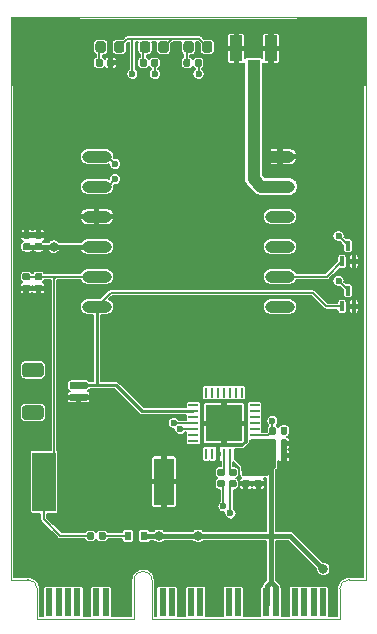
<source format=gbr>
G04 #@! TF.GenerationSoftware,KiCad,Pcbnew,5.1.5+dfsg1-2build2*
G04 #@! TF.CreationDate,2021-01-22T19:49:39+11:00*
G04 #@! TF.ProjectId,mPCIe-GNSS,6d504349-652d-4474-9e53-532e6b696361,1*
G04 #@! TF.SameCoordinates,Original*
G04 #@! TF.FileFunction,Copper,L1,Top*
G04 #@! TF.FilePolarity,Positive*
%FSLAX46Y46*%
G04 Gerber Fmt 4.6, Leading zero omitted, Abs format (unit mm)*
G04 Created by KiCad (PCBNEW 5.1.5+dfsg1-2build2) date 2021-01-22 19:49:39*
%MOMM*%
%LPD*%
G04 APERTURE LIST*
G04 #@! TA.AperFunction,EtchedComponent*
%ADD10C,0.050000*%
G04 #@! TD*
G04 #@! TA.AperFunction,SMDPad,CuDef*
%ADD11R,0.600000X2.350000*%
G04 #@! TD*
G04 #@! TA.AperFunction,ComponentPad*
%ADD12C,0.350000*%
G04 #@! TD*
G04 #@! TA.AperFunction,SMDPad,CuDef*
%ADD13C,0.350000*%
G04 #@! TD*
G04 #@! TA.AperFunction,SMDPad,CuDef*
%ADD14R,3.100000X3.100000*%
G04 #@! TD*
G04 #@! TA.AperFunction,SMDPad,CuDef*
%ADD15R,0.900000X0.254000*%
G04 #@! TD*
G04 #@! TA.AperFunction,SMDPad,CuDef*
%ADD16R,0.254000X0.900000*%
G04 #@! TD*
G04 #@! TA.AperFunction,SMDPad,CuDef*
%ADD17R,1.700000X4.000000*%
G04 #@! TD*
G04 #@! TA.AperFunction,SMDPad,CuDef*
%ADD18R,2.000000X5.000000*%
G04 #@! TD*
G04 #@! TA.AperFunction,SMDPad,CuDef*
%ADD19O,2.500000X1.000000*%
G04 #@! TD*
G04 #@! TA.AperFunction,SMDPad,CuDef*
%ADD20R,0.350000X0.810000*%
G04 #@! TD*
G04 #@! TA.AperFunction,SMDPad,CuDef*
%ADD21R,1.050000X2.200000*%
G04 #@! TD*
G04 #@! TA.AperFunction,SMDPad,CuDef*
%ADD22R,1.000000X1.050000*%
G04 #@! TD*
G04 #@! TA.AperFunction,SMDPad,CuDef*
%ADD23R,0.600000X0.700000*%
G04 #@! TD*
G04 #@! TA.AperFunction,ViaPad*
%ADD24C,0.600000*%
G04 #@! TD*
G04 #@! TA.AperFunction,ViaPad*
%ADD25C,0.800000*%
G04 #@! TD*
G04 #@! TA.AperFunction,Conductor*
%ADD26C,0.254000*%
G04 #@! TD*
G04 #@! TA.AperFunction,Conductor*
%ADD27C,0.400000*%
G04 #@! TD*
G04 #@! TA.AperFunction,Conductor*
%ADD28C,0.152400*%
G04 #@! TD*
G04 #@! TA.AperFunction,Conductor*
%ADD29C,1.020000*%
G04 #@! TD*
G04 #@! TA.AperFunction,Conductor*
%ADD30C,0.127000*%
G04 #@! TD*
G04 APERTURE END LIST*
D10*
G04 #@! TO.C,PC1*
X132600000Y-126750000D02*
G75*
G02X134100000Y-126750000I750000J0D01*
G01*
X123600000Y-126700000D02*
G75*
G02X124400000Y-127500000I0J-800000D01*
G01*
X150800000Y-126700000D02*
G75*
G03X150000000Y-127500000I0J-800000D01*
G01*
X134100000Y-130000000D02*
X134100000Y-126750000D01*
X124400000Y-130000000D02*
X124400000Y-127500000D01*
X122200000Y-126700000D02*
X123600000Y-126700000D01*
X150000000Y-130000000D02*
X150000000Y-127500000D01*
X150800000Y-126700000D02*
X152200000Y-126700000D01*
X132600000Y-130000000D02*
X124400000Y-130000000D01*
X122200000Y-79050000D02*
X152200000Y-79050000D01*
X152200000Y-126700000D02*
X152200000Y-79050000D01*
X122200000Y-126700000D02*
X122200000Y-79050000D01*
X134100000Y-130000000D02*
X150000000Y-130000000D01*
X132600000Y-130000000D02*
X132600000Y-126750000D01*
G04 #@! TD*
D11*
G04 #@! TO.P,PC1,15*
G04 #@! TO.N,GND*
X131000000Y-128625000D03*
G04 #@! TO.P,PC1,19*
G04 #@! TO.N,N/C*
X135800000Y-128625000D03*
G04 #@! TO.P,PC1,21*
G04 #@! TO.N,GND*
X136600000Y-128625000D03*
G04 #@! TO.P,PC1,23*
G04 #@! TO.N,N/C*
X137400000Y-128625000D03*
G04 #@! TO.P,PC1,25*
X138200000Y-128625000D03*
G04 #@! TO.P,PC1,27*
G04 #@! TO.N,GND*
X139000000Y-128625000D03*
G04 #@! TO.P,PC1,29*
X139800000Y-128625000D03*
G04 #@! TO.P,PC1,31*
G04 #@! TO.N,N/C*
X140600000Y-128625000D03*
G04 #@! TO.P,PC1,33*
X141400000Y-128625000D03*
G04 #@! TO.P,PC1,35*
G04 #@! TO.N,GND*
X142200000Y-128625000D03*
G04 #@! TO.P,PC1,37*
X143000000Y-128625000D03*
G04 #@! TO.P,PC1,39*
G04 #@! TO.N,+3.3V*
X143800000Y-128625000D03*
G04 #@! TO.P,PC1,41*
X144600000Y-128625000D03*
G04 #@! TO.P,PC1,43*
G04 #@! TO.N,GND*
X145400000Y-128625000D03*
G04 #@! TO.P,PC1,45*
G04 #@! TO.N,N/C*
X146200000Y-128625000D03*
G04 #@! TO.P,PC1,47*
X147000000Y-128625000D03*
G04 #@! TO.P,PC1,49*
X147800000Y-128625000D03*
G04 #@! TO.P,PC1,51*
X148600000Y-128625000D03*
G04 #@! TO.P,PC1,13*
X130200000Y-128625000D03*
G04 #@! TO.P,PC1,11*
X129400000Y-128625000D03*
G04 #@! TO.P,PC1,9*
G04 #@! TO.N,GND*
X128600000Y-128625000D03*
G04 #@! TO.P,PC1,7*
G04 #@! TO.N,N/C*
X127800000Y-128625000D03*
G04 #@! TO.P,PC1,5*
X127000000Y-128625000D03*
G04 #@! TO.P,PC1,3*
X126200000Y-128625000D03*
G04 #@! TO.P,PC1,1*
X125400000Y-128625000D03*
G04 #@! TO.P,PC1,17*
X135000000Y-128625000D03*
G04 #@! TA.AperFunction,ComponentPad*
D12*
G04 #@! TO.P,PC1,54*
G04 #@! TO.N,GND*
G36*
X128004877Y-79025480D02*
G01*
X128009567Y-79026903D01*
X128013889Y-79029213D01*
X128017678Y-79032322D01*
X128020787Y-79036111D01*
X128023097Y-79040433D01*
X128024520Y-79045123D01*
X128025000Y-79050000D01*
X128025000Y-84850000D01*
X128024520Y-84854877D01*
X128023097Y-84859567D01*
X128020787Y-84863889D01*
X128017678Y-84867678D01*
X128013889Y-84870787D01*
X128009567Y-84873097D01*
X128004877Y-84874520D01*
X128000000Y-84875000D01*
X122200000Y-84875000D01*
X122195123Y-84874520D01*
X122190433Y-84873097D01*
X122186111Y-84870787D01*
X122182322Y-84867678D01*
X122179213Y-84863889D01*
X122176903Y-84859567D01*
X122175480Y-84854877D01*
X122175000Y-84850000D01*
X122175000Y-79050000D01*
X122175480Y-79045123D01*
X122176903Y-79040433D01*
X122179213Y-79036111D01*
X122182322Y-79032322D01*
X122186111Y-79029213D01*
X122190433Y-79026903D01*
X122195123Y-79025480D01*
X122200000Y-79025000D01*
X128000000Y-79025000D01*
X128004877Y-79025480D01*
G37*
G04 #@! TD.AperFunction*
G04 #@! TA.AperFunction,ComponentPad*
G04 #@! TO.P,PC1,55*
G36*
X152204877Y-79025480D02*
G01*
X152209567Y-79026903D01*
X152213889Y-79029213D01*
X152217678Y-79032322D01*
X152220787Y-79036111D01*
X152223097Y-79040433D01*
X152224520Y-79045123D01*
X152225000Y-79050000D01*
X152225000Y-84850000D01*
X152224520Y-84854877D01*
X152223097Y-84859567D01*
X152220787Y-84863889D01*
X152217678Y-84867678D01*
X152213889Y-84870787D01*
X152209567Y-84873097D01*
X152204877Y-84874520D01*
X152200000Y-84875000D01*
X146400000Y-84875000D01*
X146395123Y-84874520D01*
X146390433Y-84873097D01*
X146386111Y-84870787D01*
X146382322Y-84867678D01*
X146379213Y-84863889D01*
X146376903Y-84859567D01*
X146375480Y-84854877D01*
X146375000Y-84850000D01*
X146375000Y-79050000D01*
X146375480Y-79045123D01*
X146376903Y-79040433D01*
X146379213Y-79036111D01*
X146382322Y-79032322D01*
X146386111Y-79029213D01*
X146390433Y-79026903D01*
X146395123Y-79025480D01*
X146400000Y-79025000D01*
X152200000Y-79025000D01*
X152204877Y-79025480D01*
G37*
G04 #@! TD.AperFunction*
G04 #@! TD*
G04 #@! TA.AperFunction,SMDPad,CuDef*
D13*
G04 #@! TO.P,R3,2*
G04 #@! TO.N,/USB_D-*
G36*
X141136958Y-118290710D02*
G01*
X141151276Y-118292834D01*
X141165317Y-118296351D01*
X141178946Y-118301228D01*
X141192031Y-118307417D01*
X141204447Y-118314858D01*
X141216073Y-118323481D01*
X141226798Y-118333202D01*
X141236519Y-118343927D01*
X141245142Y-118355553D01*
X141252583Y-118367969D01*
X141258772Y-118381054D01*
X141263649Y-118394683D01*
X141267166Y-118408724D01*
X141269290Y-118423042D01*
X141270000Y-118437500D01*
X141270000Y-118732500D01*
X141269290Y-118746958D01*
X141267166Y-118761276D01*
X141263649Y-118775317D01*
X141258772Y-118788946D01*
X141252583Y-118802031D01*
X141245142Y-118814447D01*
X141236519Y-118826073D01*
X141226798Y-118836798D01*
X141216073Y-118846519D01*
X141204447Y-118855142D01*
X141192031Y-118862583D01*
X141178946Y-118868772D01*
X141165317Y-118873649D01*
X141151276Y-118877166D01*
X141136958Y-118879290D01*
X141122500Y-118880000D01*
X140777500Y-118880000D01*
X140763042Y-118879290D01*
X140748724Y-118877166D01*
X140734683Y-118873649D01*
X140721054Y-118868772D01*
X140707969Y-118862583D01*
X140695553Y-118855142D01*
X140683927Y-118846519D01*
X140673202Y-118836798D01*
X140663481Y-118826073D01*
X140654858Y-118814447D01*
X140647417Y-118802031D01*
X140641228Y-118788946D01*
X140636351Y-118775317D01*
X140632834Y-118761276D01*
X140630710Y-118746958D01*
X140630000Y-118732500D01*
X140630000Y-118437500D01*
X140630710Y-118423042D01*
X140632834Y-118408724D01*
X140636351Y-118394683D01*
X140641228Y-118381054D01*
X140647417Y-118367969D01*
X140654858Y-118355553D01*
X140663481Y-118343927D01*
X140673202Y-118333202D01*
X140683927Y-118323481D01*
X140695553Y-118314858D01*
X140707969Y-118307417D01*
X140721054Y-118301228D01*
X140734683Y-118296351D01*
X140748724Y-118292834D01*
X140763042Y-118290710D01*
X140777500Y-118290000D01*
X141122500Y-118290000D01*
X141136958Y-118290710D01*
G37*
G04 #@! TD.AperFunction*
G04 #@! TA.AperFunction,SMDPad,CuDef*
G04 #@! TO.P,R3,1*
G04 #@! TO.N,/U232_D-*
G36*
X141136958Y-117320710D02*
G01*
X141151276Y-117322834D01*
X141165317Y-117326351D01*
X141178946Y-117331228D01*
X141192031Y-117337417D01*
X141204447Y-117344858D01*
X141216073Y-117353481D01*
X141226798Y-117363202D01*
X141236519Y-117373927D01*
X141245142Y-117385553D01*
X141252583Y-117397969D01*
X141258772Y-117411054D01*
X141263649Y-117424683D01*
X141267166Y-117438724D01*
X141269290Y-117453042D01*
X141270000Y-117467500D01*
X141270000Y-117762500D01*
X141269290Y-117776958D01*
X141267166Y-117791276D01*
X141263649Y-117805317D01*
X141258772Y-117818946D01*
X141252583Y-117832031D01*
X141245142Y-117844447D01*
X141236519Y-117856073D01*
X141226798Y-117866798D01*
X141216073Y-117876519D01*
X141204447Y-117885142D01*
X141192031Y-117892583D01*
X141178946Y-117898772D01*
X141165317Y-117903649D01*
X141151276Y-117907166D01*
X141136958Y-117909290D01*
X141122500Y-117910000D01*
X140777500Y-117910000D01*
X140763042Y-117909290D01*
X140748724Y-117907166D01*
X140734683Y-117903649D01*
X140721054Y-117898772D01*
X140707969Y-117892583D01*
X140695553Y-117885142D01*
X140683927Y-117876519D01*
X140673202Y-117866798D01*
X140663481Y-117856073D01*
X140654858Y-117844447D01*
X140647417Y-117832031D01*
X140641228Y-117818946D01*
X140636351Y-117805317D01*
X140632834Y-117791276D01*
X140630710Y-117776958D01*
X140630000Y-117762500D01*
X140630000Y-117467500D01*
X140630710Y-117453042D01*
X140632834Y-117438724D01*
X140636351Y-117424683D01*
X140641228Y-117411054D01*
X140647417Y-117397969D01*
X140654858Y-117385553D01*
X140663481Y-117373927D01*
X140673202Y-117363202D01*
X140683927Y-117353481D01*
X140695553Y-117344858D01*
X140707969Y-117337417D01*
X140721054Y-117331228D01*
X140734683Y-117326351D01*
X140748724Y-117322834D01*
X140763042Y-117320710D01*
X140777500Y-117320000D01*
X141122500Y-117320000D01*
X141136958Y-117320710D01*
G37*
G04 #@! TD.AperFunction*
G04 #@! TD*
G04 #@! TA.AperFunction,SMDPad,CuDef*
G04 #@! TO.P,R2,2*
G04 #@! TO.N,/U232_D+*
G36*
X140136958Y-117320710D02*
G01*
X140151276Y-117322834D01*
X140165317Y-117326351D01*
X140178946Y-117331228D01*
X140192031Y-117337417D01*
X140204447Y-117344858D01*
X140216073Y-117353481D01*
X140226798Y-117363202D01*
X140236519Y-117373927D01*
X140245142Y-117385553D01*
X140252583Y-117397969D01*
X140258772Y-117411054D01*
X140263649Y-117424683D01*
X140267166Y-117438724D01*
X140269290Y-117453042D01*
X140270000Y-117467500D01*
X140270000Y-117762500D01*
X140269290Y-117776958D01*
X140267166Y-117791276D01*
X140263649Y-117805317D01*
X140258772Y-117818946D01*
X140252583Y-117832031D01*
X140245142Y-117844447D01*
X140236519Y-117856073D01*
X140226798Y-117866798D01*
X140216073Y-117876519D01*
X140204447Y-117885142D01*
X140192031Y-117892583D01*
X140178946Y-117898772D01*
X140165317Y-117903649D01*
X140151276Y-117907166D01*
X140136958Y-117909290D01*
X140122500Y-117910000D01*
X139777500Y-117910000D01*
X139763042Y-117909290D01*
X139748724Y-117907166D01*
X139734683Y-117903649D01*
X139721054Y-117898772D01*
X139707969Y-117892583D01*
X139695553Y-117885142D01*
X139683927Y-117876519D01*
X139673202Y-117866798D01*
X139663481Y-117856073D01*
X139654858Y-117844447D01*
X139647417Y-117832031D01*
X139641228Y-117818946D01*
X139636351Y-117805317D01*
X139632834Y-117791276D01*
X139630710Y-117776958D01*
X139630000Y-117762500D01*
X139630000Y-117467500D01*
X139630710Y-117453042D01*
X139632834Y-117438724D01*
X139636351Y-117424683D01*
X139641228Y-117411054D01*
X139647417Y-117397969D01*
X139654858Y-117385553D01*
X139663481Y-117373927D01*
X139673202Y-117363202D01*
X139683927Y-117353481D01*
X139695553Y-117344858D01*
X139707969Y-117337417D01*
X139721054Y-117331228D01*
X139734683Y-117326351D01*
X139748724Y-117322834D01*
X139763042Y-117320710D01*
X139777500Y-117320000D01*
X140122500Y-117320000D01*
X140136958Y-117320710D01*
G37*
G04 #@! TD.AperFunction*
G04 #@! TA.AperFunction,SMDPad,CuDef*
G04 #@! TO.P,R2,1*
G04 #@! TO.N,/USB_D+*
G36*
X140136958Y-118290710D02*
G01*
X140151276Y-118292834D01*
X140165317Y-118296351D01*
X140178946Y-118301228D01*
X140192031Y-118307417D01*
X140204447Y-118314858D01*
X140216073Y-118323481D01*
X140226798Y-118333202D01*
X140236519Y-118343927D01*
X140245142Y-118355553D01*
X140252583Y-118367969D01*
X140258772Y-118381054D01*
X140263649Y-118394683D01*
X140267166Y-118408724D01*
X140269290Y-118423042D01*
X140270000Y-118437500D01*
X140270000Y-118732500D01*
X140269290Y-118746958D01*
X140267166Y-118761276D01*
X140263649Y-118775317D01*
X140258772Y-118788946D01*
X140252583Y-118802031D01*
X140245142Y-118814447D01*
X140236519Y-118826073D01*
X140226798Y-118836798D01*
X140216073Y-118846519D01*
X140204447Y-118855142D01*
X140192031Y-118862583D01*
X140178946Y-118868772D01*
X140165317Y-118873649D01*
X140151276Y-118877166D01*
X140136958Y-118879290D01*
X140122500Y-118880000D01*
X139777500Y-118880000D01*
X139763042Y-118879290D01*
X139748724Y-118877166D01*
X139734683Y-118873649D01*
X139721054Y-118868772D01*
X139707969Y-118862583D01*
X139695553Y-118855142D01*
X139683927Y-118846519D01*
X139673202Y-118836798D01*
X139663481Y-118826073D01*
X139654858Y-118814447D01*
X139647417Y-118802031D01*
X139641228Y-118788946D01*
X139636351Y-118775317D01*
X139632834Y-118761276D01*
X139630710Y-118746958D01*
X139630000Y-118732500D01*
X139630000Y-118437500D01*
X139630710Y-118423042D01*
X139632834Y-118408724D01*
X139636351Y-118394683D01*
X139641228Y-118381054D01*
X139647417Y-118367969D01*
X139654858Y-118355553D01*
X139663481Y-118343927D01*
X139673202Y-118333202D01*
X139683927Y-118323481D01*
X139695553Y-118314858D01*
X139707969Y-118307417D01*
X139721054Y-118301228D01*
X139734683Y-118296351D01*
X139748724Y-118292834D01*
X139763042Y-118290710D01*
X139777500Y-118290000D01*
X140122500Y-118290000D01*
X140136958Y-118290710D01*
G37*
G04 #@! TD.AperFunction*
G04 #@! TD*
G04 #@! TA.AperFunction,SMDPad,CuDef*
G04 #@! TO.P,LED3,1*
G04 #@! TO.N,Net-(LED3-Pad1)*
G36*
X137452691Y-81126053D02*
G01*
X137473926Y-81129203D01*
X137494750Y-81134419D01*
X137514962Y-81141651D01*
X137534368Y-81150830D01*
X137552781Y-81161866D01*
X137570024Y-81174654D01*
X137585930Y-81189070D01*
X137600346Y-81204976D01*
X137613134Y-81222219D01*
X137624170Y-81240632D01*
X137633349Y-81260038D01*
X137640581Y-81280250D01*
X137645797Y-81301074D01*
X137648947Y-81322309D01*
X137650000Y-81343750D01*
X137650000Y-81856250D01*
X137648947Y-81877691D01*
X137645797Y-81898926D01*
X137640581Y-81919750D01*
X137633349Y-81939962D01*
X137624170Y-81959368D01*
X137613134Y-81977781D01*
X137600346Y-81995024D01*
X137585930Y-82010930D01*
X137570024Y-82025346D01*
X137552781Y-82038134D01*
X137534368Y-82049170D01*
X137514962Y-82058349D01*
X137494750Y-82065581D01*
X137473926Y-82070797D01*
X137452691Y-82073947D01*
X137431250Y-82075000D01*
X136993750Y-82075000D01*
X136972309Y-82073947D01*
X136951074Y-82070797D01*
X136930250Y-82065581D01*
X136910038Y-82058349D01*
X136890632Y-82049170D01*
X136872219Y-82038134D01*
X136854976Y-82025346D01*
X136839070Y-82010930D01*
X136824654Y-81995024D01*
X136811866Y-81977781D01*
X136800830Y-81959368D01*
X136791651Y-81939962D01*
X136784419Y-81919750D01*
X136779203Y-81898926D01*
X136776053Y-81877691D01*
X136775000Y-81856250D01*
X136775000Y-81343750D01*
X136776053Y-81322309D01*
X136779203Y-81301074D01*
X136784419Y-81280250D01*
X136791651Y-81260038D01*
X136800830Y-81240632D01*
X136811866Y-81222219D01*
X136824654Y-81204976D01*
X136839070Y-81189070D01*
X136854976Y-81174654D01*
X136872219Y-81161866D01*
X136890632Y-81150830D01*
X136910038Y-81141651D01*
X136930250Y-81134419D01*
X136951074Y-81129203D01*
X136972309Y-81126053D01*
X136993750Y-81125000D01*
X137431250Y-81125000D01*
X137452691Y-81126053D01*
G37*
G04 #@! TD.AperFunction*
G04 #@! TA.AperFunction,SMDPad,CuDef*
G04 #@! TO.P,LED3,2*
G04 #@! TO.N,+3.3V*
G36*
X139027691Y-81126053D02*
G01*
X139048926Y-81129203D01*
X139069750Y-81134419D01*
X139089962Y-81141651D01*
X139109368Y-81150830D01*
X139127781Y-81161866D01*
X139145024Y-81174654D01*
X139160930Y-81189070D01*
X139175346Y-81204976D01*
X139188134Y-81222219D01*
X139199170Y-81240632D01*
X139208349Y-81260038D01*
X139215581Y-81280250D01*
X139220797Y-81301074D01*
X139223947Y-81322309D01*
X139225000Y-81343750D01*
X139225000Y-81856250D01*
X139223947Y-81877691D01*
X139220797Y-81898926D01*
X139215581Y-81919750D01*
X139208349Y-81939962D01*
X139199170Y-81959368D01*
X139188134Y-81977781D01*
X139175346Y-81995024D01*
X139160930Y-82010930D01*
X139145024Y-82025346D01*
X139127781Y-82038134D01*
X139109368Y-82049170D01*
X139089962Y-82058349D01*
X139069750Y-82065581D01*
X139048926Y-82070797D01*
X139027691Y-82073947D01*
X139006250Y-82075000D01*
X138568750Y-82075000D01*
X138547309Y-82073947D01*
X138526074Y-82070797D01*
X138505250Y-82065581D01*
X138485038Y-82058349D01*
X138465632Y-82049170D01*
X138447219Y-82038134D01*
X138429976Y-82025346D01*
X138414070Y-82010930D01*
X138399654Y-81995024D01*
X138386866Y-81977781D01*
X138375830Y-81959368D01*
X138366651Y-81939962D01*
X138359419Y-81919750D01*
X138354203Y-81898926D01*
X138351053Y-81877691D01*
X138350000Y-81856250D01*
X138350000Y-81343750D01*
X138351053Y-81322309D01*
X138354203Y-81301074D01*
X138359419Y-81280250D01*
X138366651Y-81260038D01*
X138375830Y-81240632D01*
X138386866Y-81222219D01*
X138399654Y-81204976D01*
X138414070Y-81189070D01*
X138429976Y-81174654D01*
X138447219Y-81161866D01*
X138465632Y-81150830D01*
X138485038Y-81141651D01*
X138505250Y-81134419D01*
X138526074Y-81129203D01*
X138547309Y-81126053D01*
X138568750Y-81125000D01*
X139006250Y-81125000D01*
X139027691Y-81126053D01*
G37*
G04 #@! TD.AperFunction*
G04 #@! TD*
G04 #@! TA.AperFunction,SMDPad,CuDef*
G04 #@! TO.P,LED2,1*
G04 #@! TO.N,Net-(LED2-Pad1)*
G36*
X133752691Y-81126053D02*
G01*
X133773926Y-81129203D01*
X133794750Y-81134419D01*
X133814962Y-81141651D01*
X133834368Y-81150830D01*
X133852781Y-81161866D01*
X133870024Y-81174654D01*
X133885930Y-81189070D01*
X133900346Y-81204976D01*
X133913134Y-81222219D01*
X133924170Y-81240632D01*
X133933349Y-81260038D01*
X133940581Y-81280250D01*
X133945797Y-81301074D01*
X133948947Y-81322309D01*
X133950000Y-81343750D01*
X133950000Y-81856250D01*
X133948947Y-81877691D01*
X133945797Y-81898926D01*
X133940581Y-81919750D01*
X133933349Y-81939962D01*
X133924170Y-81959368D01*
X133913134Y-81977781D01*
X133900346Y-81995024D01*
X133885930Y-82010930D01*
X133870024Y-82025346D01*
X133852781Y-82038134D01*
X133834368Y-82049170D01*
X133814962Y-82058349D01*
X133794750Y-82065581D01*
X133773926Y-82070797D01*
X133752691Y-82073947D01*
X133731250Y-82075000D01*
X133293750Y-82075000D01*
X133272309Y-82073947D01*
X133251074Y-82070797D01*
X133230250Y-82065581D01*
X133210038Y-82058349D01*
X133190632Y-82049170D01*
X133172219Y-82038134D01*
X133154976Y-82025346D01*
X133139070Y-82010930D01*
X133124654Y-81995024D01*
X133111866Y-81977781D01*
X133100830Y-81959368D01*
X133091651Y-81939962D01*
X133084419Y-81919750D01*
X133079203Y-81898926D01*
X133076053Y-81877691D01*
X133075000Y-81856250D01*
X133075000Y-81343750D01*
X133076053Y-81322309D01*
X133079203Y-81301074D01*
X133084419Y-81280250D01*
X133091651Y-81260038D01*
X133100830Y-81240632D01*
X133111866Y-81222219D01*
X133124654Y-81204976D01*
X133139070Y-81189070D01*
X133154976Y-81174654D01*
X133172219Y-81161866D01*
X133190632Y-81150830D01*
X133210038Y-81141651D01*
X133230250Y-81134419D01*
X133251074Y-81129203D01*
X133272309Y-81126053D01*
X133293750Y-81125000D01*
X133731250Y-81125000D01*
X133752691Y-81126053D01*
G37*
G04 #@! TD.AperFunction*
G04 #@! TA.AperFunction,SMDPad,CuDef*
G04 #@! TO.P,LED2,2*
G04 #@! TO.N,+3.3V*
G36*
X135327691Y-81126053D02*
G01*
X135348926Y-81129203D01*
X135369750Y-81134419D01*
X135389962Y-81141651D01*
X135409368Y-81150830D01*
X135427781Y-81161866D01*
X135445024Y-81174654D01*
X135460930Y-81189070D01*
X135475346Y-81204976D01*
X135488134Y-81222219D01*
X135499170Y-81240632D01*
X135508349Y-81260038D01*
X135515581Y-81280250D01*
X135520797Y-81301074D01*
X135523947Y-81322309D01*
X135525000Y-81343750D01*
X135525000Y-81856250D01*
X135523947Y-81877691D01*
X135520797Y-81898926D01*
X135515581Y-81919750D01*
X135508349Y-81939962D01*
X135499170Y-81959368D01*
X135488134Y-81977781D01*
X135475346Y-81995024D01*
X135460930Y-82010930D01*
X135445024Y-82025346D01*
X135427781Y-82038134D01*
X135409368Y-82049170D01*
X135389962Y-82058349D01*
X135369750Y-82065581D01*
X135348926Y-82070797D01*
X135327691Y-82073947D01*
X135306250Y-82075000D01*
X134868750Y-82075000D01*
X134847309Y-82073947D01*
X134826074Y-82070797D01*
X134805250Y-82065581D01*
X134785038Y-82058349D01*
X134765632Y-82049170D01*
X134747219Y-82038134D01*
X134729976Y-82025346D01*
X134714070Y-82010930D01*
X134699654Y-81995024D01*
X134686866Y-81977781D01*
X134675830Y-81959368D01*
X134666651Y-81939962D01*
X134659419Y-81919750D01*
X134654203Y-81898926D01*
X134651053Y-81877691D01*
X134650000Y-81856250D01*
X134650000Y-81343750D01*
X134651053Y-81322309D01*
X134654203Y-81301074D01*
X134659419Y-81280250D01*
X134666651Y-81260038D01*
X134675830Y-81240632D01*
X134686866Y-81222219D01*
X134699654Y-81204976D01*
X134714070Y-81189070D01*
X134729976Y-81174654D01*
X134747219Y-81161866D01*
X134765632Y-81150830D01*
X134785038Y-81141651D01*
X134805250Y-81134419D01*
X134826074Y-81129203D01*
X134847309Y-81126053D01*
X134868750Y-81125000D01*
X135306250Y-81125000D01*
X135327691Y-81126053D01*
G37*
G04 #@! TD.AperFunction*
G04 #@! TD*
G04 #@! TA.AperFunction,SMDPad,CuDef*
G04 #@! TO.P,LED1,1*
G04 #@! TO.N,Net-(LED1-Pad1)*
G36*
X130002691Y-81126053D02*
G01*
X130023926Y-81129203D01*
X130044750Y-81134419D01*
X130064962Y-81141651D01*
X130084368Y-81150830D01*
X130102781Y-81161866D01*
X130120024Y-81174654D01*
X130135930Y-81189070D01*
X130150346Y-81204976D01*
X130163134Y-81222219D01*
X130174170Y-81240632D01*
X130183349Y-81260038D01*
X130190581Y-81280250D01*
X130195797Y-81301074D01*
X130198947Y-81322309D01*
X130200000Y-81343750D01*
X130200000Y-81856250D01*
X130198947Y-81877691D01*
X130195797Y-81898926D01*
X130190581Y-81919750D01*
X130183349Y-81939962D01*
X130174170Y-81959368D01*
X130163134Y-81977781D01*
X130150346Y-81995024D01*
X130135930Y-82010930D01*
X130120024Y-82025346D01*
X130102781Y-82038134D01*
X130084368Y-82049170D01*
X130064962Y-82058349D01*
X130044750Y-82065581D01*
X130023926Y-82070797D01*
X130002691Y-82073947D01*
X129981250Y-82075000D01*
X129543750Y-82075000D01*
X129522309Y-82073947D01*
X129501074Y-82070797D01*
X129480250Y-82065581D01*
X129460038Y-82058349D01*
X129440632Y-82049170D01*
X129422219Y-82038134D01*
X129404976Y-82025346D01*
X129389070Y-82010930D01*
X129374654Y-81995024D01*
X129361866Y-81977781D01*
X129350830Y-81959368D01*
X129341651Y-81939962D01*
X129334419Y-81919750D01*
X129329203Y-81898926D01*
X129326053Y-81877691D01*
X129325000Y-81856250D01*
X129325000Y-81343750D01*
X129326053Y-81322309D01*
X129329203Y-81301074D01*
X129334419Y-81280250D01*
X129341651Y-81260038D01*
X129350830Y-81240632D01*
X129361866Y-81222219D01*
X129374654Y-81204976D01*
X129389070Y-81189070D01*
X129404976Y-81174654D01*
X129422219Y-81161866D01*
X129440632Y-81150830D01*
X129460038Y-81141651D01*
X129480250Y-81134419D01*
X129501074Y-81129203D01*
X129522309Y-81126053D01*
X129543750Y-81125000D01*
X129981250Y-81125000D01*
X130002691Y-81126053D01*
G37*
G04 #@! TD.AperFunction*
G04 #@! TA.AperFunction,SMDPad,CuDef*
G04 #@! TO.P,LED1,2*
G04 #@! TO.N,+3.3V*
G36*
X131577691Y-81126053D02*
G01*
X131598926Y-81129203D01*
X131619750Y-81134419D01*
X131639962Y-81141651D01*
X131659368Y-81150830D01*
X131677781Y-81161866D01*
X131695024Y-81174654D01*
X131710930Y-81189070D01*
X131725346Y-81204976D01*
X131738134Y-81222219D01*
X131749170Y-81240632D01*
X131758349Y-81260038D01*
X131765581Y-81280250D01*
X131770797Y-81301074D01*
X131773947Y-81322309D01*
X131775000Y-81343750D01*
X131775000Y-81856250D01*
X131773947Y-81877691D01*
X131770797Y-81898926D01*
X131765581Y-81919750D01*
X131758349Y-81939962D01*
X131749170Y-81959368D01*
X131738134Y-81977781D01*
X131725346Y-81995024D01*
X131710930Y-82010930D01*
X131695024Y-82025346D01*
X131677781Y-82038134D01*
X131659368Y-82049170D01*
X131639962Y-82058349D01*
X131619750Y-82065581D01*
X131598926Y-82070797D01*
X131577691Y-82073947D01*
X131556250Y-82075000D01*
X131118750Y-82075000D01*
X131097309Y-82073947D01*
X131076074Y-82070797D01*
X131055250Y-82065581D01*
X131035038Y-82058349D01*
X131015632Y-82049170D01*
X130997219Y-82038134D01*
X130979976Y-82025346D01*
X130964070Y-82010930D01*
X130949654Y-81995024D01*
X130936866Y-81977781D01*
X130925830Y-81959368D01*
X130916651Y-81939962D01*
X130909419Y-81919750D01*
X130904203Y-81898926D01*
X130901053Y-81877691D01*
X130900000Y-81856250D01*
X130900000Y-81343750D01*
X130901053Y-81322309D01*
X130904203Y-81301074D01*
X130909419Y-81280250D01*
X130916651Y-81260038D01*
X130925830Y-81240632D01*
X130936866Y-81222219D01*
X130949654Y-81204976D01*
X130964070Y-81189070D01*
X130979976Y-81174654D01*
X130997219Y-81161866D01*
X131015632Y-81150830D01*
X131035038Y-81141651D01*
X131055250Y-81134419D01*
X131076074Y-81129203D01*
X131097309Y-81126053D01*
X131118750Y-81125000D01*
X131556250Y-81125000D01*
X131577691Y-81126053D01*
G37*
G04 #@! TD.AperFunction*
G04 #@! TD*
D14*
G04 #@! TO.P,U1,29*
G04 #@! TO.N,GND*
X140200000Y-113450000D03*
D15*
G04 #@! TO.P,U1,28*
G04 #@! TO.N,N/C*
X137610000Y-114950000D03*
G04 #@! TO.P,U1,27*
X137610000Y-114450000D03*
G04 #@! TO.P,U1,26*
G04 #@! TO.N,/GPS_RX*
X137610000Y-113950000D03*
G04 #@! TO.P,U1,25*
G04 #@! TO.N,/GPS_TX*
X137610000Y-113450000D03*
G04 #@! TO.P,U1,24*
G04 #@! TO.N,N/C*
X137610000Y-112950000D03*
G04 #@! TO.P,U1,23*
G04 #@! TO.N,/1PPS*
X137610000Y-112450000D03*
G04 #@! TO.P,U1,22*
G04 #@! TO.N,N/C*
X137610000Y-111950000D03*
D16*
G04 #@! TO.P,U1,21*
X138700000Y-110860000D03*
G04 #@! TO.P,U1,20*
X139200000Y-110860000D03*
G04 #@! TO.P,U1,19*
X139700000Y-110860000D03*
G04 #@! TO.P,U1,18*
X140200000Y-110860000D03*
G04 #@! TO.P,U1,17*
X140700000Y-110860000D03*
G04 #@! TO.P,U1,16*
X141200000Y-110860000D03*
G04 #@! TO.P,U1,15*
X141700000Y-110860000D03*
D15*
G04 #@! TO.P,U1,14*
X142790000Y-111950000D03*
G04 #@! TO.P,U1,13*
X142790000Y-112450000D03*
G04 #@! TO.P,U1,12*
X142790000Y-112950000D03*
G04 #@! TO.P,U1,11*
X142790000Y-113450000D03*
G04 #@! TO.P,U1,10*
X142790000Y-113950000D03*
G04 #@! TO.P,U1,9*
G04 #@! TO.N,/~RESET*
X142790000Y-114450000D03*
G04 #@! TO.P,U1,8*
G04 #@! TO.N,+3.3V*
X142790000Y-114950000D03*
D16*
G04 #@! TO.P,U1,7*
X141700000Y-116040000D03*
G04 #@! TO.P,U1,6*
X141200000Y-116040000D03*
G04 #@! TO.P,U1,5*
G04 #@! TO.N,/U232_D-*
X140700000Y-116040000D03*
G04 #@! TO.P,U1,4*
G04 #@! TO.N,/U232_D+*
X140200000Y-116040000D03*
G04 #@! TO.P,U1,3*
G04 #@! TO.N,GND*
X139700000Y-116040000D03*
G04 #@! TO.P,U1,2*
G04 #@! TO.N,N/C*
X139200000Y-116040000D03*
G04 #@! TO.P,U1,1*
X138700000Y-116040000D03*
G04 #@! TD*
G04 #@! TA.AperFunction,SMDPad,CuDef*
D13*
G04 #@! TO.P,C2,2*
G04 #@! TO.N,GND*
G36*
X124686958Y-101725710D02*
G01*
X124701276Y-101727834D01*
X124715317Y-101731351D01*
X124728946Y-101736228D01*
X124742031Y-101742417D01*
X124754447Y-101749858D01*
X124766073Y-101758481D01*
X124776798Y-101768202D01*
X124786519Y-101778927D01*
X124795142Y-101790553D01*
X124802583Y-101802969D01*
X124808772Y-101816054D01*
X124813649Y-101829683D01*
X124817166Y-101843724D01*
X124819290Y-101858042D01*
X124820000Y-101872500D01*
X124820000Y-102167500D01*
X124819290Y-102181958D01*
X124817166Y-102196276D01*
X124813649Y-102210317D01*
X124808772Y-102223946D01*
X124802583Y-102237031D01*
X124795142Y-102249447D01*
X124786519Y-102261073D01*
X124776798Y-102271798D01*
X124766073Y-102281519D01*
X124754447Y-102290142D01*
X124742031Y-102297583D01*
X124728946Y-102303772D01*
X124715317Y-102308649D01*
X124701276Y-102312166D01*
X124686958Y-102314290D01*
X124672500Y-102315000D01*
X124327500Y-102315000D01*
X124313042Y-102314290D01*
X124298724Y-102312166D01*
X124284683Y-102308649D01*
X124271054Y-102303772D01*
X124257969Y-102297583D01*
X124245553Y-102290142D01*
X124233927Y-102281519D01*
X124223202Y-102271798D01*
X124213481Y-102261073D01*
X124204858Y-102249447D01*
X124197417Y-102237031D01*
X124191228Y-102223946D01*
X124186351Y-102210317D01*
X124182834Y-102196276D01*
X124180710Y-102181958D01*
X124180000Y-102167500D01*
X124180000Y-101872500D01*
X124180710Y-101858042D01*
X124182834Y-101843724D01*
X124186351Y-101829683D01*
X124191228Y-101816054D01*
X124197417Y-101802969D01*
X124204858Y-101790553D01*
X124213481Y-101778927D01*
X124223202Y-101768202D01*
X124233927Y-101758481D01*
X124245553Y-101749858D01*
X124257969Y-101742417D01*
X124271054Y-101736228D01*
X124284683Y-101731351D01*
X124298724Y-101727834D01*
X124313042Y-101725710D01*
X124327500Y-101725000D01*
X124672500Y-101725000D01*
X124686958Y-101725710D01*
G37*
G04 #@! TD.AperFunction*
G04 #@! TA.AperFunction,SMDPad,CuDef*
G04 #@! TO.P,C2,1*
G04 #@! TO.N,/VBAT*
G36*
X124686958Y-100755710D02*
G01*
X124701276Y-100757834D01*
X124715317Y-100761351D01*
X124728946Y-100766228D01*
X124742031Y-100772417D01*
X124754447Y-100779858D01*
X124766073Y-100788481D01*
X124776798Y-100798202D01*
X124786519Y-100808927D01*
X124795142Y-100820553D01*
X124802583Y-100832969D01*
X124808772Y-100846054D01*
X124813649Y-100859683D01*
X124817166Y-100873724D01*
X124819290Y-100888042D01*
X124820000Y-100902500D01*
X124820000Y-101197500D01*
X124819290Y-101211958D01*
X124817166Y-101226276D01*
X124813649Y-101240317D01*
X124808772Y-101253946D01*
X124802583Y-101267031D01*
X124795142Y-101279447D01*
X124786519Y-101291073D01*
X124776798Y-101301798D01*
X124766073Y-101311519D01*
X124754447Y-101320142D01*
X124742031Y-101327583D01*
X124728946Y-101333772D01*
X124715317Y-101338649D01*
X124701276Y-101342166D01*
X124686958Y-101344290D01*
X124672500Y-101345000D01*
X124327500Y-101345000D01*
X124313042Y-101344290D01*
X124298724Y-101342166D01*
X124284683Y-101338649D01*
X124271054Y-101333772D01*
X124257969Y-101327583D01*
X124245553Y-101320142D01*
X124233927Y-101311519D01*
X124223202Y-101301798D01*
X124213481Y-101291073D01*
X124204858Y-101279447D01*
X124197417Y-101267031D01*
X124191228Y-101253946D01*
X124186351Y-101240317D01*
X124182834Y-101226276D01*
X124180710Y-101211958D01*
X124180000Y-101197500D01*
X124180000Y-100902500D01*
X124180710Y-100888042D01*
X124182834Y-100873724D01*
X124186351Y-100859683D01*
X124191228Y-100846054D01*
X124197417Y-100832969D01*
X124204858Y-100820553D01*
X124213481Y-100808927D01*
X124223202Y-100798202D01*
X124233927Y-100788481D01*
X124245553Y-100779858D01*
X124257969Y-100772417D01*
X124271054Y-100766228D01*
X124284683Y-100761351D01*
X124298724Y-100757834D01*
X124313042Y-100755710D01*
X124327500Y-100755000D01*
X124672500Y-100755000D01*
X124686958Y-100755710D01*
G37*
G04 #@! TD.AperFunction*
G04 #@! TD*
G04 #@! TA.AperFunction,SMDPad,CuDef*
G04 #@! TO.P,R7,2*
G04 #@! TO.N,/~RESET*
G36*
X144476958Y-113780710D02*
G01*
X144491276Y-113782834D01*
X144505317Y-113786351D01*
X144518946Y-113791228D01*
X144532031Y-113797417D01*
X144544447Y-113804858D01*
X144556073Y-113813481D01*
X144566798Y-113823202D01*
X144576519Y-113833927D01*
X144585142Y-113845553D01*
X144592583Y-113857969D01*
X144598772Y-113871054D01*
X144603649Y-113884683D01*
X144607166Y-113898724D01*
X144609290Y-113913042D01*
X144610000Y-113927500D01*
X144610000Y-114272500D01*
X144609290Y-114286958D01*
X144607166Y-114301276D01*
X144603649Y-114315317D01*
X144598772Y-114328946D01*
X144592583Y-114342031D01*
X144585142Y-114354447D01*
X144576519Y-114366073D01*
X144566798Y-114376798D01*
X144556073Y-114386519D01*
X144544447Y-114395142D01*
X144532031Y-114402583D01*
X144518946Y-114408772D01*
X144505317Y-114413649D01*
X144491276Y-114417166D01*
X144476958Y-114419290D01*
X144462500Y-114420000D01*
X144167500Y-114420000D01*
X144153042Y-114419290D01*
X144138724Y-114417166D01*
X144124683Y-114413649D01*
X144111054Y-114408772D01*
X144097969Y-114402583D01*
X144085553Y-114395142D01*
X144073927Y-114386519D01*
X144063202Y-114376798D01*
X144053481Y-114366073D01*
X144044858Y-114354447D01*
X144037417Y-114342031D01*
X144031228Y-114328946D01*
X144026351Y-114315317D01*
X144022834Y-114301276D01*
X144020710Y-114286958D01*
X144020000Y-114272500D01*
X144020000Y-113927500D01*
X144020710Y-113913042D01*
X144022834Y-113898724D01*
X144026351Y-113884683D01*
X144031228Y-113871054D01*
X144037417Y-113857969D01*
X144044858Y-113845553D01*
X144053481Y-113833927D01*
X144063202Y-113823202D01*
X144073927Y-113813481D01*
X144085553Y-113804858D01*
X144097969Y-113797417D01*
X144111054Y-113791228D01*
X144124683Y-113786351D01*
X144138724Y-113782834D01*
X144153042Y-113780710D01*
X144167500Y-113780000D01*
X144462500Y-113780000D01*
X144476958Y-113780710D01*
G37*
G04 #@! TD.AperFunction*
G04 #@! TA.AperFunction,SMDPad,CuDef*
G04 #@! TO.P,R7,1*
G04 #@! TO.N,+3.3V*
G36*
X145446958Y-113780710D02*
G01*
X145461276Y-113782834D01*
X145475317Y-113786351D01*
X145488946Y-113791228D01*
X145502031Y-113797417D01*
X145514447Y-113804858D01*
X145526073Y-113813481D01*
X145536798Y-113823202D01*
X145546519Y-113833927D01*
X145555142Y-113845553D01*
X145562583Y-113857969D01*
X145568772Y-113871054D01*
X145573649Y-113884683D01*
X145577166Y-113898724D01*
X145579290Y-113913042D01*
X145580000Y-113927500D01*
X145580000Y-114272500D01*
X145579290Y-114286958D01*
X145577166Y-114301276D01*
X145573649Y-114315317D01*
X145568772Y-114328946D01*
X145562583Y-114342031D01*
X145555142Y-114354447D01*
X145546519Y-114366073D01*
X145536798Y-114376798D01*
X145526073Y-114386519D01*
X145514447Y-114395142D01*
X145502031Y-114402583D01*
X145488946Y-114408772D01*
X145475317Y-114413649D01*
X145461276Y-114417166D01*
X145446958Y-114419290D01*
X145432500Y-114420000D01*
X145137500Y-114420000D01*
X145123042Y-114419290D01*
X145108724Y-114417166D01*
X145094683Y-114413649D01*
X145081054Y-114408772D01*
X145067969Y-114402583D01*
X145055553Y-114395142D01*
X145043927Y-114386519D01*
X145033202Y-114376798D01*
X145023481Y-114366073D01*
X145014858Y-114354447D01*
X145007417Y-114342031D01*
X145001228Y-114328946D01*
X144996351Y-114315317D01*
X144992834Y-114301276D01*
X144990710Y-114286958D01*
X144990000Y-114272500D01*
X144990000Y-113927500D01*
X144990710Y-113913042D01*
X144992834Y-113898724D01*
X144996351Y-113884683D01*
X145001228Y-113871054D01*
X145007417Y-113857969D01*
X145014858Y-113845553D01*
X145023481Y-113833927D01*
X145033202Y-113823202D01*
X145043927Y-113813481D01*
X145055553Y-113804858D01*
X145067969Y-113797417D01*
X145081054Y-113791228D01*
X145094683Y-113786351D01*
X145108724Y-113782834D01*
X145123042Y-113780710D01*
X145137500Y-113780000D01*
X145432500Y-113780000D01*
X145446958Y-113780710D01*
G37*
G04 #@! TD.AperFunction*
G04 #@! TD*
G04 #@! TA.AperFunction,SMDPad,CuDef*
G04 #@! TO.P,R6,2*
G04 #@! TO.N,Net-(Q2-Pad3)*
G36*
X138196958Y-82630710D02*
G01*
X138211276Y-82632834D01*
X138225317Y-82636351D01*
X138238946Y-82641228D01*
X138252031Y-82647417D01*
X138264447Y-82654858D01*
X138276073Y-82663481D01*
X138286798Y-82673202D01*
X138296519Y-82683927D01*
X138305142Y-82695553D01*
X138312583Y-82707969D01*
X138318772Y-82721054D01*
X138323649Y-82734683D01*
X138327166Y-82748724D01*
X138329290Y-82763042D01*
X138330000Y-82777500D01*
X138330000Y-83122500D01*
X138329290Y-83136958D01*
X138327166Y-83151276D01*
X138323649Y-83165317D01*
X138318772Y-83178946D01*
X138312583Y-83192031D01*
X138305142Y-83204447D01*
X138296519Y-83216073D01*
X138286798Y-83226798D01*
X138276073Y-83236519D01*
X138264447Y-83245142D01*
X138252031Y-83252583D01*
X138238946Y-83258772D01*
X138225317Y-83263649D01*
X138211276Y-83267166D01*
X138196958Y-83269290D01*
X138182500Y-83270000D01*
X137887500Y-83270000D01*
X137873042Y-83269290D01*
X137858724Y-83267166D01*
X137844683Y-83263649D01*
X137831054Y-83258772D01*
X137817969Y-83252583D01*
X137805553Y-83245142D01*
X137793927Y-83236519D01*
X137783202Y-83226798D01*
X137773481Y-83216073D01*
X137764858Y-83204447D01*
X137757417Y-83192031D01*
X137751228Y-83178946D01*
X137746351Y-83165317D01*
X137742834Y-83151276D01*
X137740710Y-83136958D01*
X137740000Y-83122500D01*
X137740000Y-82777500D01*
X137740710Y-82763042D01*
X137742834Y-82748724D01*
X137746351Y-82734683D01*
X137751228Y-82721054D01*
X137757417Y-82707969D01*
X137764858Y-82695553D01*
X137773481Y-82683927D01*
X137783202Y-82673202D01*
X137793927Y-82663481D01*
X137805553Y-82654858D01*
X137817969Y-82647417D01*
X137831054Y-82641228D01*
X137844683Y-82636351D01*
X137858724Y-82632834D01*
X137873042Y-82630710D01*
X137887500Y-82630000D01*
X138182500Y-82630000D01*
X138196958Y-82630710D01*
G37*
G04 #@! TD.AperFunction*
G04 #@! TA.AperFunction,SMDPad,CuDef*
G04 #@! TO.P,R6,1*
G04 #@! TO.N,Net-(LED3-Pad1)*
G36*
X137226958Y-82630710D02*
G01*
X137241276Y-82632834D01*
X137255317Y-82636351D01*
X137268946Y-82641228D01*
X137282031Y-82647417D01*
X137294447Y-82654858D01*
X137306073Y-82663481D01*
X137316798Y-82673202D01*
X137326519Y-82683927D01*
X137335142Y-82695553D01*
X137342583Y-82707969D01*
X137348772Y-82721054D01*
X137353649Y-82734683D01*
X137357166Y-82748724D01*
X137359290Y-82763042D01*
X137360000Y-82777500D01*
X137360000Y-83122500D01*
X137359290Y-83136958D01*
X137357166Y-83151276D01*
X137353649Y-83165317D01*
X137348772Y-83178946D01*
X137342583Y-83192031D01*
X137335142Y-83204447D01*
X137326519Y-83216073D01*
X137316798Y-83226798D01*
X137306073Y-83236519D01*
X137294447Y-83245142D01*
X137282031Y-83252583D01*
X137268946Y-83258772D01*
X137255317Y-83263649D01*
X137241276Y-83267166D01*
X137226958Y-83269290D01*
X137212500Y-83270000D01*
X136917500Y-83270000D01*
X136903042Y-83269290D01*
X136888724Y-83267166D01*
X136874683Y-83263649D01*
X136861054Y-83258772D01*
X136847969Y-83252583D01*
X136835553Y-83245142D01*
X136823927Y-83236519D01*
X136813202Y-83226798D01*
X136803481Y-83216073D01*
X136794858Y-83204447D01*
X136787417Y-83192031D01*
X136781228Y-83178946D01*
X136776351Y-83165317D01*
X136772834Y-83151276D01*
X136770710Y-83136958D01*
X136770000Y-83122500D01*
X136770000Y-82777500D01*
X136770710Y-82763042D01*
X136772834Y-82748724D01*
X136776351Y-82734683D01*
X136781228Y-82721054D01*
X136787417Y-82707969D01*
X136794858Y-82695553D01*
X136803481Y-82683927D01*
X136813202Y-82673202D01*
X136823927Y-82663481D01*
X136835553Y-82654858D01*
X136847969Y-82647417D01*
X136861054Y-82641228D01*
X136874683Y-82636351D01*
X136888724Y-82632834D01*
X136903042Y-82630710D01*
X136917500Y-82630000D01*
X137212500Y-82630000D01*
X137226958Y-82630710D01*
G37*
G04 #@! TD.AperFunction*
G04 #@! TD*
G04 #@! TA.AperFunction,SMDPad,CuDef*
G04 #@! TO.P,R5,2*
G04 #@! TO.N,/~LED_WLAN*
G36*
X134496958Y-82630710D02*
G01*
X134511276Y-82632834D01*
X134525317Y-82636351D01*
X134538946Y-82641228D01*
X134552031Y-82647417D01*
X134564447Y-82654858D01*
X134576073Y-82663481D01*
X134586798Y-82673202D01*
X134596519Y-82683927D01*
X134605142Y-82695553D01*
X134612583Y-82707969D01*
X134618772Y-82721054D01*
X134623649Y-82734683D01*
X134627166Y-82748724D01*
X134629290Y-82763042D01*
X134630000Y-82777500D01*
X134630000Y-83122500D01*
X134629290Y-83136958D01*
X134627166Y-83151276D01*
X134623649Y-83165317D01*
X134618772Y-83178946D01*
X134612583Y-83192031D01*
X134605142Y-83204447D01*
X134596519Y-83216073D01*
X134586798Y-83226798D01*
X134576073Y-83236519D01*
X134564447Y-83245142D01*
X134552031Y-83252583D01*
X134538946Y-83258772D01*
X134525317Y-83263649D01*
X134511276Y-83267166D01*
X134496958Y-83269290D01*
X134482500Y-83270000D01*
X134187500Y-83270000D01*
X134173042Y-83269290D01*
X134158724Y-83267166D01*
X134144683Y-83263649D01*
X134131054Y-83258772D01*
X134117969Y-83252583D01*
X134105553Y-83245142D01*
X134093927Y-83236519D01*
X134083202Y-83226798D01*
X134073481Y-83216073D01*
X134064858Y-83204447D01*
X134057417Y-83192031D01*
X134051228Y-83178946D01*
X134046351Y-83165317D01*
X134042834Y-83151276D01*
X134040710Y-83136958D01*
X134040000Y-83122500D01*
X134040000Y-82777500D01*
X134040710Y-82763042D01*
X134042834Y-82748724D01*
X134046351Y-82734683D01*
X134051228Y-82721054D01*
X134057417Y-82707969D01*
X134064858Y-82695553D01*
X134073481Y-82683927D01*
X134083202Y-82673202D01*
X134093927Y-82663481D01*
X134105553Y-82654858D01*
X134117969Y-82647417D01*
X134131054Y-82641228D01*
X134144683Y-82636351D01*
X134158724Y-82632834D01*
X134173042Y-82630710D01*
X134187500Y-82630000D01*
X134482500Y-82630000D01*
X134496958Y-82630710D01*
G37*
G04 #@! TD.AperFunction*
G04 #@! TA.AperFunction,SMDPad,CuDef*
G04 #@! TO.P,R5,1*
G04 #@! TO.N,Net-(LED2-Pad1)*
G36*
X133526958Y-82630710D02*
G01*
X133541276Y-82632834D01*
X133555317Y-82636351D01*
X133568946Y-82641228D01*
X133582031Y-82647417D01*
X133594447Y-82654858D01*
X133606073Y-82663481D01*
X133616798Y-82673202D01*
X133626519Y-82683927D01*
X133635142Y-82695553D01*
X133642583Y-82707969D01*
X133648772Y-82721054D01*
X133653649Y-82734683D01*
X133657166Y-82748724D01*
X133659290Y-82763042D01*
X133660000Y-82777500D01*
X133660000Y-83122500D01*
X133659290Y-83136958D01*
X133657166Y-83151276D01*
X133653649Y-83165317D01*
X133648772Y-83178946D01*
X133642583Y-83192031D01*
X133635142Y-83204447D01*
X133626519Y-83216073D01*
X133616798Y-83226798D01*
X133606073Y-83236519D01*
X133594447Y-83245142D01*
X133582031Y-83252583D01*
X133568946Y-83258772D01*
X133555317Y-83263649D01*
X133541276Y-83267166D01*
X133526958Y-83269290D01*
X133512500Y-83270000D01*
X133217500Y-83270000D01*
X133203042Y-83269290D01*
X133188724Y-83267166D01*
X133174683Y-83263649D01*
X133161054Y-83258772D01*
X133147969Y-83252583D01*
X133135553Y-83245142D01*
X133123927Y-83236519D01*
X133113202Y-83226798D01*
X133103481Y-83216073D01*
X133094858Y-83204447D01*
X133087417Y-83192031D01*
X133081228Y-83178946D01*
X133076351Y-83165317D01*
X133072834Y-83151276D01*
X133070710Y-83136958D01*
X133070000Y-83122500D01*
X133070000Y-82777500D01*
X133070710Y-82763042D01*
X133072834Y-82748724D01*
X133076351Y-82734683D01*
X133081228Y-82721054D01*
X133087417Y-82707969D01*
X133094858Y-82695553D01*
X133103481Y-82683927D01*
X133113202Y-82673202D01*
X133123927Y-82663481D01*
X133135553Y-82654858D01*
X133147969Y-82647417D01*
X133161054Y-82641228D01*
X133174683Y-82636351D01*
X133188724Y-82632834D01*
X133203042Y-82630710D01*
X133217500Y-82630000D01*
X133512500Y-82630000D01*
X133526958Y-82630710D01*
G37*
G04 #@! TD.AperFunction*
G04 #@! TD*
G04 #@! TA.AperFunction,SMDPad,CuDef*
G04 #@! TO.P,R4,2*
G04 #@! TO.N,GND*
G36*
X130761958Y-82630710D02*
G01*
X130776276Y-82632834D01*
X130790317Y-82636351D01*
X130803946Y-82641228D01*
X130817031Y-82647417D01*
X130829447Y-82654858D01*
X130841073Y-82663481D01*
X130851798Y-82673202D01*
X130861519Y-82683927D01*
X130870142Y-82695553D01*
X130877583Y-82707969D01*
X130883772Y-82721054D01*
X130888649Y-82734683D01*
X130892166Y-82748724D01*
X130894290Y-82763042D01*
X130895000Y-82777500D01*
X130895000Y-83122500D01*
X130894290Y-83136958D01*
X130892166Y-83151276D01*
X130888649Y-83165317D01*
X130883772Y-83178946D01*
X130877583Y-83192031D01*
X130870142Y-83204447D01*
X130861519Y-83216073D01*
X130851798Y-83226798D01*
X130841073Y-83236519D01*
X130829447Y-83245142D01*
X130817031Y-83252583D01*
X130803946Y-83258772D01*
X130790317Y-83263649D01*
X130776276Y-83267166D01*
X130761958Y-83269290D01*
X130747500Y-83270000D01*
X130452500Y-83270000D01*
X130438042Y-83269290D01*
X130423724Y-83267166D01*
X130409683Y-83263649D01*
X130396054Y-83258772D01*
X130382969Y-83252583D01*
X130370553Y-83245142D01*
X130358927Y-83236519D01*
X130348202Y-83226798D01*
X130338481Y-83216073D01*
X130329858Y-83204447D01*
X130322417Y-83192031D01*
X130316228Y-83178946D01*
X130311351Y-83165317D01*
X130307834Y-83151276D01*
X130305710Y-83136958D01*
X130305000Y-83122500D01*
X130305000Y-82777500D01*
X130305710Y-82763042D01*
X130307834Y-82748724D01*
X130311351Y-82734683D01*
X130316228Y-82721054D01*
X130322417Y-82707969D01*
X130329858Y-82695553D01*
X130338481Y-82683927D01*
X130348202Y-82673202D01*
X130358927Y-82663481D01*
X130370553Y-82654858D01*
X130382969Y-82647417D01*
X130396054Y-82641228D01*
X130409683Y-82636351D01*
X130423724Y-82632834D01*
X130438042Y-82630710D01*
X130452500Y-82630000D01*
X130747500Y-82630000D01*
X130761958Y-82630710D01*
G37*
G04 #@! TD.AperFunction*
G04 #@! TA.AperFunction,SMDPad,CuDef*
G04 #@! TO.P,R4,1*
G04 #@! TO.N,Net-(LED1-Pad1)*
G36*
X129791958Y-82630710D02*
G01*
X129806276Y-82632834D01*
X129820317Y-82636351D01*
X129833946Y-82641228D01*
X129847031Y-82647417D01*
X129859447Y-82654858D01*
X129871073Y-82663481D01*
X129881798Y-82673202D01*
X129891519Y-82683927D01*
X129900142Y-82695553D01*
X129907583Y-82707969D01*
X129913772Y-82721054D01*
X129918649Y-82734683D01*
X129922166Y-82748724D01*
X129924290Y-82763042D01*
X129925000Y-82777500D01*
X129925000Y-83122500D01*
X129924290Y-83136958D01*
X129922166Y-83151276D01*
X129918649Y-83165317D01*
X129913772Y-83178946D01*
X129907583Y-83192031D01*
X129900142Y-83204447D01*
X129891519Y-83216073D01*
X129881798Y-83226798D01*
X129871073Y-83236519D01*
X129859447Y-83245142D01*
X129847031Y-83252583D01*
X129833946Y-83258772D01*
X129820317Y-83263649D01*
X129806276Y-83267166D01*
X129791958Y-83269290D01*
X129777500Y-83270000D01*
X129482500Y-83270000D01*
X129468042Y-83269290D01*
X129453724Y-83267166D01*
X129439683Y-83263649D01*
X129426054Y-83258772D01*
X129412969Y-83252583D01*
X129400553Y-83245142D01*
X129388927Y-83236519D01*
X129378202Y-83226798D01*
X129368481Y-83216073D01*
X129359858Y-83204447D01*
X129352417Y-83192031D01*
X129346228Y-83178946D01*
X129341351Y-83165317D01*
X129337834Y-83151276D01*
X129335710Y-83136958D01*
X129335000Y-83122500D01*
X129335000Y-82777500D01*
X129335710Y-82763042D01*
X129337834Y-82748724D01*
X129341351Y-82734683D01*
X129346228Y-82721054D01*
X129352417Y-82707969D01*
X129359858Y-82695553D01*
X129368481Y-82683927D01*
X129378202Y-82673202D01*
X129388927Y-82663481D01*
X129400553Y-82654858D01*
X129412969Y-82647417D01*
X129426054Y-82641228D01*
X129439683Y-82636351D01*
X129453724Y-82632834D01*
X129468042Y-82630710D01*
X129482500Y-82630000D01*
X129777500Y-82630000D01*
X129791958Y-82630710D01*
G37*
G04 #@! TD.AperFunction*
G04 #@! TD*
G04 #@! TA.AperFunction,SMDPad,CuDef*
G04 #@! TO.P,R1,2*
G04 #@! TO.N,/VBAT*
G36*
X129076958Y-122680710D02*
G01*
X129091276Y-122682834D01*
X129105317Y-122686351D01*
X129118946Y-122691228D01*
X129132031Y-122697417D01*
X129144447Y-122704858D01*
X129156073Y-122713481D01*
X129166798Y-122723202D01*
X129176519Y-122733927D01*
X129185142Y-122745553D01*
X129192583Y-122757969D01*
X129198772Y-122771054D01*
X129203649Y-122784683D01*
X129207166Y-122798724D01*
X129209290Y-122813042D01*
X129210000Y-122827500D01*
X129210000Y-123172500D01*
X129209290Y-123186958D01*
X129207166Y-123201276D01*
X129203649Y-123215317D01*
X129198772Y-123228946D01*
X129192583Y-123242031D01*
X129185142Y-123254447D01*
X129176519Y-123266073D01*
X129166798Y-123276798D01*
X129156073Y-123286519D01*
X129144447Y-123295142D01*
X129132031Y-123302583D01*
X129118946Y-123308772D01*
X129105317Y-123313649D01*
X129091276Y-123317166D01*
X129076958Y-123319290D01*
X129062500Y-123320000D01*
X128767500Y-123320000D01*
X128753042Y-123319290D01*
X128738724Y-123317166D01*
X128724683Y-123313649D01*
X128711054Y-123308772D01*
X128697969Y-123302583D01*
X128685553Y-123295142D01*
X128673927Y-123286519D01*
X128663202Y-123276798D01*
X128653481Y-123266073D01*
X128644858Y-123254447D01*
X128637417Y-123242031D01*
X128631228Y-123228946D01*
X128626351Y-123215317D01*
X128622834Y-123201276D01*
X128620710Y-123186958D01*
X128620000Y-123172500D01*
X128620000Y-122827500D01*
X128620710Y-122813042D01*
X128622834Y-122798724D01*
X128626351Y-122784683D01*
X128631228Y-122771054D01*
X128637417Y-122757969D01*
X128644858Y-122745553D01*
X128653481Y-122733927D01*
X128663202Y-122723202D01*
X128673927Y-122713481D01*
X128685553Y-122704858D01*
X128697969Y-122697417D01*
X128711054Y-122691228D01*
X128724683Y-122686351D01*
X128738724Y-122682834D01*
X128753042Y-122680710D01*
X128767500Y-122680000D01*
X129062500Y-122680000D01*
X129076958Y-122680710D01*
G37*
G04 #@! TD.AperFunction*
G04 #@! TA.AperFunction,SMDPad,CuDef*
G04 #@! TO.P,R1,1*
G04 #@! TO.N,Net-(D1-Pad1)*
G36*
X130046958Y-122680710D02*
G01*
X130061276Y-122682834D01*
X130075317Y-122686351D01*
X130088946Y-122691228D01*
X130102031Y-122697417D01*
X130114447Y-122704858D01*
X130126073Y-122713481D01*
X130136798Y-122723202D01*
X130146519Y-122733927D01*
X130155142Y-122745553D01*
X130162583Y-122757969D01*
X130168772Y-122771054D01*
X130173649Y-122784683D01*
X130177166Y-122798724D01*
X130179290Y-122813042D01*
X130180000Y-122827500D01*
X130180000Y-123172500D01*
X130179290Y-123186958D01*
X130177166Y-123201276D01*
X130173649Y-123215317D01*
X130168772Y-123228946D01*
X130162583Y-123242031D01*
X130155142Y-123254447D01*
X130146519Y-123266073D01*
X130136798Y-123276798D01*
X130126073Y-123286519D01*
X130114447Y-123295142D01*
X130102031Y-123302583D01*
X130088946Y-123308772D01*
X130075317Y-123313649D01*
X130061276Y-123317166D01*
X130046958Y-123319290D01*
X130032500Y-123320000D01*
X129737500Y-123320000D01*
X129723042Y-123319290D01*
X129708724Y-123317166D01*
X129694683Y-123313649D01*
X129681054Y-123308772D01*
X129667969Y-123302583D01*
X129655553Y-123295142D01*
X129643927Y-123286519D01*
X129633202Y-123276798D01*
X129623481Y-123266073D01*
X129614858Y-123254447D01*
X129607417Y-123242031D01*
X129601228Y-123228946D01*
X129596351Y-123215317D01*
X129592834Y-123201276D01*
X129590710Y-123186958D01*
X129590000Y-123172500D01*
X129590000Y-122827500D01*
X129590710Y-122813042D01*
X129592834Y-122798724D01*
X129596351Y-122784683D01*
X129601228Y-122771054D01*
X129607417Y-122757969D01*
X129614858Y-122745553D01*
X129623481Y-122733927D01*
X129633202Y-122723202D01*
X129643927Y-122713481D01*
X129655553Y-122704858D01*
X129667969Y-122697417D01*
X129681054Y-122691228D01*
X129694683Y-122686351D01*
X129708724Y-122682834D01*
X129723042Y-122680710D01*
X129737500Y-122680000D01*
X130032500Y-122680000D01*
X130046958Y-122680710D01*
G37*
G04 #@! TD.AperFunction*
G04 #@! TD*
G04 #@! TA.AperFunction,SMDPad,CuDef*
G04 #@! TO.P,C9,2*
G04 #@! TO.N,GND*
G36*
X145446958Y-115880710D02*
G01*
X145461276Y-115882834D01*
X145475317Y-115886351D01*
X145488946Y-115891228D01*
X145502031Y-115897417D01*
X145514447Y-115904858D01*
X145526073Y-115913481D01*
X145536798Y-115923202D01*
X145546519Y-115933927D01*
X145555142Y-115945553D01*
X145562583Y-115957969D01*
X145568772Y-115971054D01*
X145573649Y-115984683D01*
X145577166Y-115998724D01*
X145579290Y-116013042D01*
X145580000Y-116027500D01*
X145580000Y-116372500D01*
X145579290Y-116386958D01*
X145577166Y-116401276D01*
X145573649Y-116415317D01*
X145568772Y-116428946D01*
X145562583Y-116442031D01*
X145555142Y-116454447D01*
X145546519Y-116466073D01*
X145536798Y-116476798D01*
X145526073Y-116486519D01*
X145514447Y-116495142D01*
X145502031Y-116502583D01*
X145488946Y-116508772D01*
X145475317Y-116513649D01*
X145461276Y-116517166D01*
X145446958Y-116519290D01*
X145432500Y-116520000D01*
X145137500Y-116520000D01*
X145123042Y-116519290D01*
X145108724Y-116517166D01*
X145094683Y-116513649D01*
X145081054Y-116508772D01*
X145067969Y-116502583D01*
X145055553Y-116495142D01*
X145043927Y-116486519D01*
X145033202Y-116476798D01*
X145023481Y-116466073D01*
X145014858Y-116454447D01*
X145007417Y-116442031D01*
X145001228Y-116428946D01*
X144996351Y-116415317D01*
X144992834Y-116401276D01*
X144990710Y-116386958D01*
X144990000Y-116372500D01*
X144990000Y-116027500D01*
X144990710Y-116013042D01*
X144992834Y-115998724D01*
X144996351Y-115984683D01*
X145001228Y-115971054D01*
X145007417Y-115957969D01*
X145014858Y-115945553D01*
X145023481Y-115933927D01*
X145033202Y-115923202D01*
X145043927Y-115913481D01*
X145055553Y-115904858D01*
X145067969Y-115897417D01*
X145081054Y-115891228D01*
X145094683Y-115886351D01*
X145108724Y-115882834D01*
X145123042Y-115880710D01*
X145137500Y-115880000D01*
X145432500Y-115880000D01*
X145446958Y-115880710D01*
G37*
G04 #@! TD.AperFunction*
G04 #@! TA.AperFunction,SMDPad,CuDef*
G04 #@! TO.P,C9,1*
G04 #@! TO.N,+3.3V*
G36*
X144476958Y-115880710D02*
G01*
X144491276Y-115882834D01*
X144505317Y-115886351D01*
X144518946Y-115891228D01*
X144532031Y-115897417D01*
X144544447Y-115904858D01*
X144556073Y-115913481D01*
X144566798Y-115923202D01*
X144576519Y-115933927D01*
X144585142Y-115945553D01*
X144592583Y-115957969D01*
X144598772Y-115971054D01*
X144603649Y-115984683D01*
X144607166Y-115998724D01*
X144609290Y-116013042D01*
X144610000Y-116027500D01*
X144610000Y-116372500D01*
X144609290Y-116386958D01*
X144607166Y-116401276D01*
X144603649Y-116415317D01*
X144598772Y-116428946D01*
X144592583Y-116442031D01*
X144585142Y-116454447D01*
X144576519Y-116466073D01*
X144566798Y-116476798D01*
X144556073Y-116486519D01*
X144544447Y-116495142D01*
X144532031Y-116502583D01*
X144518946Y-116508772D01*
X144505317Y-116513649D01*
X144491276Y-116517166D01*
X144476958Y-116519290D01*
X144462500Y-116520000D01*
X144167500Y-116520000D01*
X144153042Y-116519290D01*
X144138724Y-116517166D01*
X144124683Y-116513649D01*
X144111054Y-116508772D01*
X144097969Y-116502583D01*
X144085553Y-116495142D01*
X144073927Y-116486519D01*
X144063202Y-116476798D01*
X144053481Y-116466073D01*
X144044858Y-116454447D01*
X144037417Y-116442031D01*
X144031228Y-116428946D01*
X144026351Y-116415317D01*
X144022834Y-116401276D01*
X144020710Y-116386958D01*
X144020000Y-116372500D01*
X144020000Y-116027500D01*
X144020710Y-116013042D01*
X144022834Y-115998724D01*
X144026351Y-115984683D01*
X144031228Y-115971054D01*
X144037417Y-115957969D01*
X144044858Y-115945553D01*
X144053481Y-115933927D01*
X144063202Y-115923202D01*
X144073927Y-115913481D01*
X144085553Y-115904858D01*
X144097969Y-115897417D01*
X144111054Y-115891228D01*
X144124683Y-115886351D01*
X144138724Y-115882834D01*
X144153042Y-115880710D01*
X144167500Y-115880000D01*
X144462500Y-115880000D01*
X144476958Y-115880710D01*
G37*
G04 #@! TD.AperFunction*
G04 #@! TD*
G04 #@! TA.AperFunction,SMDPad,CuDef*
G04 #@! TO.P,C8,2*
G04 #@! TO.N,+3.3V*
G36*
X144476958Y-114830710D02*
G01*
X144491276Y-114832834D01*
X144505317Y-114836351D01*
X144518946Y-114841228D01*
X144532031Y-114847417D01*
X144544447Y-114854858D01*
X144556073Y-114863481D01*
X144566798Y-114873202D01*
X144576519Y-114883927D01*
X144585142Y-114895553D01*
X144592583Y-114907969D01*
X144598772Y-114921054D01*
X144603649Y-114934683D01*
X144607166Y-114948724D01*
X144609290Y-114963042D01*
X144610000Y-114977500D01*
X144610000Y-115322500D01*
X144609290Y-115336958D01*
X144607166Y-115351276D01*
X144603649Y-115365317D01*
X144598772Y-115378946D01*
X144592583Y-115392031D01*
X144585142Y-115404447D01*
X144576519Y-115416073D01*
X144566798Y-115426798D01*
X144556073Y-115436519D01*
X144544447Y-115445142D01*
X144532031Y-115452583D01*
X144518946Y-115458772D01*
X144505317Y-115463649D01*
X144491276Y-115467166D01*
X144476958Y-115469290D01*
X144462500Y-115470000D01*
X144167500Y-115470000D01*
X144153042Y-115469290D01*
X144138724Y-115467166D01*
X144124683Y-115463649D01*
X144111054Y-115458772D01*
X144097969Y-115452583D01*
X144085553Y-115445142D01*
X144073927Y-115436519D01*
X144063202Y-115426798D01*
X144053481Y-115416073D01*
X144044858Y-115404447D01*
X144037417Y-115392031D01*
X144031228Y-115378946D01*
X144026351Y-115365317D01*
X144022834Y-115351276D01*
X144020710Y-115336958D01*
X144020000Y-115322500D01*
X144020000Y-114977500D01*
X144020710Y-114963042D01*
X144022834Y-114948724D01*
X144026351Y-114934683D01*
X144031228Y-114921054D01*
X144037417Y-114907969D01*
X144044858Y-114895553D01*
X144053481Y-114883927D01*
X144063202Y-114873202D01*
X144073927Y-114863481D01*
X144085553Y-114854858D01*
X144097969Y-114847417D01*
X144111054Y-114841228D01*
X144124683Y-114836351D01*
X144138724Y-114832834D01*
X144153042Y-114830710D01*
X144167500Y-114830000D01*
X144462500Y-114830000D01*
X144476958Y-114830710D01*
G37*
G04 #@! TD.AperFunction*
G04 #@! TA.AperFunction,SMDPad,CuDef*
G04 #@! TO.P,C8,1*
G04 #@! TO.N,GND*
G36*
X145446958Y-114830710D02*
G01*
X145461276Y-114832834D01*
X145475317Y-114836351D01*
X145488946Y-114841228D01*
X145502031Y-114847417D01*
X145514447Y-114854858D01*
X145526073Y-114863481D01*
X145536798Y-114873202D01*
X145546519Y-114883927D01*
X145555142Y-114895553D01*
X145562583Y-114907969D01*
X145568772Y-114921054D01*
X145573649Y-114934683D01*
X145577166Y-114948724D01*
X145579290Y-114963042D01*
X145580000Y-114977500D01*
X145580000Y-115322500D01*
X145579290Y-115336958D01*
X145577166Y-115351276D01*
X145573649Y-115365317D01*
X145568772Y-115378946D01*
X145562583Y-115392031D01*
X145555142Y-115404447D01*
X145546519Y-115416073D01*
X145536798Y-115426798D01*
X145526073Y-115436519D01*
X145514447Y-115445142D01*
X145502031Y-115452583D01*
X145488946Y-115458772D01*
X145475317Y-115463649D01*
X145461276Y-115467166D01*
X145446958Y-115469290D01*
X145432500Y-115470000D01*
X145137500Y-115470000D01*
X145123042Y-115469290D01*
X145108724Y-115467166D01*
X145094683Y-115463649D01*
X145081054Y-115458772D01*
X145067969Y-115452583D01*
X145055553Y-115445142D01*
X145043927Y-115436519D01*
X145033202Y-115426798D01*
X145023481Y-115416073D01*
X145014858Y-115404447D01*
X145007417Y-115392031D01*
X145001228Y-115378946D01*
X144996351Y-115365317D01*
X144992834Y-115351276D01*
X144990710Y-115336958D01*
X144990000Y-115322500D01*
X144990000Y-114977500D01*
X144990710Y-114963042D01*
X144992834Y-114948724D01*
X144996351Y-114934683D01*
X145001228Y-114921054D01*
X145007417Y-114907969D01*
X145014858Y-114895553D01*
X145023481Y-114883927D01*
X145033202Y-114873202D01*
X145043927Y-114863481D01*
X145055553Y-114854858D01*
X145067969Y-114847417D01*
X145081054Y-114841228D01*
X145094683Y-114836351D01*
X145108724Y-114832834D01*
X145123042Y-114830710D01*
X145137500Y-114830000D01*
X145432500Y-114830000D01*
X145446958Y-114830710D01*
G37*
G04 #@! TD.AperFunction*
G04 #@! TD*
G04 #@! TA.AperFunction,SMDPad,CuDef*
G04 #@! TO.P,C7,2*
G04 #@! TO.N,GND*
G36*
X143286958Y-118290710D02*
G01*
X143301276Y-118292834D01*
X143315317Y-118296351D01*
X143328946Y-118301228D01*
X143342031Y-118307417D01*
X143354447Y-118314858D01*
X143366073Y-118323481D01*
X143376798Y-118333202D01*
X143386519Y-118343927D01*
X143395142Y-118355553D01*
X143402583Y-118367969D01*
X143408772Y-118381054D01*
X143413649Y-118394683D01*
X143417166Y-118408724D01*
X143419290Y-118423042D01*
X143420000Y-118437500D01*
X143420000Y-118732500D01*
X143419290Y-118746958D01*
X143417166Y-118761276D01*
X143413649Y-118775317D01*
X143408772Y-118788946D01*
X143402583Y-118802031D01*
X143395142Y-118814447D01*
X143386519Y-118826073D01*
X143376798Y-118836798D01*
X143366073Y-118846519D01*
X143354447Y-118855142D01*
X143342031Y-118862583D01*
X143328946Y-118868772D01*
X143315317Y-118873649D01*
X143301276Y-118877166D01*
X143286958Y-118879290D01*
X143272500Y-118880000D01*
X142927500Y-118880000D01*
X142913042Y-118879290D01*
X142898724Y-118877166D01*
X142884683Y-118873649D01*
X142871054Y-118868772D01*
X142857969Y-118862583D01*
X142845553Y-118855142D01*
X142833927Y-118846519D01*
X142823202Y-118836798D01*
X142813481Y-118826073D01*
X142804858Y-118814447D01*
X142797417Y-118802031D01*
X142791228Y-118788946D01*
X142786351Y-118775317D01*
X142782834Y-118761276D01*
X142780710Y-118746958D01*
X142780000Y-118732500D01*
X142780000Y-118437500D01*
X142780710Y-118423042D01*
X142782834Y-118408724D01*
X142786351Y-118394683D01*
X142791228Y-118381054D01*
X142797417Y-118367969D01*
X142804858Y-118355553D01*
X142813481Y-118343927D01*
X142823202Y-118333202D01*
X142833927Y-118323481D01*
X142845553Y-118314858D01*
X142857969Y-118307417D01*
X142871054Y-118301228D01*
X142884683Y-118296351D01*
X142898724Y-118292834D01*
X142913042Y-118290710D01*
X142927500Y-118290000D01*
X143272500Y-118290000D01*
X143286958Y-118290710D01*
G37*
G04 #@! TD.AperFunction*
G04 #@! TA.AperFunction,SMDPad,CuDef*
G04 #@! TO.P,C7,1*
G04 #@! TO.N,+3.3V*
G36*
X143286958Y-117320710D02*
G01*
X143301276Y-117322834D01*
X143315317Y-117326351D01*
X143328946Y-117331228D01*
X143342031Y-117337417D01*
X143354447Y-117344858D01*
X143366073Y-117353481D01*
X143376798Y-117363202D01*
X143386519Y-117373927D01*
X143395142Y-117385553D01*
X143402583Y-117397969D01*
X143408772Y-117411054D01*
X143413649Y-117424683D01*
X143417166Y-117438724D01*
X143419290Y-117453042D01*
X143420000Y-117467500D01*
X143420000Y-117762500D01*
X143419290Y-117776958D01*
X143417166Y-117791276D01*
X143413649Y-117805317D01*
X143408772Y-117818946D01*
X143402583Y-117832031D01*
X143395142Y-117844447D01*
X143386519Y-117856073D01*
X143376798Y-117866798D01*
X143366073Y-117876519D01*
X143354447Y-117885142D01*
X143342031Y-117892583D01*
X143328946Y-117898772D01*
X143315317Y-117903649D01*
X143301276Y-117907166D01*
X143286958Y-117909290D01*
X143272500Y-117910000D01*
X142927500Y-117910000D01*
X142913042Y-117909290D01*
X142898724Y-117907166D01*
X142884683Y-117903649D01*
X142871054Y-117898772D01*
X142857969Y-117892583D01*
X142845553Y-117885142D01*
X142833927Y-117876519D01*
X142823202Y-117866798D01*
X142813481Y-117856073D01*
X142804858Y-117844447D01*
X142797417Y-117832031D01*
X142791228Y-117818946D01*
X142786351Y-117805317D01*
X142782834Y-117791276D01*
X142780710Y-117776958D01*
X142780000Y-117762500D01*
X142780000Y-117467500D01*
X142780710Y-117453042D01*
X142782834Y-117438724D01*
X142786351Y-117424683D01*
X142791228Y-117411054D01*
X142797417Y-117397969D01*
X142804858Y-117385553D01*
X142813481Y-117373927D01*
X142823202Y-117363202D01*
X142833927Y-117353481D01*
X142845553Y-117344858D01*
X142857969Y-117337417D01*
X142871054Y-117331228D01*
X142884683Y-117326351D01*
X142898724Y-117322834D01*
X142913042Y-117320710D01*
X142927500Y-117320000D01*
X143272500Y-117320000D01*
X143286958Y-117320710D01*
G37*
G04 #@! TD.AperFunction*
G04 #@! TD*
G04 #@! TA.AperFunction,SMDPad,CuDef*
G04 #@! TO.P,C6,2*
G04 #@! TO.N,+3.3V*
G36*
X142236958Y-117320710D02*
G01*
X142251276Y-117322834D01*
X142265317Y-117326351D01*
X142278946Y-117331228D01*
X142292031Y-117337417D01*
X142304447Y-117344858D01*
X142316073Y-117353481D01*
X142326798Y-117363202D01*
X142336519Y-117373927D01*
X142345142Y-117385553D01*
X142352583Y-117397969D01*
X142358772Y-117411054D01*
X142363649Y-117424683D01*
X142367166Y-117438724D01*
X142369290Y-117453042D01*
X142370000Y-117467500D01*
X142370000Y-117762500D01*
X142369290Y-117776958D01*
X142367166Y-117791276D01*
X142363649Y-117805317D01*
X142358772Y-117818946D01*
X142352583Y-117832031D01*
X142345142Y-117844447D01*
X142336519Y-117856073D01*
X142326798Y-117866798D01*
X142316073Y-117876519D01*
X142304447Y-117885142D01*
X142292031Y-117892583D01*
X142278946Y-117898772D01*
X142265317Y-117903649D01*
X142251276Y-117907166D01*
X142236958Y-117909290D01*
X142222500Y-117910000D01*
X141877500Y-117910000D01*
X141863042Y-117909290D01*
X141848724Y-117907166D01*
X141834683Y-117903649D01*
X141821054Y-117898772D01*
X141807969Y-117892583D01*
X141795553Y-117885142D01*
X141783927Y-117876519D01*
X141773202Y-117866798D01*
X141763481Y-117856073D01*
X141754858Y-117844447D01*
X141747417Y-117832031D01*
X141741228Y-117818946D01*
X141736351Y-117805317D01*
X141732834Y-117791276D01*
X141730710Y-117776958D01*
X141730000Y-117762500D01*
X141730000Y-117467500D01*
X141730710Y-117453042D01*
X141732834Y-117438724D01*
X141736351Y-117424683D01*
X141741228Y-117411054D01*
X141747417Y-117397969D01*
X141754858Y-117385553D01*
X141763481Y-117373927D01*
X141773202Y-117363202D01*
X141783927Y-117353481D01*
X141795553Y-117344858D01*
X141807969Y-117337417D01*
X141821054Y-117331228D01*
X141834683Y-117326351D01*
X141848724Y-117322834D01*
X141863042Y-117320710D01*
X141877500Y-117320000D01*
X142222500Y-117320000D01*
X142236958Y-117320710D01*
G37*
G04 #@! TD.AperFunction*
G04 #@! TA.AperFunction,SMDPad,CuDef*
G04 #@! TO.P,C6,1*
G04 #@! TO.N,GND*
G36*
X142236958Y-118290710D02*
G01*
X142251276Y-118292834D01*
X142265317Y-118296351D01*
X142278946Y-118301228D01*
X142292031Y-118307417D01*
X142304447Y-118314858D01*
X142316073Y-118323481D01*
X142326798Y-118333202D01*
X142336519Y-118343927D01*
X142345142Y-118355553D01*
X142352583Y-118367969D01*
X142358772Y-118381054D01*
X142363649Y-118394683D01*
X142367166Y-118408724D01*
X142369290Y-118423042D01*
X142370000Y-118437500D01*
X142370000Y-118732500D01*
X142369290Y-118746958D01*
X142367166Y-118761276D01*
X142363649Y-118775317D01*
X142358772Y-118788946D01*
X142352583Y-118802031D01*
X142345142Y-118814447D01*
X142336519Y-118826073D01*
X142326798Y-118836798D01*
X142316073Y-118846519D01*
X142304447Y-118855142D01*
X142292031Y-118862583D01*
X142278946Y-118868772D01*
X142265317Y-118873649D01*
X142251276Y-118877166D01*
X142236958Y-118879290D01*
X142222500Y-118880000D01*
X141877500Y-118880000D01*
X141863042Y-118879290D01*
X141848724Y-118877166D01*
X141834683Y-118873649D01*
X141821054Y-118868772D01*
X141807969Y-118862583D01*
X141795553Y-118855142D01*
X141783927Y-118846519D01*
X141773202Y-118836798D01*
X141763481Y-118826073D01*
X141754858Y-118814447D01*
X141747417Y-118802031D01*
X141741228Y-118788946D01*
X141736351Y-118775317D01*
X141732834Y-118761276D01*
X141730710Y-118746958D01*
X141730000Y-118732500D01*
X141730000Y-118437500D01*
X141730710Y-118423042D01*
X141732834Y-118408724D01*
X141736351Y-118394683D01*
X141741228Y-118381054D01*
X141747417Y-118367969D01*
X141754858Y-118355553D01*
X141763481Y-118343927D01*
X141773202Y-118333202D01*
X141783927Y-118323481D01*
X141795553Y-118314858D01*
X141807969Y-118307417D01*
X141821054Y-118301228D01*
X141834683Y-118296351D01*
X141848724Y-118292834D01*
X141863042Y-118290710D01*
X141877500Y-118290000D01*
X142222500Y-118290000D01*
X142236958Y-118290710D01*
G37*
G04 #@! TD.AperFunction*
G04 #@! TD*
G04 #@! TA.AperFunction,SMDPad,CuDef*
G04 #@! TO.P,C5,2*
G04 #@! TO.N,+3.3V*
G36*
X123686958Y-98205710D02*
G01*
X123701276Y-98207834D01*
X123715317Y-98211351D01*
X123728946Y-98216228D01*
X123742031Y-98222417D01*
X123754447Y-98229858D01*
X123766073Y-98238481D01*
X123776798Y-98248202D01*
X123786519Y-98258927D01*
X123795142Y-98270553D01*
X123802583Y-98282969D01*
X123808772Y-98296054D01*
X123813649Y-98309683D01*
X123817166Y-98323724D01*
X123819290Y-98338042D01*
X123820000Y-98352500D01*
X123820000Y-98647500D01*
X123819290Y-98661958D01*
X123817166Y-98676276D01*
X123813649Y-98690317D01*
X123808772Y-98703946D01*
X123802583Y-98717031D01*
X123795142Y-98729447D01*
X123786519Y-98741073D01*
X123776798Y-98751798D01*
X123766073Y-98761519D01*
X123754447Y-98770142D01*
X123742031Y-98777583D01*
X123728946Y-98783772D01*
X123715317Y-98788649D01*
X123701276Y-98792166D01*
X123686958Y-98794290D01*
X123672500Y-98795000D01*
X123327500Y-98795000D01*
X123313042Y-98794290D01*
X123298724Y-98792166D01*
X123284683Y-98788649D01*
X123271054Y-98783772D01*
X123257969Y-98777583D01*
X123245553Y-98770142D01*
X123233927Y-98761519D01*
X123223202Y-98751798D01*
X123213481Y-98741073D01*
X123204858Y-98729447D01*
X123197417Y-98717031D01*
X123191228Y-98703946D01*
X123186351Y-98690317D01*
X123182834Y-98676276D01*
X123180710Y-98661958D01*
X123180000Y-98647500D01*
X123180000Y-98352500D01*
X123180710Y-98338042D01*
X123182834Y-98323724D01*
X123186351Y-98309683D01*
X123191228Y-98296054D01*
X123197417Y-98282969D01*
X123204858Y-98270553D01*
X123213481Y-98258927D01*
X123223202Y-98248202D01*
X123233927Y-98238481D01*
X123245553Y-98229858D01*
X123257969Y-98222417D01*
X123271054Y-98216228D01*
X123284683Y-98211351D01*
X123298724Y-98207834D01*
X123313042Y-98205710D01*
X123327500Y-98205000D01*
X123672500Y-98205000D01*
X123686958Y-98205710D01*
G37*
G04 #@! TD.AperFunction*
G04 #@! TA.AperFunction,SMDPad,CuDef*
G04 #@! TO.P,C5,1*
G04 #@! TO.N,GND*
G36*
X123686958Y-97235710D02*
G01*
X123701276Y-97237834D01*
X123715317Y-97241351D01*
X123728946Y-97246228D01*
X123742031Y-97252417D01*
X123754447Y-97259858D01*
X123766073Y-97268481D01*
X123776798Y-97278202D01*
X123786519Y-97288927D01*
X123795142Y-97300553D01*
X123802583Y-97312969D01*
X123808772Y-97326054D01*
X123813649Y-97339683D01*
X123817166Y-97353724D01*
X123819290Y-97368042D01*
X123820000Y-97382500D01*
X123820000Y-97677500D01*
X123819290Y-97691958D01*
X123817166Y-97706276D01*
X123813649Y-97720317D01*
X123808772Y-97733946D01*
X123802583Y-97747031D01*
X123795142Y-97759447D01*
X123786519Y-97771073D01*
X123776798Y-97781798D01*
X123766073Y-97791519D01*
X123754447Y-97800142D01*
X123742031Y-97807583D01*
X123728946Y-97813772D01*
X123715317Y-97818649D01*
X123701276Y-97822166D01*
X123686958Y-97824290D01*
X123672500Y-97825000D01*
X123327500Y-97825000D01*
X123313042Y-97824290D01*
X123298724Y-97822166D01*
X123284683Y-97818649D01*
X123271054Y-97813772D01*
X123257969Y-97807583D01*
X123245553Y-97800142D01*
X123233927Y-97791519D01*
X123223202Y-97781798D01*
X123213481Y-97771073D01*
X123204858Y-97759447D01*
X123197417Y-97747031D01*
X123191228Y-97733946D01*
X123186351Y-97720317D01*
X123182834Y-97706276D01*
X123180710Y-97691958D01*
X123180000Y-97677500D01*
X123180000Y-97382500D01*
X123180710Y-97368042D01*
X123182834Y-97353724D01*
X123186351Y-97339683D01*
X123191228Y-97326054D01*
X123197417Y-97312969D01*
X123204858Y-97300553D01*
X123213481Y-97288927D01*
X123223202Y-97278202D01*
X123233927Y-97268481D01*
X123245553Y-97259858D01*
X123257969Y-97252417D01*
X123271054Y-97246228D01*
X123284683Y-97241351D01*
X123298724Y-97237834D01*
X123313042Y-97235710D01*
X123327500Y-97235000D01*
X123672500Y-97235000D01*
X123686958Y-97235710D01*
G37*
G04 #@! TD.AperFunction*
G04 #@! TD*
G04 #@! TA.AperFunction,SMDPad,CuDef*
G04 #@! TO.P,C4,2*
G04 #@! TO.N,GND*
G36*
X124686958Y-97235710D02*
G01*
X124701276Y-97237834D01*
X124715317Y-97241351D01*
X124728946Y-97246228D01*
X124742031Y-97252417D01*
X124754447Y-97259858D01*
X124766073Y-97268481D01*
X124776798Y-97278202D01*
X124786519Y-97288927D01*
X124795142Y-97300553D01*
X124802583Y-97312969D01*
X124808772Y-97326054D01*
X124813649Y-97339683D01*
X124817166Y-97353724D01*
X124819290Y-97368042D01*
X124820000Y-97382500D01*
X124820000Y-97677500D01*
X124819290Y-97691958D01*
X124817166Y-97706276D01*
X124813649Y-97720317D01*
X124808772Y-97733946D01*
X124802583Y-97747031D01*
X124795142Y-97759447D01*
X124786519Y-97771073D01*
X124776798Y-97781798D01*
X124766073Y-97791519D01*
X124754447Y-97800142D01*
X124742031Y-97807583D01*
X124728946Y-97813772D01*
X124715317Y-97818649D01*
X124701276Y-97822166D01*
X124686958Y-97824290D01*
X124672500Y-97825000D01*
X124327500Y-97825000D01*
X124313042Y-97824290D01*
X124298724Y-97822166D01*
X124284683Y-97818649D01*
X124271054Y-97813772D01*
X124257969Y-97807583D01*
X124245553Y-97800142D01*
X124233927Y-97791519D01*
X124223202Y-97781798D01*
X124213481Y-97771073D01*
X124204858Y-97759447D01*
X124197417Y-97747031D01*
X124191228Y-97733946D01*
X124186351Y-97720317D01*
X124182834Y-97706276D01*
X124180710Y-97691958D01*
X124180000Y-97677500D01*
X124180000Y-97382500D01*
X124180710Y-97368042D01*
X124182834Y-97353724D01*
X124186351Y-97339683D01*
X124191228Y-97326054D01*
X124197417Y-97312969D01*
X124204858Y-97300553D01*
X124213481Y-97288927D01*
X124223202Y-97278202D01*
X124233927Y-97268481D01*
X124245553Y-97259858D01*
X124257969Y-97252417D01*
X124271054Y-97246228D01*
X124284683Y-97241351D01*
X124298724Y-97237834D01*
X124313042Y-97235710D01*
X124327500Y-97235000D01*
X124672500Y-97235000D01*
X124686958Y-97235710D01*
G37*
G04 #@! TD.AperFunction*
G04 #@! TA.AperFunction,SMDPad,CuDef*
G04 #@! TO.P,C4,1*
G04 #@! TO.N,+3.3V*
G36*
X124686958Y-98205710D02*
G01*
X124701276Y-98207834D01*
X124715317Y-98211351D01*
X124728946Y-98216228D01*
X124742031Y-98222417D01*
X124754447Y-98229858D01*
X124766073Y-98238481D01*
X124776798Y-98248202D01*
X124786519Y-98258927D01*
X124795142Y-98270553D01*
X124802583Y-98282969D01*
X124808772Y-98296054D01*
X124813649Y-98309683D01*
X124817166Y-98323724D01*
X124819290Y-98338042D01*
X124820000Y-98352500D01*
X124820000Y-98647500D01*
X124819290Y-98661958D01*
X124817166Y-98676276D01*
X124813649Y-98690317D01*
X124808772Y-98703946D01*
X124802583Y-98717031D01*
X124795142Y-98729447D01*
X124786519Y-98741073D01*
X124776798Y-98751798D01*
X124766073Y-98761519D01*
X124754447Y-98770142D01*
X124742031Y-98777583D01*
X124728946Y-98783772D01*
X124715317Y-98788649D01*
X124701276Y-98792166D01*
X124686958Y-98794290D01*
X124672500Y-98795000D01*
X124327500Y-98795000D01*
X124313042Y-98794290D01*
X124298724Y-98792166D01*
X124284683Y-98788649D01*
X124271054Y-98783772D01*
X124257969Y-98777583D01*
X124245553Y-98770142D01*
X124233927Y-98761519D01*
X124223202Y-98751798D01*
X124213481Y-98741073D01*
X124204858Y-98729447D01*
X124197417Y-98717031D01*
X124191228Y-98703946D01*
X124186351Y-98690317D01*
X124182834Y-98676276D01*
X124180710Y-98661958D01*
X124180000Y-98647500D01*
X124180000Y-98352500D01*
X124180710Y-98338042D01*
X124182834Y-98323724D01*
X124186351Y-98309683D01*
X124191228Y-98296054D01*
X124197417Y-98282969D01*
X124204858Y-98270553D01*
X124213481Y-98258927D01*
X124223202Y-98248202D01*
X124233927Y-98238481D01*
X124245553Y-98229858D01*
X124257969Y-98222417D01*
X124271054Y-98216228D01*
X124284683Y-98211351D01*
X124298724Y-98207834D01*
X124313042Y-98205710D01*
X124327500Y-98205000D01*
X124672500Y-98205000D01*
X124686958Y-98205710D01*
G37*
G04 #@! TD.AperFunction*
G04 #@! TD*
G04 #@! TA.AperFunction,SMDPad,CuDef*
G04 #@! TO.P,C3,2*
G04 #@! TO.N,GND*
G36*
X123636958Y-101725710D02*
G01*
X123651276Y-101727834D01*
X123665317Y-101731351D01*
X123678946Y-101736228D01*
X123692031Y-101742417D01*
X123704447Y-101749858D01*
X123716073Y-101758481D01*
X123726798Y-101768202D01*
X123736519Y-101778927D01*
X123745142Y-101790553D01*
X123752583Y-101802969D01*
X123758772Y-101816054D01*
X123763649Y-101829683D01*
X123767166Y-101843724D01*
X123769290Y-101858042D01*
X123770000Y-101872500D01*
X123770000Y-102167500D01*
X123769290Y-102181958D01*
X123767166Y-102196276D01*
X123763649Y-102210317D01*
X123758772Y-102223946D01*
X123752583Y-102237031D01*
X123745142Y-102249447D01*
X123736519Y-102261073D01*
X123726798Y-102271798D01*
X123716073Y-102281519D01*
X123704447Y-102290142D01*
X123692031Y-102297583D01*
X123678946Y-102303772D01*
X123665317Y-102308649D01*
X123651276Y-102312166D01*
X123636958Y-102314290D01*
X123622500Y-102315000D01*
X123277500Y-102315000D01*
X123263042Y-102314290D01*
X123248724Y-102312166D01*
X123234683Y-102308649D01*
X123221054Y-102303772D01*
X123207969Y-102297583D01*
X123195553Y-102290142D01*
X123183927Y-102281519D01*
X123173202Y-102271798D01*
X123163481Y-102261073D01*
X123154858Y-102249447D01*
X123147417Y-102237031D01*
X123141228Y-102223946D01*
X123136351Y-102210317D01*
X123132834Y-102196276D01*
X123130710Y-102181958D01*
X123130000Y-102167500D01*
X123130000Y-101872500D01*
X123130710Y-101858042D01*
X123132834Y-101843724D01*
X123136351Y-101829683D01*
X123141228Y-101816054D01*
X123147417Y-101802969D01*
X123154858Y-101790553D01*
X123163481Y-101778927D01*
X123173202Y-101768202D01*
X123183927Y-101758481D01*
X123195553Y-101749858D01*
X123207969Y-101742417D01*
X123221054Y-101736228D01*
X123234683Y-101731351D01*
X123248724Y-101727834D01*
X123263042Y-101725710D01*
X123277500Y-101725000D01*
X123622500Y-101725000D01*
X123636958Y-101725710D01*
G37*
G04 #@! TD.AperFunction*
G04 #@! TA.AperFunction,SMDPad,CuDef*
G04 #@! TO.P,C3,1*
G04 #@! TO.N,/VBAT*
G36*
X123636958Y-100755710D02*
G01*
X123651276Y-100757834D01*
X123665317Y-100761351D01*
X123678946Y-100766228D01*
X123692031Y-100772417D01*
X123704447Y-100779858D01*
X123716073Y-100788481D01*
X123726798Y-100798202D01*
X123736519Y-100808927D01*
X123745142Y-100820553D01*
X123752583Y-100832969D01*
X123758772Y-100846054D01*
X123763649Y-100859683D01*
X123767166Y-100873724D01*
X123769290Y-100888042D01*
X123770000Y-100902500D01*
X123770000Y-101197500D01*
X123769290Y-101211958D01*
X123767166Y-101226276D01*
X123763649Y-101240317D01*
X123758772Y-101253946D01*
X123752583Y-101267031D01*
X123745142Y-101279447D01*
X123736519Y-101291073D01*
X123726798Y-101301798D01*
X123716073Y-101311519D01*
X123704447Y-101320142D01*
X123692031Y-101327583D01*
X123678946Y-101333772D01*
X123665317Y-101338649D01*
X123651276Y-101342166D01*
X123636958Y-101344290D01*
X123622500Y-101345000D01*
X123277500Y-101345000D01*
X123263042Y-101344290D01*
X123248724Y-101342166D01*
X123234683Y-101338649D01*
X123221054Y-101333772D01*
X123207969Y-101327583D01*
X123195553Y-101320142D01*
X123183927Y-101311519D01*
X123173202Y-101301798D01*
X123163481Y-101291073D01*
X123154858Y-101279447D01*
X123147417Y-101267031D01*
X123141228Y-101253946D01*
X123136351Y-101240317D01*
X123132834Y-101226276D01*
X123130710Y-101211958D01*
X123130000Y-101197500D01*
X123130000Y-100902500D01*
X123130710Y-100888042D01*
X123132834Y-100873724D01*
X123136351Y-100859683D01*
X123141228Y-100846054D01*
X123147417Y-100832969D01*
X123154858Y-100820553D01*
X123163481Y-100808927D01*
X123173202Y-100798202D01*
X123183927Y-100788481D01*
X123195553Y-100779858D01*
X123207969Y-100772417D01*
X123221054Y-100766228D01*
X123234683Y-100761351D01*
X123248724Y-100757834D01*
X123263042Y-100755710D01*
X123277500Y-100755000D01*
X123622500Y-100755000D01*
X123636958Y-100755710D01*
G37*
G04 #@! TD.AperFunction*
G04 #@! TD*
D17*
G04 #@! TO.P,C1,2*
G04 #@! TO.N,GND*
X135125000Y-118400000D03*
D18*
G04 #@! TO.P,C1,1*
G04 #@! TO.N,/VBAT*
X124975000Y-118400000D03*
G04 #@! TD*
D19*
G04 #@! TO.P,GNSS1,7*
G04 #@! TO.N,N/C*
X144940000Y-103584000D03*
G04 #@! TO.P,GNSS1,8*
G04 #@! TO.N,/AADET_N*
X144940000Y-101044000D03*
G04 #@! TO.P,GNSS1,9*
G04 #@! TO.N,N/C*
X144940000Y-98504000D03*
G04 #@! TO.P,GNSS1,12*
G04 #@! TO.N,GND*
X144940000Y-90884000D03*
G04 #@! TO.P,GNSS1,11*
G04 #@! TO.N,/EX_ANT*
X144940000Y-93424000D03*
G04 #@! TO.P,GNSS1,6*
G04 #@! TO.N,/1PPS*
X129440000Y-103584000D03*
G04 #@! TO.P,GNSS1,5*
G04 #@! TO.N,/VBAT*
X129440000Y-101044000D03*
G04 #@! TO.P,GNSS1,1*
G04 #@! TO.N,/GPS_RX*
X129440000Y-90884000D03*
G04 #@! TO.P,GNSS1,2*
G04 #@! TO.N,/GPS_TX*
X129440000Y-93424000D03*
G04 #@! TO.P,GNSS1,4*
G04 #@! TO.N,+3.3V*
X129440000Y-98504000D03*
G04 #@! TO.P,GNSS1,10*
G04 #@! TO.N,N/C*
X144940000Y-95964000D03*
G04 #@! TO.P,GNSS1,3*
G04 #@! TO.N,GND*
X129440000Y-95964000D03*
G04 #@! TD*
D20*
G04 #@! TO.P,Q2,3*
G04 #@! TO.N,Net-(Q2-Pad3)*
X150700000Y-98430000D03*
G04 #@! TO.P,Q2,2*
G04 #@! TO.N,GND*
X151200000Y-99750000D03*
G04 #@! TO.P,Q2,1*
G04 #@! TO.N,/AADET_N*
X150200000Y-99750000D03*
G04 #@! TD*
G04 #@! TO.P,Q1,3*
G04 #@! TO.N,/~LED_WLAN*
X150700000Y-102240000D03*
G04 #@! TO.P,Q1,2*
G04 #@! TO.N,GND*
X151200000Y-103560000D03*
G04 #@! TO.P,Q1,1*
G04 #@! TO.N,/1PPS*
X150200000Y-103560000D03*
G04 #@! TD*
G04 #@! TA.AperFunction,SMDPad,CuDef*
D13*
G04 #@! TO.P,J1,MP*
G04 #@! TO.N,N/C*
G36*
X124699505Y-111951204D02*
G01*
X124723773Y-111954804D01*
X124747572Y-111960765D01*
X124770671Y-111969030D01*
X124792850Y-111979520D01*
X124813893Y-111992132D01*
X124833599Y-112006747D01*
X124851777Y-112023223D01*
X124868253Y-112041401D01*
X124882868Y-112061107D01*
X124895480Y-112082150D01*
X124905970Y-112104329D01*
X124914235Y-112127428D01*
X124920196Y-112151227D01*
X124923796Y-112175495D01*
X124925000Y-112199999D01*
X124925000Y-112900001D01*
X124923796Y-112924505D01*
X124920196Y-112948773D01*
X124914235Y-112972572D01*
X124905970Y-112995671D01*
X124895480Y-113017850D01*
X124882868Y-113038893D01*
X124868253Y-113058599D01*
X124851777Y-113076777D01*
X124833599Y-113093253D01*
X124813893Y-113107868D01*
X124792850Y-113120480D01*
X124770671Y-113130970D01*
X124747572Y-113139235D01*
X124723773Y-113145196D01*
X124699505Y-113148796D01*
X124675001Y-113150000D01*
X123374999Y-113150000D01*
X123350495Y-113148796D01*
X123326227Y-113145196D01*
X123302428Y-113139235D01*
X123279329Y-113130970D01*
X123257150Y-113120480D01*
X123236107Y-113107868D01*
X123216401Y-113093253D01*
X123198223Y-113076777D01*
X123181747Y-113058599D01*
X123167132Y-113038893D01*
X123154520Y-113017850D01*
X123144030Y-112995671D01*
X123135765Y-112972572D01*
X123129804Y-112948773D01*
X123126204Y-112924505D01*
X123125000Y-112900001D01*
X123125000Y-112199999D01*
X123126204Y-112175495D01*
X123129804Y-112151227D01*
X123135765Y-112127428D01*
X123144030Y-112104329D01*
X123154520Y-112082150D01*
X123167132Y-112061107D01*
X123181747Y-112041401D01*
X123198223Y-112023223D01*
X123216401Y-112006747D01*
X123236107Y-111992132D01*
X123257150Y-111979520D01*
X123279329Y-111969030D01*
X123302428Y-111960765D01*
X123326227Y-111954804D01*
X123350495Y-111951204D01*
X123374999Y-111950000D01*
X124675001Y-111950000D01*
X124699505Y-111951204D01*
G37*
G04 #@! TD.AperFunction*
G04 #@! TA.AperFunction,SMDPad,CuDef*
G36*
X124699505Y-108351204D02*
G01*
X124723773Y-108354804D01*
X124747572Y-108360765D01*
X124770671Y-108369030D01*
X124792850Y-108379520D01*
X124813893Y-108392132D01*
X124833599Y-108406747D01*
X124851777Y-108423223D01*
X124868253Y-108441401D01*
X124882868Y-108461107D01*
X124895480Y-108482150D01*
X124905970Y-108504329D01*
X124914235Y-108527428D01*
X124920196Y-108551227D01*
X124923796Y-108575495D01*
X124925000Y-108599999D01*
X124925000Y-109300001D01*
X124923796Y-109324505D01*
X124920196Y-109348773D01*
X124914235Y-109372572D01*
X124905970Y-109395671D01*
X124895480Y-109417850D01*
X124882868Y-109438893D01*
X124868253Y-109458599D01*
X124851777Y-109476777D01*
X124833599Y-109493253D01*
X124813893Y-109507868D01*
X124792850Y-109520480D01*
X124770671Y-109530970D01*
X124747572Y-109539235D01*
X124723773Y-109545196D01*
X124699505Y-109548796D01*
X124675001Y-109550000D01*
X123374999Y-109550000D01*
X123350495Y-109548796D01*
X123326227Y-109545196D01*
X123302428Y-109539235D01*
X123279329Y-109530970D01*
X123257150Y-109520480D01*
X123236107Y-109507868D01*
X123216401Y-109493253D01*
X123198223Y-109476777D01*
X123181747Y-109458599D01*
X123167132Y-109438893D01*
X123154520Y-109417850D01*
X123144030Y-109395671D01*
X123135765Y-109372572D01*
X123129804Y-109348773D01*
X123126204Y-109324505D01*
X123125000Y-109300001D01*
X123125000Y-108599999D01*
X123126204Y-108575495D01*
X123129804Y-108551227D01*
X123135765Y-108527428D01*
X123144030Y-108504329D01*
X123154520Y-108482150D01*
X123167132Y-108461107D01*
X123181747Y-108441401D01*
X123198223Y-108423223D01*
X123216401Y-108406747D01*
X123236107Y-108392132D01*
X123257150Y-108379520D01*
X123279329Y-108369030D01*
X123302428Y-108360765D01*
X123326227Y-108354804D01*
X123350495Y-108351204D01*
X123374999Y-108350000D01*
X124675001Y-108350000D01*
X124699505Y-108351204D01*
G37*
G04 #@! TD.AperFunction*
G04 #@! TA.AperFunction,SMDPad,CuDef*
G04 #@! TO.P,J1,2*
G04 #@! TO.N,GND*
G36*
X128539703Y-110950722D02*
G01*
X128554264Y-110952882D01*
X128568543Y-110956459D01*
X128582403Y-110961418D01*
X128595710Y-110967712D01*
X128608336Y-110975280D01*
X128620159Y-110984048D01*
X128631066Y-110993934D01*
X128640952Y-111004841D01*
X128649720Y-111016664D01*
X128657288Y-111029290D01*
X128663582Y-111042597D01*
X128668541Y-111056457D01*
X128672118Y-111070736D01*
X128674278Y-111085297D01*
X128675000Y-111100000D01*
X128675000Y-111400000D01*
X128674278Y-111414703D01*
X128672118Y-111429264D01*
X128668541Y-111443543D01*
X128663582Y-111457403D01*
X128657288Y-111470710D01*
X128649720Y-111483336D01*
X128640952Y-111495159D01*
X128631066Y-111506066D01*
X128620159Y-111515952D01*
X128608336Y-111524720D01*
X128595710Y-111532288D01*
X128582403Y-111538582D01*
X128568543Y-111543541D01*
X128554264Y-111547118D01*
X128539703Y-111549278D01*
X128525000Y-111550000D01*
X127275000Y-111550000D01*
X127260297Y-111549278D01*
X127245736Y-111547118D01*
X127231457Y-111543541D01*
X127217597Y-111538582D01*
X127204290Y-111532288D01*
X127191664Y-111524720D01*
X127179841Y-111515952D01*
X127168934Y-111506066D01*
X127159048Y-111495159D01*
X127150280Y-111483336D01*
X127142712Y-111470710D01*
X127136418Y-111457403D01*
X127131459Y-111443543D01*
X127127882Y-111429264D01*
X127125722Y-111414703D01*
X127125000Y-111400000D01*
X127125000Y-111100000D01*
X127125722Y-111085297D01*
X127127882Y-111070736D01*
X127131459Y-111056457D01*
X127136418Y-111042597D01*
X127142712Y-111029290D01*
X127150280Y-111016664D01*
X127159048Y-111004841D01*
X127168934Y-110993934D01*
X127179841Y-110984048D01*
X127191664Y-110975280D01*
X127204290Y-110967712D01*
X127217597Y-110961418D01*
X127231457Y-110956459D01*
X127245736Y-110952882D01*
X127260297Y-110950722D01*
X127275000Y-110950000D01*
X128525000Y-110950000D01*
X128539703Y-110950722D01*
G37*
G04 #@! TD.AperFunction*
G04 #@! TA.AperFunction,SMDPad,CuDef*
G04 #@! TO.P,J1,1*
G04 #@! TO.N,/1PPS*
G36*
X128539703Y-109950722D02*
G01*
X128554264Y-109952882D01*
X128568543Y-109956459D01*
X128582403Y-109961418D01*
X128595710Y-109967712D01*
X128608336Y-109975280D01*
X128620159Y-109984048D01*
X128631066Y-109993934D01*
X128640952Y-110004841D01*
X128649720Y-110016664D01*
X128657288Y-110029290D01*
X128663582Y-110042597D01*
X128668541Y-110056457D01*
X128672118Y-110070736D01*
X128674278Y-110085297D01*
X128675000Y-110100000D01*
X128675000Y-110400000D01*
X128674278Y-110414703D01*
X128672118Y-110429264D01*
X128668541Y-110443543D01*
X128663582Y-110457403D01*
X128657288Y-110470710D01*
X128649720Y-110483336D01*
X128640952Y-110495159D01*
X128631066Y-110506066D01*
X128620159Y-110515952D01*
X128608336Y-110524720D01*
X128595710Y-110532288D01*
X128582403Y-110538582D01*
X128568543Y-110543541D01*
X128554264Y-110547118D01*
X128539703Y-110549278D01*
X128525000Y-110550000D01*
X127275000Y-110550000D01*
X127260297Y-110549278D01*
X127245736Y-110547118D01*
X127231457Y-110543541D01*
X127217597Y-110538582D01*
X127204290Y-110532288D01*
X127191664Y-110524720D01*
X127179841Y-110515952D01*
X127168934Y-110506066D01*
X127159048Y-110495159D01*
X127150280Y-110483336D01*
X127142712Y-110470710D01*
X127136418Y-110457403D01*
X127131459Y-110443543D01*
X127127882Y-110429264D01*
X127125722Y-110414703D01*
X127125000Y-110400000D01*
X127125000Y-110100000D01*
X127125722Y-110085297D01*
X127127882Y-110070736D01*
X127131459Y-110056457D01*
X127136418Y-110042597D01*
X127142712Y-110029290D01*
X127150280Y-110016664D01*
X127159048Y-110004841D01*
X127168934Y-109993934D01*
X127179841Y-109984048D01*
X127191664Y-109975280D01*
X127204290Y-109967712D01*
X127217597Y-109961418D01*
X127231457Y-109956459D01*
X127245736Y-109952882D01*
X127260297Y-109950722D01*
X127275000Y-109950000D01*
X128525000Y-109950000D01*
X128539703Y-109950722D01*
G37*
G04 #@! TD.AperFunction*
G04 #@! TD*
D21*
G04 #@! TO.P,J2,2*
G04 #@! TO.N,GND*
X141240000Y-81725000D03*
D22*
G04 #@! TO.P,J2,1*
G04 #@! TO.N,/EX_ANT*
X142715000Y-83250000D03*
D21*
G04 #@! TO.P,J2,2*
G04 #@! TO.N,GND*
X144190000Y-81725000D03*
G04 #@! TD*
D23*
G04 #@! TO.P,D1,1*
G04 #@! TO.N,Net-(D1-Pad1)*
X132050000Y-123000000D03*
G04 #@! TO.P,D1,2*
G04 #@! TO.N,+3.3V*
X133450000Y-123000000D03*
G04 #@! TD*
D24*
G04 #@! TO.N,GND*
X139200000Y-114450000D03*
X141200000Y-114450000D03*
X141200000Y-112450000D03*
X139200000Y-112450000D03*
X141950000Y-94000000D03*
X141250000Y-88350000D03*
X141250000Y-87200000D03*
X141250000Y-84900000D03*
X141250000Y-86050000D03*
X141250000Y-92950000D03*
X141250000Y-90650000D03*
X141250000Y-91800000D03*
X144190000Y-94660000D03*
X144175000Y-83750000D03*
X144175000Y-84900000D03*
X144175000Y-86050000D03*
X144175000Y-87200000D03*
X144175000Y-88350000D03*
X144175000Y-89500000D03*
X144175000Y-92175000D03*
X141250000Y-83750000D03*
X141250000Y-89500000D03*
X143000000Y-94575000D03*
X145460000Y-92175000D03*
X145460000Y-94650000D03*
X147375000Y-93390000D03*
X146675000Y-92275000D03*
X146675000Y-94525000D03*
D25*
G04 #@! TO.N,+3.3V*
X125800000Y-98500000D03*
X148600000Y-125800000D03*
X138000000Y-123000000D03*
D24*
X132450000Y-83900000D03*
D25*
X134700000Y-123000000D03*
D24*
G04 #@! TO.N,/GPS_TX*
X130975000Y-92800000D03*
X135950000Y-113450000D03*
G04 #@! TO.N,/GPS_RX*
X130975000Y-91500000D03*
X136500000Y-113950000D03*
G04 #@! TO.N,/USB_D-*
X140750000Y-121100000D03*
G04 #@! TO.N,/USB_D+*
X140150000Y-120500000D03*
G04 #@! TO.N,Net-(Q2-Pad3)*
X149900000Y-97600000D03*
X138050000Y-83900000D03*
G04 #@! TO.N,/~RESET*
X144300000Y-113250000D03*
G04 #@! TO.N,/~LED_WLAN*
X134350000Y-83900000D03*
X149900000Y-101400000D03*
G04 #@! TD*
D26*
G04 #@! TO.N,GND*
X144444000Y-81739000D02*
X144444000Y-82161600D01*
X142223000Y-128024600D02*
X142223000Y-127662500D01*
X142223000Y-128752000D02*
X142223000Y-128024600D01*
D27*
G04 #@! TO.N,+3.3V*
X143823000Y-128752000D02*
X143823000Y-127266400D01*
X143823000Y-127266400D02*
X144213600Y-126875800D01*
X144623000Y-128752000D02*
X144623000Y-127285200D01*
X144623000Y-127285200D02*
X144213600Y-126875800D01*
X125800000Y-98500000D02*
X124500000Y-98500000D01*
D26*
X129436000Y-98500000D02*
X129440000Y-98504000D01*
D27*
X125800000Y-98500000D02*
X129436000Y-98500000D01*
X123500000Y-98500000D02*
X124500000Y-98500000D01*
D26*
X142050000Y-117615000D02*
X143100000Y-117615000D01*
X142790000Y-114950000D02*
X144315000Y-114950000D01*
X144315000Y-116410000D02*
X144315000Y-116200000D01*
X144315000Y-116000000D02*
X144315000Y-116685000D01*
X144315000Y-116685000D02*
X143850000Y-117150000D01*
X143385000Y-117615000D02*
X143850000Y-117150000D01*
X143100000Y-117615000D02*
X143385000Y-117615000D01*
X144315000Y-115150000D02*
X144315000Y-116200000D01*
X141700000Y-116040000D02*
X141200000Y-116040000D01*
D28*
X131337500Y-81600000D02*
X131337500Y-81512500D01*
X131337500Y-81600000D02*
X132015710Y-80921790D01*
D27*
X144213600Y-117513600D02*
X144213600Y-119713600D01*
X143850000Y-117150000D02*
X144213600Y-117513600D01*
D26*
X144250000Y-125800000D02*
X144213600Y-125763600D01*
D27*
X144213600Y-125763600D02*
X144213600Y-126875800D01*
X137800000Y-123000000D02*
X144150000Y-123000000D01*
X144213600Y-119713600D02*
X144213600Y-122936400D01*
X144150000Y-123000000D02*
X144213600Y-122936400D01*
X144213600Y-122936400D02*
X144213600Y-125763600D01*
X145800000Y-123000000D02*
X148600000Y-125800000D01*
X144150000Y-123000000D02*
X145800000Y-123000000D01*
D28*
X138787500Y-81600000D02*
X138087500Y-80900000D01*
X135787500Y-80900000D02*
X135087500Y-81600000D01*
X138087500Y-80900000D02*
X135787500Y-80900000D01*
X132037500Y-80900000D02*
X132015710Y-80921790D01*
X132450000Y-83450000D02*
X132450000Y-80900000D01*
X135787500Y-80900000D02*
X132450000Y-80900000D01*
X132450000Y-80900000D02*
X132037500Y-80900000D01*
X132450000Y-83450000D02*
X132450000Y-83900000D01*
D27*
X133450000Y-123000000D02*
X136250000Y-123000000D01*
X137800000Y-123000000D02*
X136250000Y-123000000D01*
D28*
G04 #@! TO.N,Net-(D1-Pad1)*
X132050000Y-123000000D02*
X129885000Y-123000000D01*
G04 #@! TO.N,/GPS_TX*
X130351000Y-93424000D02*
X130975000Y-92800000D01*
X129440000Y-93424000D02*
X130351000Y-93424000D01*
X137610000Y-113450000D02*
X137606799Y-113446799D01*
X135953201Y-113446799D02*
X135950000Y-113450000D01*
X137606799Y-113446799D02*
X135953201Y-113446799D01*
G04 #@! TO.N,/GPS_RX*
X130359000Y-90884000D02*
X130975000Y-91500000D01*
X129440000Y-90884000D02*
X130359000Y-90884000D01*
X137610000Y-113950000D02*
X136500000Y-113950000D01*
D26*
G04 #@! TO.N,/1PPS*
X129440000Y-110240000D02*
X129450000Y-110250000D01*
X129440000Y-103584000D02*
X129440000Y-110240000D01*
X135457600Y-112450000D02*
X137610000Y-112450000D01*
X133257600Y-112450000D02*
X135457600Y-112450000D01*
X127900000Y-110250000D02*
X131057600Y-110250000D01*
X131057600Y-110250000D02*
X133257600Y-112450000D01*
D28*
X130624000Y-102400000D02*
X129440000Y-103584000D01*
X147700000Y-102400000D02*
X130624000Y-102400000D01*
X150200000Y-103560000D02*
X148860000Y-103560000D01*
X148860000Y-103560000D02*
X147700000Y-102400000D01*
D29*
G04 #@! TO.N,/EX_ANT*
X144940000Y-93424000D02*
X143369400Y-93424000D01*
X142715000Y-92769600D02*
X142715000Y-83283400D01*
X143369400Y-93424000D02*
X142715000Y-92769600D01*
D28*
G04 #@! TO.N,/AADET_N*
X150194000Y-99744000D02*
X150200000Y-99750000D01*
X148906000Y-101044000D02*
X150200000Y-99750000D01*
X144940000Y-101044000D02*
X148906000Y-101044000D01*
G04 #@! TO.N,Net-(LED1-Pad1)*
X129630000Y-81732500D02*
X129762500Y-81600000D01*
X129630000Y-82950000D02*
X129630000Y-81732500D01*
G04 #@! TO.N,Net-(LED2-Pad1)*
X133215000Y-81747500D02*
X133362500Y-81600000D01*
X133365000Y-82950000D02*
X133365000Y-81747500D01*
G04 #@! TO.N,Net-(LED3-Pad1)*
X137065000Y-81747500D02*
X137212500Y-81600000D01*
X137065000Y-82950000D02*
X137065000Y-81747500D01*
D30*
G04 #@! TO.N,/USB_D-*
X140750000Y-118785000D02*
X140950000Y-118585000D01*
X140750000Y-121100000D02*
X140750000Y-118785000D01*
G04 #@! TO.N,/USB_D+*
X140150000Y-118785000D02*
X139950000Y-118585000D01*
X140150000Y-120500000D02*
X140150000Y-118785000D01*
D28*
G04 #@! TO.N,Net-(Q2-Pad3)*
X150700000Y-98430000D02*
X150700000Y-98400000D01*
X150700000Y-98400000D02*
X149900000Y-97600000D01*
X138050000Y-82965000D02*
X138035000Y-82950000D01*
X138050000Y-83950000D02*
X138050000Y-82965000D01*
D26*
G04 #@! TO.N,/VBAT*
X124506000Y-101044000D02*
X124500000Y-101050000D01*
D28*
X129440000Y-101044000D02*
X125856000Y-101044000D01*
X125856000Y-101044000D02*
X124506000Y-101044000D01*
X124500000Y-101050000D02*
X123450000Y-101050000D01*
X128915000Y-123000000D02*
X126350000Y-123000000D01*
X124925000Y-121575000D02*
X124925000Y-118400000D01*
X126350000Y-123000000D02*
X124925000Y-121575000D01*
X125810000Y-117515000D02*
X124925000Y-118400000D01*
D26*
X125856000Y-101044000D02*
X125810000Y-101090000D01*
D28*
X125810000Y-101090000D02*
X125810000Y-117515000D01*
G04 #@! TO.N,/~RESET*
X143965000Y-114450000D02*
X144315000Y-114100000D01*
X142790000Y-114450000D02*
X143965000Y-114450000D01*
D30*
X144300000Y-114085000D02*
X144315000Y-114100000D01*
X144300000Y-113250000D02*
X144300000Y-114085000D01*
D28*
G04 #@! TO.N,/~LED_WLAN*
X150700000Y-102240000D02*
X150700000Y-102200000D01*
X150700000Y-102200000D02*
X149900000Y-101400000D01*
X134350000Y-83115000D02*
X134185000Y-82950000D01*
X134350000Y-82965000D02*
X134335000Y-82950000D01*
X134350000Y-83900000D02*
X134350000Y-82965000D01*
G04 #@! TO.N,/U232_D+*
X140200000Y-117365000D02*
X140200000Y-116040000D01*
X139950000Y-117615000D02*
X140200000Y-117365000D01*
G04 #@! TO.N,/U232_D-*
X140700000Y-117365000D02*
X140950000Y-117615000D01*
X140700000Y-116040000D02*
X140700000Y-117365000D01*
G04 #@! TD*
D30*
G04 #@! TO.N,GND*
G36*
X151961500Y-126461500D02*
G01*
X150788294Y-126461500D01*
X150777786Y-126462535D01*
X150772798Y-126462500D01*
X150769483Y-126462826D01*
X150614207Y-126479147D01*
X150593030Y-126483494D01*
X150571800Y-126487543D01*
X150568616Y-126488505D01*
X150568610Y-126488506D01*
X150568604Y-126488508D01*
X150419463Y-126534675D01*
X150399520Y-126543058D01*
X150379491Y-126551150D01*
X150376556Y-126552710D01*
X150376552Y-126552712D01*
X150376551Y-126552713D01*
X150239209Y-126626974D01*
X150221269Y-126639075D01*
X150203201Y-126650898D01*
X150200620Y-126653003D01*
X150080318Y-126752525D01*
X150065114Y-126767836D01*
X150049641Y-126782988D01*
X150047518Y-126785555D01*
X149948839Y-126906548D01*
X149936880Y-126924548D01*
X149924664Y-126942388D01*
X149923080Y-126945318D01*
X149849780Y-127083175D01*
X149841535Y-127103178D01*
X149833027Y-127123029D01*
X149832042Y-127126210D01*
X149786915Y-127275679D01*
X149782715Y-127296890D01*
X149778222Y-127318028D01*
X149777874Y-127321339D01*
X149762638Y-127476726D01*
X149762638Y-127476750D01*
X149761501Y-127488294D01*
X149761500Y-129761500D01*
X149114533Y-129761500D01*
X149114533Y-127450000D01*
X149110411Y-127408147D01*
X149098203Y-127367902D01*
X149078378Y-127330812D01*
X149051698Y-127298302D01*
X149019188Y-127271622D01*
X148982098Y-127251797D01*
X148941853Y-127239589D01*
X148900000Y-127235467D01*
X148300000Y-127235467D01*
X148258147Y-127239589D01*
X148217902Y-127251797D01*
X148200000Y-127261366D01*
X148182098Y-127251797D01*
X148141853Y-127239589D01*
X148100000Y-127235467D01*
X147500000Y-127235467D01*
X147458147Y-127239589D01*
X147417902Y-127251797D01*
X147400000Y-127261366D01*
X147382098Y-127251797D01*
X147341853Y-127239589D01*
X147300000Y-127235467D01*
X146700000Y-127235467D01*
X146658147Y-127239589D01*
X146617902Y-127251797D01*
X146600000Y-127261366D01*
X146582098Y-127251797D01*
X146541853Y-127239589D01*
X146500000Y-127235467D01*
X145900000Y-127235467D01*
X145858147Y-127239589D01*
X145817902Y-127251797D01*
X145780812Y-127271622D01*
X145748302Y-127298302D01*
X145721622Y-127330812D01*
X145701797Y-127367902D01*
X145689589Y-127408147D01*
X145685467Y-127450000D01*
X145685467Y-129761500D01*
X145114533Y-129761500D01*
X145114533Y-127450000D01*
X145110411Y-127408147D01*
X145098203Y-127367902D01*
X145078378Y-127330812D01*
X145051698Y-127298302D01*
X145038293Y-127287301D01*
X145038500Y-127285199D01*
X145030516Y-127204139D01*
X145017328Y-127160664D01*
X145006872Y-127126195D01*
X144968476Y-127054361D01*
X144937294Y-127016365D01*
X144929747Y-127007169D01*
X144929745Y-127007167D01*
X144916803Y-126991397D01*
X144901032Y-126978454D01*
X144627100Y-126704523D01*
X144627100Y-123413500D01*
X145628723Y-123413500D01*
X147986500Y-125771278D01*
X147986500Y-125860424D01*
X148010077Y-125978951D01*
X148056324Y-126090601D01*
X148123464Y-126191083D01*
X148208917Y-126276536D01*
X148309399Y-126343676D01*
X148421049Y-126389923D01*
X148539576Y-126413500D01*
X148660424Y-126413500D01*
X148778951Y-126389923D01*
X148890601Y-126343676D01*
X148991083Y-126276536D01*
X149076536Y-126191083D01*
X149143676Y-126090601D01*
X149189923Y-125978951D01*
X149213500Y-125860424D01*
X149213500Y-125739576D01*
X149189923Y-125621049D01*
X149143676Y-125509399D01*
X149076536Y-125408917D01*
X148991083Y-125323464D01*
X148890601Y-125256324D01*
X148778951Y-125210077D01*
X148660424Y-125186500D01*
X148571278Y-125186500D01*
X146106750Y-122721973D01*
X146093803Y-122706197D01*
X146030839Y-122654524D01*
X145959005Y-122616128D01*
X145881060Y-122592484D01*
X145820306Y-122586500D01*
X145800000Y-122584500D01*
X145779694Y-122586500D01*
X144627100Y-122586500D01*
X144627100Y-117533905D01*
X144629100Y-117513599D01*
X144621469Y-117436123D01*
X144724507Y-117333085D01*
X144751556Y-117300125D01*
X144771655Y-117262523D01*
X144800944Y-117191813D01*
X144813321Y-117151011D01*
X144817500Y-117108579D01*
X144817500Y-116652655D01*
X144835460Y-116674540D01*
X144868579Y-116701719D01*
X144906364Y-116721916D01*
X144947363Y-116734353D01*
X144990000Y-116738552D01*
X145094125Y-116737500D01*
X145148500Y-116683125D01*
X145148500Y-116336500D01*
X145421500Y-116336500D01*
X145421500Y-116683125D01*
X145475875Y-116737500D01*
X145580000Y-116738552D01*
X145622637Y-116734353D01*
X145663636Y-116721916D01*
X145701421Y-116701719D01*
X145734540Y-116674540D01*
X145761719Y-116641421D01*
X145781916Y-116603636D01*
X145794353Y-116562637D01*
X145798552Y-116520000D01*
X145797500Y-116390875D01*
X145743125Y-116336500D01*
X145421500Y-116336500D01*
X145148500Y-116336500D01*
X145128500Y-116336500D01*
X145128500Y-116063500D01*
X145148500Y-116063500D01*
X145148500Y-115716875D01*
X145106625Y-115675000D01*
X145148500Y-115633125D01*
X145148500Y-115286500D01*
X145421500Y-115286500D01*
X145421500Y-115633125D01*
X145463375Y-115675000D01*
X145421500Y-115716875D01*
X145421500Y-116063500D01*
X145743125Y-116063500D01*
X145797500Y-116009125D01*
X145798552Y-115880000D01*
X145794353Y-115837363D01*
X145781916Y-115796364D01*
X145761719Y-115758579D01*
X145734540Y-115725460D01*
X145701421Y-115698281D01*
X145663636Y-115678084D01*
X145653469Y-115675000D01*
X145663636Y-115671916D01*
X145701421Y-115651719D01*
X145734540Y-115624540D01*
X145761719Y-115591421D01*
X145781916Y-115553636D01*
X145794353Y-115512637D01*
X145798552Y-115470000D01*
X145797500Y-115340875D01*
X145743125Y-115286500D01*
X145421500Y-115286500D01*
X145148500Y-115286500D01*
X145128500Y-115286500D01*
X145128500Y-115013500D01*
X145148500Y-115013500D01*
X145148500Y-114993500D01*
X145421500Y-114993500D01*
X145421500Y-115013500D01*
X145743125Y-115013500D01*
X145797500Y-114959125D01*
X145798552Y-114830000D01*
X145794353Y-114787363D01*
X145781916Y-114746364D01*
X145761719Y-114708579D01*
X145734540Y-114675460D01*
X145701421Y-114648281D01*
X145663636Y-114628084D01*
X145622637Y-114615647D01*
X145580000Y-114611448D01*
X145555482Y-114611696D01*
X145571044Y-114606975D01*
X145633635Y-114573519D01*
X145688496Y-114528496D01*
X145733519Y-114473635D01*
X145766975Y-114411044D01*
X145787577Y-114343129D01*
X145794533Y-114272500D01*
X145794533Y-113927500D01*
X145787577Y-113856871D01*
X145766975Y-113788956D01*
X145733519Y-113726365D01*
X145688496Y-113671504D01*
X145633635Y-113626481D01*
X145571044Y-113593025D01*
X145503129Y-113572423D01*
X145432500Y-113565467D01*
X145137500Y-113565467D01*
X145066871Y-113572423D01*
X144998956Y-113593025D01*
X144936365Y-113626481D01*
X144881504Y-113671504D01*
X144836481Y-113726365D01*
X144803025Y-113788956D01*
X144800000Y-113798928D01*
X144796975Y-113788956D01*
X144763519Y-113726365D01*
X144718496Y-113671504D01*
X144663635Y-113626481D01*
X144654566Y-113621633D01*
X144698862Y-113577337D01*
X144755058Y-113493234D01*
X144793767Y-113399783D01*
X144813500Y-113300575D01*
X144813500Y-113199425D01*
X144793767Y-113100217D01*
X144755058Y-113006766D01*
X144698862Y-112922663D01*
X144627337Y-112851138D01*
X144543234Y-112794942D01*
X144449783Y-112756233D01*
X144350575Y-112736500D01*
X144249425Y-112736500D01*
X144150217Y-112756233D01*
X144056766Y-112794942D01*
X143972663Y-112851138D01*
X143901138Y-112922663D01*
X143844942Y-113006766D01*
X143806233Y-113100217D01*
X143786500Y-113199425D01*
X143786500Y-113300575D01*
X143806233Y-113399783D01*
X143844942Y-113493234D01*
X143901138Y-113577337D01*
X143957531Y-113633730D01*
X143911504Y-113671504D01*
X143866481Y-113726365D01*
X143833025Y-113788956D01*
X143812423Y-113856871D01*
X143805467Y-113927500D01*
X143805467Y-114160300D01*
X143437561Y-114160300D01*
X143438203Y-114159098D01*
X143450411Y-114118853D01*
X143454533Y-114077000D01*
X143454533Y-113823000D01*
X143450411Y-113781147D01*
X143438203Y-113740902D01*
X143418378Y-113703812D01*
X143415250Y-113700000D01*
X143418378Y-113696188D01*
X143438203Y-113659098D01*
X143450411Y-113618853D01*
X143454533Y-113577000D01*
X143454533Y-113323000D01*
X143450411Y-113281147D01*
X143438203Y-113240902D01*
X143418378Y-113203812D01*
X143415250Y-113200000D01*
X143418378Y-113196188D01*
X143438203Y-113159098D01*
X143450411Y-113118853D01*
X143454533Y-113077000D01*
X143454533Y-112823000D01*
X143450411Y-112781147D01*
X143438203Y-112740902D01*
X143418378Y-112703812D01*
X143415250Y-112700000D01*
X143418378Y-112696188D01*
X143438203Y-112659098D01*
X143450411Y-112618853D01*
X143454533Y-112577000D01*
X143454533Y-112323000D01*
X143450411Y-112281147D01*
X143438203Y-112240902D01*
X143418378Y-112203812D01*
X143415250Y-112200000D01*
X143418378Y-112196188D01*
X143438203Y-112159098D01*
X143450411Y-112118853D01*
X143454533Y-112077000D01*
X143454533Y-111823000D01*
X143450411Y-111781147D01*
X143438203Y-111740902D01*
X143418378Y-111703812D01*
X143391698Y-111671302D01*
X143359188Y-111644622D01*
X143322098Y-111624797D01*
X143281853Y-111612589D01*
X143240000Y-111608467D01*
X142340000Y-111608467D01*
X142298147Y-111612589D01*
X142257902Y-111624797D01*
X142220812Y-111644622D01*
X142188302Y-111671302D01*
X142161622Y-111703812D01*
X142141797Y-111740902D01*
X142129589Y-111781147D01*
X142125467Y-111823000D01*
X142125467Y-112077000D01*
X142129589Y-112118853D01*
X142141797Y-112159098D01*
X142161622Y-112196188D01*
X142164750Y-112200000D01*
X142161622Y-112203812D01*
X142141797Y-112240902D01*
X142129589Y-112281147D01*
X142125467Y-112323000D01*
X142125467Y-112577000D01*
X142129589Y-112618853D01*
X142141797Y-112659098D01*
X142161622Y-112696188D01*
X142164750Y-112700000D01*
X142161622Y-112703812D01*
X142141797Y-112740902D01*
X142129589Y-112781147D01*
X142125467Y-112823000D01*
X142125467Y-113077000D01*
X142129589Y-113118853D01*
X142141797Y-113159098D01*
X142161622Y-113196188D01*
X142164750Y-113200000D01*
X142161622Y-113203812D01*
X142141797Y-113240902D01*
X142129589Y-113281147D01*
X142125467Y-113323000D01*
X142125467Y-113577000D01*
X142129589Y-113618853D01*
X142141797Y-113659098D01*
X142161622Y-113696188D01*
X142164750Y-113700000D01*
X142161622Y-113703812D01*
X142141797Y-113740902D01*
X142129589Y-113781147D01*
X142125467Y-113823000D01*
X142125467Y-114077000D01*
X142129589Y-114118853D01*
X142141797Y-114159098D01*
X142161622Y-114196188D01*
X142164750Y-114200000D01*
X142161622Y-114203812D01*
X142141797Y-114240902D01*
X142129589Y-114281147D01*
X142125467Y-114323000D01*
X142125467Y-114577000D01*
X142129589Y-114618853D01*
X142141797Y-114659098D01*
X142161622Y-114696188D01*
X142164750Y-114700000D01*
X142161622Y-114703812D01*
X142141797Y-114740902D01*
X142129589Y-114781147D01*
X142125467Y-114823000D01*
X142125467Y-115016941D01*
X141766941Y-115375467D01*
X141573000Y-115375467D01*
X141531147Y-115379589D01*
X141521551Y-115382500D01*
X141378449Y-115382500D01*
X141368853Y-115379589D01*
X141327000Y-115375467D01*
X141073000Y-115375467D01*
X141031147Y-115379589D01*
X140990902Y-115391797D01*
X140953812Y-115411622D01*
X140950000Y-115414750D01*
X140946188Y-115411622D01*
X140909098Y-115391797D01*
X140868853Y-115379589D01*
X140827000Y-115375467D01*
X140573000Y-115375467D01*
X140531147Y-115379589D01*
X140490902Y-115391797D01*
X140453812Y-115411622D01*
X140450000Y-115414750D01*
X140446188Y-115411622D01*
X140409098Y-115391797D01*
X140368853Y-115379589D01*
X140327000Y-115375467D01*
X140073000Y-115375467D01*
X140031147Y-115379589D01*
X139990902Y-115391797D01*
X139953812Y-115411622D01*
X139953152Y-115412164D01*
X139948421Y-115408281D01*
X139910636Y-115388084D01*
X139869637Y-115375647D01*
X139827000Y-115371448D01*
X139817875Y-115372500D01*
X139763500Y-115426875D01*
X139763500Y-115903500D01*
X139827000Y-115903500D01*
X139827000Y-116176500D01*
X139763500Y-116176500D01*
X139763500Y-116653125D01*
X139817875Y-116707500D01*
X139827000Y-116708552D01*
X139869637Y-116704353D01*
X139910301Y-116692018D01*
X139910300Y-117105467D01*
X139777500Y-117105467D01*
X139706871Y-117112423D01*
X139638956Y-117133025D01*
X139576365Y-117166481D01*
X139521504Y-117211504D01*
X139476481Y-117266365D01*
X139443025Y-117328956D01*
X139422423Y-117396871D01*
X139415467Y-117467500D01*
X139415467Y-117762500D01*
X139422423Y-117833129D01*
X139443025Y-117901044D01*
X139476481Y-117963635D01*
X139521504Y-118018496D01*
X139576365Y-118063519D01*
X139638956Y-118096975D01*
X139648928Y-118100000D01*
X139638956Y-118103025D01*
X139576365Y-118136481D01*
X139521504Y-118181504D01*
X139476481Y-118236365D01*
X139443025Y-118298956D01*
X139422423Y-118366871D01*
X139415467Y-118437500D01*
X139415467Y-118732500D01*
X139422423Y-118803129D01*
X139443025Y-118871044D01*
X139476481Y-118933635D01*
X139521504Y-118988496D01*
X139576365Y-119033519D01*
X139638956Y-119066975D01*
X139706871Y-119087577D01*
X139777500Y-119094533D01*
X139873001Y-119094533D01*
X139873000Y-120067504D01*
X139822663Y-120101138D01*
X139751138Y-120172663D01*
X139694942Y-120256766D01*
X139656233Y-120350217D01*
X139636500Y-120449425D01*
X139636500Y-120550575D01*
X139656233Y-120649783D01*
X139694942Y-120743234D01*
X139751138Y-120827337D01*
X139822663Y-120898862D01*
X139906766Y-120955058D01*
X140000217Y-120993767D01*
X140099425Y-121013500D01*
X140200575Y-121013500D01*
X140245420Y-121004580D01*
X140236500Y-121049425D01*
X140236500Y-121150575D01*
X140256233Y-121249783D01*
X140294942Y-121343234D01*
X140351138Y-121427337D01*
X140422663Y-121498862D01*
X140506766Y-121555058D01*
X140600217Y-121593767D01*
X140699425Y-121613500D01*
X140800575Y-121613500D01*
X140899783Y-121593767D01*
X140993234Y-121555058D01*
X141077337Y-121498862D01*
X141148862Y-121427337D01*
X141205058Y-121343234D01*
X141243767Y-121249783D01*
X141263500Y-121150575D01*
X141263500Y-121049425D01*
X141243767Y-120950217D01*
X141205058Y-120856766D01*
X141148862Y-120772663D01*
X141077337Y-120701138D01*
X141027000Y-120667504D01*
X141027000Y-119094533D01*
X141122500Y-119094533D01*
X141193129Y-119087577D01*
X141261044Y-119066975D01*
X141323635Y-119033519D01*
X141378496Y-118988496D01*
X141423519Y-118933635D01*
X141452187Y-118880000D01*
X141511448Y-118880000D01*
X141515647Y-118922637D01*
X141528084Y-118963636D01*
X141548281Y-119001421D01*
X141575460Y-119034540D01*
X141608579Y-119061719D01*
X141646364Y-119081916D01*
X141687363Y-119094353D01*
X141730000Y-119098552D01*
X141859125Y-119097500D01*
X141913500Y-119043125D01*
X141913500Y-118721500D01*
X142186500Y-118721500D01*
X142186500Y-119043125D01*
X142240875Y-119097500D01*
X142370000Y-119098552D01*
X142412637Y-119094353D01*
X142453636Y-119081916D01*
X142491421Y-119061719D01*
X142524540Y-119034540D01*
X142551719Y-119001421D01*
X142571916Y-118963636D01*
X142575000Y-118953469D01*
X142578084Y-118963636D01*
X142598281Y-119001421D01*
X142625460Y-119034540D01*
X142658579Y-119061719D01*
X142696364Y-119081916D01*
X142737363Y-119094353D01*
X142780000Y-119098552D01*
X142909125Y-119097500D01*
X142963500Y-119043125D01*
X142963500Y-118721500D01*
X143236500Y-118721500D01*
X143236500Y-119043125D01*
X143290875Y-119097500D01*
X143420000Y-119098552D01*
X143462637Y-119094353D01*
X143503636Y-119081916D01*
X143541421Y-119061719D01*
X143574540Y-119034540D01*
X143601719Y-119001421D01*
X143621916Y-118963636D01*
X143634353Y-118922637D01*
X143638552Y-118880000D01*
X143637500Y-118775875D01*
X143583125Y-118721500D01*
X143236500Y-118721500D01*
X142963500Y-118721500D01*
X142616875Y-118721500D01*
X142575000Y-118763375D01*
X142533125Y-118721500D01*
X142186500Y-118721500D01*
X141913500Y-118721500D01*
X141566875Y-118721500D01*
X141512500Y-118775875D01*
X141511448Y-118880000D01*
X141452187Y-118880000D01*
X141456975Y-118871044D01*
X141477577Y-118803129D01*
X141484533Y-118732500D01*
X141484533Y-118437500D01*
X141477577Y-118366871D01*
X141456975Y-118298956D01*
X141423519Y-118236365D01*
X141378496Y-118181504D01*
X141323635Y-118136481D01*
X141261044Y-118103025D01*
X141251072Y-118100000D01*
X141261044Y-118096975D01*
X141323635Y-118063519D01*
X141378496Y-118018496D01*
X141423519Y-117963635D01*
X141456975Y-117901044D01*
X141477577Y-117833129D01*
X141484533Y-117762500D01*
X141484533Y-117467500D01*
X141477577Y-117396871D01*
X141456975Y-117328956D01*
X141423519Y-117266365D01*
X141378496Y-117211504D01*
X141323635Y-117166481D01*
X141261044Y-117133025D01*
X141193129Y-117112423D01*
X141122500Y-117105467D01*
X140989700Y-117105467D01*
X140989700Y-116722292D01*
X141485386Y-117217978D01*
X141504491Y-117810236D01*
X141509646Y-117850803D01*
X141523006Y-117891293D01*
X141553393Y-117959911D01*
X141572401Y-117994133D01*
X141599715Y-118026873D01*
X141632891Y-118053655D01*
X141670655Y-118073451D01*
X141680913Y-118077604D01*
X141646364Y-118088084D01*
X141608579Y-118108281D01*
X141575460Y-118135460D01*
X141548281Y-118168579D01*
X141528084Y-118206364D01*
X141515647Y-118247363D01*
X141511448Y-118290000D01*
X141512500Y-118394125D01*
X141566875Y-118448500D01*
X141913500Y-118448500D01*
X141913500Y-118428500D01*
X142186500Y-118428500D01*
X142186500Y-118448500D01*
X142533125Y-118448500D01*
X142575000Y-118406625D01*
X142616875Y-118448500D01*
X142963500Y-118448500D01*
X142963500Y-118428500D01*
X143236500Y-118428500D01*
X143236500Y-118448500D01*
X143583125Y-118448500D01*
X143637500Y-118394125D01*
X143638552Y-118290000D01*
X143634353Y-118247363D01*
X143621916Y-118206364D01*
X143601719Y-118168579D01*
X143574540Y-118135460D01*
X143552655Y-118117500D01*
X143800100Y-118117500D01*
X143800101Y-119693285D01*
X143800100Y-119693295D01*
X143800101Y-122586500D01*
X138454119Y-122586500D01*
X138391083Y-122523464D01*
X138290601Y-122456324D01*
X138178951Y-122410077D01*
X138060424Y-122386500D01*
X137939576Y-122386500D01*
X137821049Y-122410077D01*
X137709399Y-122456324D01*
X137608917Y-122523464D01*
X137545881Y-122586500D01*
X135154119Y-122586500D01*
X135091083Y-122523464D01*
X134990601Y-122456324D01*
X134878951Y-122410077D01*
X134760424Y-122386500D01*
X134639576Y-122386500D01*
X134521049Y-122410077D01*
X134409399Y-122456324D01*
X134308917Y-122523464D01*
X134245881Y-122586500D01*
X133953845Y-122586500D01*
X133948203Y-122567902D01*
X133928378Y-122530812D01*
X133901698Y-122498302D01*
X133869188Y-122471622D01*
X133832098Y-122451797D01*
X133791853Y-122439589D01*
X133750000Y-122435467D01*
X133150000Y-122435467D01*
X133108147Y-122439589D01*
X133067902Y-122451797D01*
X133030812Y-122471622D01*
X132998302Y-122498302D01*
X132971622Y-122530812D01*
X132951797Y-122567902D01*
X132939589Y-122608147D01*
X132935467Y-122650000D01*
X132935467Y-123350000D01*
X132939589Y-123391853D01*
X132951797Y-123432098D01*
X132971622Y-123469188D01*
X132998302Y-123501698D01*
X133030812Y-123528378D01*
X133067902Y-123548203D01*
X133108147Y-123560411D01*
X133150000Y-123564533D01*
X133750000Y-123564533D01*
X133791853Y-123560411D01*
X133832098Y-123548203D01*
X133869188Y-123528378D01*
X133901698Y-123501698D01*
X133928378Y-123469188D01*
X133948203Y-123432098D01*
X133953845Y-123413500D01*
X134245881Y-123413500D01*
X134308917Y-123476536D01*
X134409399Y-123543676D01*
X134521049Y-123589923D01*
X134639576Y-123613500D01*
X134760424Y-123613500D01*
X134878951Y-123589923D01*
X134990601Y-123543676D01*
X135091083Y-123476536D01*
X135154119Y-123413500D01*
X137545881Y-123413500D01*
X137608917Y-123476536D01*
X137709399Y-123543676D01*
X137821049Y-123589923D01*
X137939576Y-123613500D01*
X138060424Y-123613500D01*
X138178951Y-123589923D01*
X138290601Y-123543676D01*
X138391083Y-123476536D01*
X138454119Y-123413500D01*
X143800100Y-123413500D01*
X143800101Y-125743285D01*
X143800100Y-125743295D01*
X143800101Y-126704521D01*
X143544968Y-126959655D01*
X143529198Y-126972597D01*
X143516256Y-126988367D01*
X143516253Y-126988370D01*
X143477525Y-127035561D01*
X143439128Y-127107396D01*
X143415484Y-127185340D01*
X143408440Y-127256854D01*
X143380812Y-127271622D01*
X143348302Y-127298302D01*
X143321622Y-127330812D01*
X143301797Y-127367902D01*
X143289589Y-127408147D01*
X143285467Y-127450000D01*
X143285467Y-129761500D01*
X141914533Y-129761500D01*
X141914533Y-127450000D01*
X141910411Y-127408147D01*
X141898203Y-127367902D01*
X141878378Y-127330812D01*
X141851698Y-127298302D01*
X141819188Y-127271622D01*
X141782098Y-127251797D01*
X141741853Y-127239589D01*
X141700000Y-127235467D01*
X141100000Y-127235467D01*
X141058147Y-127239589D01*
X141017902Y-127251797D01*
X141000000Y-127261366D01*
X140982098Y-127251797D01*
X140941853Y-127239589D01*
X140900000Y-127235467D01*
X140300000Y-127235467D01*
X140258147Y-127239589D01*
X140217902Y-127251797D01*
X140180812Y-127271622D01*
X140148302Y-127298302D01*
X140121622Y-127330812D01*
X140101797Y-127367902D01*
X140089589Y-127408147D01*
X140085467Y-127450000D01*
X140085467Y-129761500D01*
X138714533Y-129761500D01*
X138714533Y-127450000D01*
X138710411Y-127408147D01*
X138698203Y-127367902D01*
X138678378Y-127330812D01*
X138651698Y-127298302D01*
X138619188Y-127271622D01*
X138582098Y-127251797D01*
X138541853Y-127239589D01*
X138500000Y-127235467D01*
X137900000Y-127235467D01*
X137858147Y-127239589D01*
X137817902Y-127251797D01*
X137800000Y-127261366D01*
X137782098Y-127251797D01*
X137741853Y-127239589D01*
X137700000Y-127235467D01*
X137100000Y-127235467D01*
X137058147Y-127239589D01*
X137017902Y-127251797D01*
X136980812Y-127271622D01*
X136948302Y-127298302D01*
X136921622Y-127330812D01*
X136901797Y-127367902D01*
X136889589Y-127408147D01*
X136885467Y-127450000D01*
X136885467Y-129761500D01*
X136314533Y-129761500D01*
X136314533Y-127450000D01*
X136310411Y-127408147D01*
X136298203Y-127367902D01*
X136278378Y-127330812D01*
X136251698Y-127298302D01*
X136219188Y-127271622D01*
X136182098Y-127251797D01*
X136141853Y-127239589D01*
X136100000Y-127235467D01*
X135500000Y-127235467D01*
X135458147Y-127239589D01*
X135417902Y-127251797D01*
X135400000Y-127261366D01*
X135382098Y-127251797D01*
X135341853Y-127239589D01*
X135300000Y-127235467D01*
X134700000Y-127235467D01*
X134658147Y-127239589D01*
X134617902Y-127251797D01*
X134580812Y-127271622D01*
X134548302Y-127298302D01*
X134521622Y-127330812D01*
X134501797Y-127367902D01*
X134489589Y-127408147D01*
X134485467Y-127450000D01*
X134485467Y-129761500D01*
X134338500Y-129761500D01*
X134338500Y-126738294D01*
X134337289Y-126725997D01*
X134337289Y-126716255D01*
X134336941Y-126712943D01*
X134320625Y-126567481D01*
X134316126Y-126546316D01*
X134311932Y-126525132D01*
X134310947Y-126521951D01*
X134266688Y-126382429D01*
X134258173Y-126362563D01*
X134249935Y-126342574D01*
X134248351Y-126339645D01*
X134177834Y-126211376D01*
X134165627Y-126193548D01*
X134153661Y-126175537D01*
X134151538Y-126172972D01*
X134151536Y-126172969D01*
X134151533Y-126172966D01*
X134057451Y-126060841D01*
X134042012Y-126045722D01*
X134026773Y-126030376D01*
X134024192Y-126028272D01*
X133910116Y-125936554D01*
X133892009Y-125924705D01*
X133874109Y-125912631D01*
X133871175Y-125911071D01*
X133871167Y-125911066D01*
X133871159Y-125911063D01*
X133741452Y-125843253D01*
X133721383Y-125835144D01*
X133701480Y-125826778D01*
X133698292Y-125825815D01*
X133557874Y-125784488D01*
X133536611Y-125780432D01*
X133515467Y-125776091D01*
X133512160Y-125775768D01*
X133512151Y-125775766D01*
X133512143Y-125775766D01*
X133366381Y-125762500D01*
X133344769Y-125762650D01*
X133323147Y-125762499D01*
X133319844Y-125762824D01*
X133319835Y-125762824D01*
X133319827Y-125762826D01*
X133174261Y-125778126D01*
X133153084Y-125782473D01*
X133131854Y-125786522D01*
X133128670Y-125787484D01*
X133128664Y-125787485D01*
X133128658Y-125787487D01*
X132988837Y-125830769D01*
X132968889Y-125839154D01*
X132948867Y-125847243D01*
X132945936Y-125848802D01*
X132945927Y-125848806D01*
X132945920Y-125848811D01*
X132817169Y-125918426D01*
X132799257Y-125930507D01*
X132781160Y-125942349D01*
X132778585Y-125944450D01*
X132778579Y-125944454D01*
X132778574Y-125944459D01*
X132665797Y-126037756D01*
X132650578Y-126053081D01*
X132635120Y-126068219D01*
X132632998Y-126070785D01*
X132540485Y-126184217D01*
X132528526Y-126202217D01*
X132516310Y-126220057D01*
X132514726Y-126222986D01*
X132446007Y-126352228D01*
X132437772Y-126372207D01*
X132429253Y-126392083D01*
X132428271Y-126395256D01*
X132428269Y-126395262D01*
X132428269Y-126395264D01*
X132385963Y-126535391D01*
X132381769Y-126556572D01*
X132377270Y-126577738D01*
X132376922Y-126581050D01*
X132362638Y-126726726D01*
X132362638Y-126726750D01*
X132361501Y-126738294D01*
X132361500Y-129761500D01*
X130714533Y-129761500D01*
X130714533Y-127450000D01*
X130710411Y-127408147D01*
X130698203Y-127367902D01*
X130678378Y-127330812D01*
X130651698Y-127298302D01*
X130619188Y-127271622D01*
X130582098Y-127251797D01*
X130541853Y-127239589D01*
X130500000Y-127235467D01*
X129900000Y-127235467D01*
X129858147Y-127239589D01*
X129817902Y-127251797D01*
X129800000Y-127261366D01*
X129782098Y-127251797D01*
X129741853Y-127239589D01*
X129700000Y-127235467D01*
X129100000Y-127235467D01*
X129058147Y-127239589D01*
X129017902Y-127251797D01*
X128980812Y-127271622D01*
X128948302Y-127298302D01*
X128921622Y-127330812D01*
X128901797Y-127367902D01*
X128889589Y-127408147D01*
X128885467Y-127450000D01*
X128885467Y-129761500D01*
X128314533Y-129761500D01*
X128314533Y-127450000D01*
X128310411Y-127408147D01*
X128298203Y-127367902D01*
X128278378Y-127330812D01*
X128251698Y-127298302D01*
X128219188Y-127271622D01*
X128182098Y-127251797D01*
X128141853Y-127239589D01*
X128100000Y-127235467D01*
X127500000Y-127235467D01*
X127458147Y-127239589D01*
X127417902Y-127251797D01*
X127400000Y-127261366D01*
X127382098Y-127251797D01*
X127341853Y-127239589D01*
X127300000Y-127235467D01*
X126700000Y-127235467D01*
X126658147Y-127239589D01*
X126617902Y-127251797D01*
X126600000Y-127261366D01*
X126582098Y-127251797D01*
X126541853Y-127239589D01*
X126500000Y-127235467D01*
X125900000Y-127235467D01*
X125858147Y-127239589D01*
X125817902Y-127251797D01*
X125800000Y-127261366D01*
X125782098Y-127251797D01*
X125741853Y-127239589D01*
X125700000Y-127235467D01*
X125100000Y-127235467D01*
X125058147Y-127239589D01*
X125017902Y-127251797D01*
X124980812Y-127271622D01*
X124948302Y-127298302D01*
X124921622Y-127330812D01*
X124901797Y-127367902D01*
X124889589Y-127408147D01*
X124885467Y-127450000D01*
X124885467Y-129761500D01*
X124638500Y-129761500D01*
X124638500Y-127488294D01*
X124637465Y-127477786D01*
X124637500Y-127472798D01*
X124637174Y-127469483D01*
X124620853Y-127314207D01*
X124616506Y-127293030D01*
X124612457Y-127271800D01*
X124611495Y-127268616D01*
X124611494Y-127268610D01*
X124611492Y-127268604D01*
X124565325Y-127119463D01*
X124556942Y-127099520D01*
X124548850Y-127079491D01*
X124547287Y-127076551D01*
X124473026Y-126939209D01*
X124460925Y-126921269D01*
X124449102Y-126903201D01*
X124446997Y-126900620D01*
X124347475Y-126780318D01*
X124332150Y-126765099D01*
X124317012Y-126749641D01*
X124314445Y-126747518D01*
X124193452Y-126648839D01*
X124175452Y-126636880D01*
X124157612Y-126624664D01*
X124154682Y-126623080D01*
X124016825Y-126549780D01*
X123996822Y-126541535D01*
X123976971Y-126533027D01*
X123973790Y-126532042D01*
X123824321Y-126486915D01*
X123803110Y-126482715D01*
X123781972Y-126478222D01*
X123778661Y-126477874D01*
X123623274Y-126462638D01*
X123623260Y-126462638D01*
X123611706Y-126461500D01*
X122438500Y-126461500D01*
X122438500Y-112199999D01*
X122910467Y-112199999D01*
X122910467Y-112900001D01*
X122919393Y-112990627D01*
X122945827Y-113077770D01*
X122988755Y-113158081D01*
X123046525Y-113228475D01*
X123116919Y-113286245D01*
X123197230Y-113329173D01*
X123284373Y-113355607D01*
X123374999Y-113364533D01*
X124675001Y-113364533D01*
X124765627Y-113355607D01*
X124852770Y-113329173D01*
X124933081Y-113286245D01*
X125003475Y-113228475D01*
X125061245Y-113158081D01*
X125104173Y-113077770D01*
X125130607Y-112990627D01*
X125139533Y-112900001D01*
X125139533Y-112199999D01*
X125130607Y-112109373D01*
X125104173Y-112022230D01*
X125061245Y-111941919D01*
X125003475Y-111871525D01*
X124933081Y-111813755D01*
X124852770Y-111770827D01*
X124765627Y-111744393D01*
X124675001Y-111735467D01*
X123374999Y-111735467D01*
X123284373Y-111744393D01*
X123197230Y-111770827D01*
X123116919Y-111813755D01*
X123046525Y-111871525D01*
X122988755Y-111941919D01*
X122945827Y-112022230D01*
X122919393Y-112109373D01*
X122910467Y-112199999D01*
X122438500Y-112199999D01*
X122438500Y-108599999D01*
X122910467Y-108599999D01*
X122910467Y-109300001D01*
X122919393Y-109390627D01*
X122945827Y-109477770D01*
X122988755Y-109558081D01*
X123046525Y-109628475D01*
X123116919Y-109686245D01*
X123197230Y-109729173D01*
X123284373Y-109755607D01*
X123374999Y-109764533D01*
X124675001Y-109764533D01*
X124765627Y-109755607D01*
X124852770Y-109729173D01*
X124933081Y-109686245D01*
X125003475Y-109628475D01*
X125061245Y-109558081D01*
X125104173Y-109477770D01*
X125130607Y-109390627D01*
X125139533Y-109300001D01*
X125139533Y-108599999D01*
X125130607Y-108509373D01*
X125104173Y-108422230D01*
X125061245Y-108341919D01*
X125003475Y-108271525D01*
X124933081Y-108213755D01*
X124852770Y-108170827D01*
X124765627Y-108144393D01*
X124675001Y-108135467D01*
X123374999Y-108135467D01*
X123284373Y-108144393D01*
X123197230Y-108170827D01*
X123116919Y-108213755D01*
X123046525Y-108271525D01*
X122988755Y-108341919D01*
X122945827Y-108422230D01*
X122919393Y-108509373D01*
X122910467Y-108599999D01*
X122438500Y-108599999D01*
X122438500Y-102315000D01*
X122911448Y-102315000D01*
X122915647Y-102357637D01*
X122928084Y-102398636D01*
X122948281Y-102436421D01*
X122975460Y-102469540D01*
X123008579Y-102496719D01*
X123046364Y-102516916D01*
X123087363Y-102529353D01*
X123130000Y-102533552D01*
X123259125Y-102532500D01*
X123313500Y-102478125D01*
X123313500Y-102156500D01*
X123586500Y-102156500D01*
X123586500Y-102478125D01*
X123640875Y-102532500D01*
X123770000Y-102533552D01*
X123812637Y-102529353D01*
X123853636Y-102516916D01*
X123891421Y-102496719D01*
X123924540Y-102469540D01*
X123951719Y-102436421D01*
X123971916Y-102398636D01*
X123975000Y-102388469D01*
X123978084Y-102398636D01*
X123998281Y-102436421D01*
X124025460Y-102469540D01*
X124058579Y-102496719D01*
X124096364Y-102516916D01*
X124137363Y-102529353D01*
X124180000Y-102533552D01*
X124309125Y-102532500D01*
X124363500Y-102478125D01*
X124363500Y-102156500D01*
X124636500Y-102156500D01*
X124636500Y-102478125D01*
X124690875Y-102532500D01*
X124820000Y-102533552D01*
X124862637Y-102529353D01*
X124903636Y-102516916D01*
X124941421Y-102496719D01*
X124974540Y-102469540D01*
X125001719Y-102436421D01*
X125021916Y-102398636D01*
X125034353Y-102357637D01*
X125038552Y-102315000D01*
X125037500Y-102210875D01*
X124983125Y-102156500D01*
X124636500Y-102156500D01*
X124363500Y-102156500D01*
X124016875Y-102156500D01*
X123975000Y-102198375D01*
X123933125Y-102156500D01*
X123586500Y-102156500D01*
X123313500Y-102156500D01*
X122966875Y-102156500D01*
X122912500Y-102210875D01*
X122911448Y-102315000D01*
X122438500Y-102315000D01*
X122438500Y-101725000D01*
X122911448Y-101725000D01*
X122912500Y-101829125D01*
X122966875Y-101883500D01*
X123313500Y-101883500D01*
X123313500Y-101863500D01*
X123586500Y-101863500D01*
X123586500Y-101883500D01*
X123933125Y-101883500D01*
X123975000Y-101841625D01*
X124016875Y-101883500D01*
X124363500Y-101883500D01*
X124363500Y-101863500D01*
X124636500Y-101863500D01*
X124636500Y-101883500D01*
X124983125Y-101883500D01*
X125037500Y-101829125D01*
X125038552Y-101725000D01*
X125034353Y-101682363D01*
X125021916Y-101641364D01*
X125001719Y-101603579D01*
X124974540Y-101570460D01*
X124941421Y-101543281D01*
X124903636Y-101523084D01*
X124862637Y-101510647D01*
X124852764Y-101509675D01*
X124873635Y-101498519D01*
X124928496Y-101453496D01*
X124973519Y-101398635D01*
X125006975Y-101336044D01*
X125007686Y-101333700D01*
X125520300Y-101333700D01*
X125520301Y-115685467D01*
X123975000Y-115685467D01*
X123933147Y-115689589D01*
X123892902Y-115701797D01*
X123855812Y-115721622D01*
X123823302Y-115748302D01*
X123796622Y-115780812D01*
X123776797Y-115817902D01*
X123764589Y-115858147D01*
X123760467Y-115900000D01*
X123760467Y-120900000D01*
X123764589Y-120941853D01*
X123776797Y-120982098D01*
X123796622Y-121019188D01*
X123823302Y-121051698D01*
X123855812Y-121078378D01*
X123892902Y-121098203D01*
X123933147Y-121110411D01*
X123975000Y-121114533D01*
X124635300Y-121114533D01*
X124635300Y-121560784D01*
X124633900Y-121575000D01*
X124635300Y-121589216D01*
X124635300Y-121589225D01*
X124639492Y-121631790D01*
X124656058Y-121686399D01*
X124682958Y-121736726D01*
X124719161Y-121780839D01*
X124730210Y-121789907D01*
X126135093Y-123194790D01*
X126144161Y-123205839D01*
X126188273Y-123242042D01*
X126238600Y-123268942D01*
X126293209Y-123285508D01*
X126335774Y-123289700D01*
X126335783Y-123289700D01*
X126349999Y-123291100D01*
X126364215Y-123289700D01*
X128426550Y-123289700D01*
X128433025Y-123311044D01*
X128466481Y-123373635D01*
X128511504Y-123428496D01*
X128566365Y-123473519D01*
X128628956Y-123506975D01*
X128696871Y-123527577D01*
X128767500Y-123534533D01*
X129062500Y-123534533D01*
X129133129Y-123527577D01*
X129201044Y-123506975D01*
X129263635Y-123473519D01*
X129318496Y-123428496D01*
X129363519Y-123373635D01*
X129396975Y-123311044D01*
X129400000Y-123301072D01*
X129403025Y-123311044D01*
X129436481Y-123373635D01*
X129481504Y-123428496D01*
X129536365Y-123473519D01*
X129598956Y-123506975D01*
X129666871Y-123527577D01*
X129737500Y-123534533D01*
X130032500Y-123534533D01*
X130103129Y-123527577D01*
X130171044Y-123506975D01*
X130233635Y-123473519D01*
X130288496Y-123428496D01*
X130333519Y-123373635D01*
X130366975Y-123311044D01*
X130373450Y-123289700D01*
X131535467Y-123289700D01*
X131535467Y-123350000D01*
X131539589Y-123391853D01*
X131551797Y-123432098D01*
X131571622Y-123469188D01*
X131598302Y-123501698D01*
X131630812Y-123528378D01*
X131667902Y-123548203D01*
X131708147Y-123560411D01*
X131750000Y-123564533D01*
X132350000Y-123564533D01*
X132391853Y-123560411D01*
X132432098Y-123548203D01*
X132469188Y-123528378D01*
X132501698Y-123501698D01*
X132528378Y-123469188D01*
X132548203Y-123432098D01*
X132560411Y-123391853D01*
X132564533Y-123350000D01*
X132564533Y-122650000D01*
X132560411Y-122608147D01*
X132548203Y-122567902D01*
X132528378Y-122530812D01*
X132501698Y-122498302D01*
X132469188Y-122471622D01*
X132432098Y-122451797D01*
X132391853Y-122439589D01*
X132350000Y-122435467D01*
X131750000Y-122435467D01*
X131708147Y-122439589D01*
X131667902Y-122451797D01*
X131630812Y-122471622D01*
X131598302Y-122498302D01*
X131571622Y-122530812D01*
X131551797Y-122567902D01*
X131539589Y-122608147D01*
X131535467Y-122650000D01*
X131535467Y-122710300D01*
X130373450Y-122710300D01*
X130366975Y-122688956D01*
X130333519Y-122626365D01*
X130288496Y-122571504D01*
X130233635Y-122526481D01*
X130171044Y-122493025D01*
X130103129Y-122472423D01*
X130032500Y-122465467D01*
X129737500Y-122465467D01*
X129666871Y-122472423D01*
X129598956Y-122493025D01*
X129536365Y-122526481D01*
X129481504Y-122571504D01*
X129436481Y-122626365D01*
X129403025Y-122688956D01*
X129400000Y-122698928D01*
X129396975Y-122688956D01*
X129363519Y-122626365D01*
X129318496Y-122571504D01*
X129263635Y-122526481D01*
X129201044Y-122493025D01*
X129133129Y-122472423D01*
X129062500Y-122465467D01*
X128767500Y-122465467D01*
X128696871Y-122472423D01*
X128628956Y-122493025D01*
X128566365Y-122526481D01*
X128511504Y-122571504D01*
X128466481Y-122626365D01*
X128433025Y-122688956D01*
X128426550Y-122710300D01*
X126469997Y-122710300D01*
X125214700Y-121455003D01*
X125214700Y-121114533D01*
X125975000Y-121114533D01*
X126016853Y-121110411D01*
X126057098Y-121098203D01*
X126094188Y-121078378D01*
X126126698Y-121051698D01*
X126153378Y-121019188D01*
X126173203Y-120982098D01*
X126185411Y-120941853D01*
X126189533Y-120900000D01*
X126189533Y-120400000D01*
X134056448Y-120400000D01*
X134060647Y-120442637D01*
X134073084Y-120483636D01*
X134093281Y-120521421D01*
X134120460Y-120554540D01*
X134153579Y-120581719D01*
X134191364Y-120601916D01*
X134232363Y-120614353D01*
X134275000Y-120618552D01*
X134934125Y-120617500D01*
X134988500Y-120563125D01*
X134988500Y-118536500D01*
X135261500Y-118536500D01*
X135261500Y-120563125D01*
X135315875Y-120617500D01*
X135975000Y-120618552D01*
X136017637Y-120614353D01*
X136058636Y-120601916D01*
X136096421Y-120581719D01*
X136129540Y-120554540D01*
X136156719Y-120521421D01*
X136176916Y-120483636D01*
X136189353Y-120442637D01*
X136193552Y-120400000D01*
X136192500Y-118590875D01*
X136138125Y-118536500D01*
X135261500Y-118536500D01*
X134988500Y-118536500D01*
X134111875Y-118536500D01*
X134057500Y-118590875D01*
X134056448Y-120400000D01*
X126189533Y-120400000D01*
X126189533Y-116400000D01*
X134056448Y-116400000D01*
X134057500Y-118209125D01*
X134111875Y-118263500D01*
X134988500Y-118263500D01*
X134988500Y-116236875D01*
X135261500Y-116236875D01*
X135261500Y-118263500D01*
X136138125Y-118263500D01*
X136192500Y-118209125D01*
X136193552Y-116400000D01*
X136189353Y-116357363D01*
X136176916Y-116316364D01*
X136156719Y-116278579D01*
X136129540Y-116245460D01*
X136096421Y-116218281D01*
X136058636Y-116198084D01*
X136017637Y-116185647D01*
X135975000Y-116181448D01*
X135315875Y-116182500D01*
X135261500Y-116236875D01*
X134988500Y-116236875D01*
X134934125Y-116182500D01*
X134275000Y-116181448D01*
X134232363Y-116185647D01*
X134191364Y-116198084D01*
X134153579Y-116218281D01*
X134120460Y-116245460D01*
X134093281Y-116278579D01*
X134073084Y-116316364D01*
X134060647Y-116357363D01*
X134056448Y-116400000D01*
X126189533Y-116400000D01*
X126189533Y-115900000D01*
X126185411Y-115858147D01*
X126173203Y-115817902D01*
X126153378Y-115780812D01*
X126126698Y-115748302D01*
X126099700Y-115726146D01*
X126099700Y-115590000D01*
X138358467Y-115590000D01*
X138358467Y-116490000D01*
X138362589Y-116531853D01*
X138374797Y-116572098D01*
X138394622Y-116609188D01*
X138421302Y-116641698D01*
X138453812Y-116668378D01*
X138490902Y-116688203D01*
X138531147Y-116700411D01*
X138573000Y-116704533D01*
X138827000Y-116704533D01*
X138868853Y-116700411D01*
X138909098Y-116688203D01*
X138946188Y-116668378D01*
X138950000Y-116665250D01*
X138953812Y-116668378D01*
X138990902Y-116688203D01*
X139031147Y-116700411D01*
X139073000Y-116704533D01*
X139327000Y-116704533D01*
X139368853Y-116700411D01*
X139409098Y-116688203D01*
X139446188Y-116668378D01*
X139446848Y-116667836D01*
X139451579Y-116671719D01*
X139489364Y-116691916D01*
X139530363Y-116704353D01*
X139573000Y-116708552D01*
X139582125Y-116707500D01*
X139636500Y-116653125D01*
X139636500Y-116176500D01*
X139573000Y-116176500D01*
X139573000Y-115903500D01*
X139636500Y-115903500D01*
X139636500Y-115426875D01*
X139582125Y-115372500D01*
X139573000Y-115371448D01*
X139530363Y-115375647D01*
X139489364Y-115388084D01*
X139451579Y-115408281D01*
X139446848Y-115412164D01*
X139446188Y-115411622D01*
X139409098Y-115391797D01*
X139368853Y-115379589D01*
X139327000Y-115375467D01*
X139073000Y-115375467D01*
X139031147Y-115379589D01*
X138990902Y-115391797D01*
X138953812Y-115411622D01*
X138950000Y-115414750D01*
X138946188Y-115411622D01*
X138909098Y-115391797D01*
X138868853Y-115379589D01*
X138827000Y-115375467D01*
X138573000Y-115375467D01*
X138531147Y-115379589D01*
X138490902Y-115391797D01*
X138453812Y-115411622D01*
X138421302Y-115438302D01*
X138394622Y-115470812D01*
X138374797Y-115507902D01*
X138362589Y-115548147D01*
X138358467Y-115590000D01*
X126099700Y-115590000D01*
X126099700Y-111550000D01*
X126906448Y-111550000D01*
X126910647Y-111592637D01*
X126923084Y-111633636D01*
X126943281Y-111671421D01*
X126970460Y-111704540D01*
X127003579Y-111731719D01*
X127041364Y-111751916D01*
X127082363Y-111764353D01*
X127125000Y-111768552D01*
X127709125Y-111767500D01*
X127763500Y-111713125D01*
X127763500Y-111386500D01*
X128036500Y-111386500D01*
X128036500Y-111713125D01*
X128090875Y-111767500D01*
X128675000Y-111768552D01*
X128717637Y-111764353D01*
X128758636Y-111751916D01*
X128796421Y-111731719D01*
X128829540Y-111704540D01*
X128856719Y-111671421D01*
X128876916Y-111633636D01*
X128889353Y-111592637D01*
X128893552Y-111550000D01*
X128892500Y-111440875D01*
X128838125Y-111386500D01*
X128036500Y-111386500D01*
X127763500Y-111386500D01*
X126961875Y-111386500D01*
X126907500Y-111440875D01*
X126906448Y-111550000D01*
X126099700Y-111550000D01*
X126099700Y-110950000D01*
X126906448Y-110950000D01*
X126907500Y-111059125D01*
X126961875Y-111113500D01*
X127763500Y-111113500D01*
X127763500Y-111093500D01*
X128036500Y-111093500D01*
X128036500Y-111113500D01*
X128838125Y-111113500D01*
X128892500Y-111059125D01*
X128893552Y-110950000D01*
X128889353Y-110907363D01*
X128876916Y-110866364D01*
X128856719Y-110828579D01*
X128829540Y-110795460D01*
X128796421Y-110768281D01*
X128758636Y-110748084D01*
X128717637Y-110735647D01*
X128675000Y-110731448D01*
X128674484Y-110731449D01*
X128727524Y-110703098D01*
X128782764Y-110657764D01*
X128828098Y-110602524D01*
X128834525Y-110590500D01*
X129433287Y-110590500D01*
X129449999Y-110592146D01*
X129466712Y-110590500D01*
X130916562Y-110590500D01*
X133005005Y-112678944D01*
X133015666Y-112691934D01*
X133028655Y-112702594D01*
X133067513Y-112734485D01*
X133126665Y-112766103D01*
X133176259Y-112781147D01*
X133190850Y-112785573D01*
X133240877Y-112790500D01*
X133240885Y-112790500D01*
X133257600Y-112792146D01*
X133274315Y-112790500D01*
X136948668Y-112790500D01*
X136945467Y-112823000D01*
X136945467Y-113077000D01*
X136949589Y-113118853D01*
X136961191Y-113157099D01*
X136371871Y-113157099D01*
X136348862Y-113122663D01*
X136277337Y-113051138D01*
X136193234Y-112994942D01*
X136099783Y-112956233D01*
X136000575Y-112936500D01*
X135899425Y-112936500D01*
X135800217Y-112956233D01*
X135706766Y-112994942D01*
X135622663Y-113051138D01*
X135551138Y-113122663D01*
X135494942Y-113206766D01*
X135456233Y-113300217D01*
X135436500Y-113399425D01*
X135436500Y-113500575D01*
X135456233Y-113599783D01*
X135494942Y-113693234D01*
X135551138Y-113777337D01*
X135622663Y-113848862D01*
X135706766Y-113905058D01*
X135800217Y-113943767D01*
X135899425Y-113963500D01*
X135986500Y-113963500D01*
X135986500Y-114000575D01*
X136006233Y-114099783D01*
X136044942Y-114193234D01*
X136101138Y-114277337D01*
X136172663Y-114348862D01*
X136256766Y-114405058D01*
X136350217Y-114443767D01*
X136449425Y-114463500D01*
X136550575Y-114463500D01*
X136649783Y-114443767D01*
X136743234Y-114405058D01*
X136827337Y-114348862D01*
X136898862Y-114277337D01*
X136924010Y-114239700D01*
X136962439Y-114239700D01*
X136961797Y-114240902D01*
X136949589Y-114281147D01*
X136945467Y-114323000D01*
X136945467Y-114577000D01*
X136949589Y-114618853D01*
X136961797Y-114659098D01*
X136981622Y-114696188D01*
X136984750Y-114700000D01*
X136981622Y-114703812D01*
X136961797Y-114740902D01*
X136949589Y-114781147D01*
X136945467Y-114823000D01*
X136945467Y-115077000D01*
X136949589Y-115118853D01*
X136961797Y-115159098D01*
X136981622Y-115196188D01*
X137008302Y-115228698D01*
X137040812Y-115255378D01*
X137077902Y-115275203D01*
X137118147Y-115287411D01*
X137160000Y-115291533D01*
X138060000Y-115291533D01*
X138101853Y-115287411D01*
X138142098Y-115275203D01*
X138179188Y-115255378D01*
X138211698Y-115228698D01*
X138238378Y-115196188D01*
X138258203Y-115159098D01*
X138270411Y-115118853D01*
X138274533Y-115077000D01*
X138274533Y-115000000D01*
X138431448Y-115000000D01*
X138435647Y-115042637D01*
X138448084Y-115083636D01*
X138468281Y-115121421D01*
X138495460Y-115154540D01*
X138528579Y-115181719D01*
X138566364Y-115201916D01*
X138607363Y-115214353D01*
X138650000Y-115218552D01*
X140009125Y-115217500D01*
X140063500Y-115163125D01*
X140063500Y-113586500D01*
X140336500Y-113586500D01*
X140336500Y-115163125D01*
X140390875Y-115217500D01*
X141750000Y-115218552D01*
X141792637Y-115214353D01*
X141833636Y-115201916D01*
X141871421Y-115181719D01*
X141904540Y-115154540D01*
X141931719Y-115121421D01*
X141951916Y-115083636D01*
X141964353Y-115042637D01*
X141968552Y-115000000D01*
X141967500Y-113640875D01*
X141913125Y-113586500D01*
X140336500Y-113586500D01*
X140063500Y-113586500D01*
X138486875Y-113586500D01*
X138432500Y-113640875D01*
X138431448Y-115000000D01*
X138274533Y-115000000D01*
X138274533Y-114823000D01*
X138270411Y-114781147D01*
X138258203Y-114740902D01*
X138238378Y-114703812D01*
X138235250Y-114700000D01*
X138238378Y-114696188D01*
X138258203Y-114659098D01*
X138270411Y-114618853D01*
X138274533Y-114577000D01*
X138274533Y-114323000D01*
X138270411Y-114281147D01*
X138258203Y-114240902D01*
X138238378Y-114203812D01*
X138235250Y-114200000D01*
X138238378Y-114196188D01*
X138258203Y-114159098D01*
X138270411Y-114118853D01*
X138274533Y-114077000D01*
X138274533Y-113823000D01*
X138270411Y-113781147D01*
X138258203Y-113740902D01*
X138238378Y-113703812D01*
X138235250Y-113700000D01*
X138238378Y-113696188D01*
X138258203Y-113659098D01*
X138270411Y-113618853D01*
X138274533Y-113577000D01*
X138274533Y-113323000D01*
X138270411Y-113281147D01*
X138258203Y-113240902D01*
X138238378Y-113203812D01*
X138235250Y-113200000D01*
X138238378Y-113196188D01*
X138258203Y-113159098D01*
X138270411Y-113118853D01*
X138274533Y-113077000D01*
X138274533Y-112823000D01*
X138270411Y-112781147D01*
X138258203Y-112740902D01*
X138238378Y-112703812D01*
X138235250Y-112700000D01*
X138238378Y-112696188D01*
X138258203Y-112659098D01*
X138270411Y-112618853D01*
X138274533Y-112577000D01*
X138274533Y-112323000D01*
X138270411Y-112281147D01*
X138258203Y-112240902D01*
X138238378Y-112203812D01*
X138235250Y-112200000D01*
X138238378Y-112196188D01*
X138258203Y-112159098D01*
X138270411Y-112118853D01*
X138274533Y-112077000D01*
X138274533Y-111900000D01*
X138431448Y-111900000D01*
X138432500Y-113259125D01*
X138486875Y-113313500D01*
X140063500Y-113313500D01*
X140063500Y-111736875D01*
X140336500Y-111736875D01*
X140336500Y-113313500D01*
X141913125Y-113313500D01*
X141967500Y-113259125D01*
X141968552Y-111900000D01*
X141964353Y-111857363D01*
X141951916Y-111816364D01*
X141931719Y-111778579D01*
X141904540Y-111745460D01*
X141871421Y-111718281D01*
X141833636Y-111698084D01*
X141792637Y-111685647D01*
X141750000Y-111681448D01*
X140390875Y-111682500D01*
X140336500Y-111736875D01*
X140063500Y-111736875D01*
X140009125Y-111682500D01*
X138650000Y-111681448D01*
X138607363Y-111685647D01*
X138566364Y-111698084D01*
X138528579Y-111718281D01*
X138495460Y-111745460D01*
X138468281Y-111778579D01*
X138448084Y-111816364D01*
X138435647Y-111857363D01*
X138431448Y-111900000D01*
X138274533Y-111900000D01*
X138274533Y-111823000D01*
X138270411Y-111781147D01*
X138258203Y-111740902D01*
X138238378Y-111703812D01*
X138211698Y-111671302D01*
X138179188Y-111644622D01*
X138142098Y-111624797D01*
X138101853Y-111612589D01*
X138060000Y-111608467D01*
X137160000Y-111608467D01*
X137118147Y-111612589D01*
X137077902Y-111624797D01*
X137040812Y-111644622D01*
X137008302Y-111671302D01*
X136981622Y-111703812D01*
X136961797Y-111740902D01*
X136949589Y-111781147D01*
X136945467Y-111823000D01*
X136945467Y-112077000D01*
X136948668Y-112109500D01*
X133398639Y-112109500D01*
X131699139Y-110410000D01*
X138358467Y-110410000D01*
X138358467Y-111310000D01*
X138362589Y-111351853D01*
X138374797Y-111392098D01*
X138394622Y-111429188D01*
X138421302Y-111461698D01*
X138453812Y-111488378D01*
X138490902Y-111508203D01*
X138531147Y-111520411D01*
X138573000Y-111524533D01*
X138827000Y-111524533D01*
X138868853Y-111520411D01*
X138909098Y-111508203D01*
X138946188Y-111488378D01*
X138950000Y-111485250D01*
X138953812Y-111488378D01*
X138990902Y-111508203D01*
X139031147Y-111520411D01*
X139073000Y-111524533D01*
X139327000Y-111524533D01*
X139368853Y-111520411D01*
X139409098Y-111508203D01*
X139446188Y-111488378D01*
X139450000Y-111485250D01*
X139453812Y-111488378D01*
X139490902Y-111508203D01*
X139531147Y-111520411D01*
X139573000Y-111524533D01*
X139827000Y-111524533D01*
X139868853Y-111520411D01*
X139909098Y-111508203D01*
X139946188Y-111488378D01*
X139950000Y-111485250D01*
X139953812Y-111488378D01*
X139990902Y-111508203D01*
X140031147Y-111520411D01*
X140073000Y-111524533D01*
X140327000Y-111524533D01*
X140368853Y-111520411D01*
X140409098Y-111508203D01*
X140446188Y-111488378D01*
X140450000Y-111485250D01*
X140453812Y-111488378D01*
X140490902Y-111508203D01*
X140531147Y-111520411D01*
X140573000Y-111524533D01*
X140827000Y-111524533D01*
X140868853Y-111520411D01*
X140909098Y-111508203D01*
X140946188Y-111488378D01*
X140950000Y-111485250D01*
X140953812Y-111488378D01*
X140990902Y-111508203D01*
X141031147Y-111520411D01*
X141073000Y-111524533D01*
X141327000Y-111524533D01*
X141368853Y-111520411D01*
X141409098Y-111508203D01*
X141446188Y-111488378D01*
X141450000Y-111485250D01*
X141453812Y-111488378D01*
X141490902Y-111508203D01*
X141531147Y-111520411D01*
X141573000Y-111524533D01*
X141827000Y-111524533D01*
X141868853Y-111520411D01*
X141909098Y-111508203D01*
X141946188Y-111488378D01*
X141978698Y-111461698D01*
X142005378Y-111429188D01*
X142025203Y-111392098D01*
X142037411Y-111351853D01*
X142041533Y-111310000D01*
X142041533Y-110410000D01*
X142037411Y-110368147D01*
X142025203Y-110327902D01*
X142005378Y-110290812D01*
X141978698Y-110258302D01*
X141946188Y-110231622D01*
X141909098Y-110211797D01*
X141868853Y-110199589D01*
X141827000Y-110195467D01*
X141573000Y-110195467D01*
X141531147Y-110199589D01*
X141490902Y-110211797D01*
X141453812Y-110231622D01*
X141450000Y-110234750D01*
X141446188Y-110231622D01*
X141409098Y-110211797D01*
X141368853Y-110199589D01*
X141327000Y-110195467D01*
X141073000Y-110195467D01*
X141031147Y-110199589D01*
X140990902Y-110211797D01*
X140953812Y-110231622D01*
X140950000Y-110234750D01*
X140946188Y-110231622D01*
X140909098Y-110211797D01*
X140868853Y-110199589D01*
X140827000Y-110195467D01*
X140573000Y-110195467D01*
X140531147Y-110199589D01*
X140490902Y-110211797D01*
X140453812Y-110231622D01*
X140450000Y-110234750D01*
X140446188Y-110231622D01*
X140409098Y-110211797D01*
X140368853Y-110199589D01*
X140327000Y-110195467D01*
X140073000Y-110195467D01*
X140031147Y-110199589D01*
X139990902Y-110211797D01*
X139953812Y-110231622D01*
X139950000Y-110234750D01*
X139946188Y-110231622D01*
X139909098Y-110211797D01*
X139868853Y-110199589D01*
X139827000Y-110195467D01*
X139573000Y-110195467D01*
X139531147Y-110199589D01*
X139490902Y-110211797D01*
X139453812Y-110231622D01*
X139450000Y-110234750D01*
X139446188Y-110231622D01*
X139409098Y-110211797D01*
X139368853Y-110199589D01*
X139327000Y-110195467D01*
X139073000Y-110195467D01*
X139031147Y-110199589D01*
X138990902Y-110211797D01*
X138953812Y-110231622D01*
X138950000Y-110234750D01*
X138946188Y-110231622D01*
X138909098Y-110211797D01*
X138868853Y-110199589D01*
X138827000Y-110195467D01*
X138573000Y-110195467D01*
X138531147Y-110199589D01*
X138490902Y-110211797D01*
X138453812Y-110231622D01*
X138421302Y-110258302D01*
X138394622Y-110290812D01*
X138374797Y-110327902D01*
X138362589Y-110368147D01*
X138358467Y-110410000D01*
X131699139Y-110410000D01*
X131310199Y-110021061D01*
X131299534Y-110008066D01*
X131247687Y-109965515D01*
X131188534Y-109933897D01*
X131124350Y-109914427D01*
X131074323Y-109909500D01*
X131074315Y-109909500D01*
X131057600Y-109907854D01*
X131040885Y-109909500D01*
X129780500Y-109909500D01*
X129780500Y-104297500D01*
X130225049Y-104297500D01*
X130329870Y-104287176D01*
X130464366Y-104246377D01*
X130588317Y-104180124D01*
X130696962Y-104090962D01*
X130786124Y-103982317D01*
X130852377Y-103858366D01*
X130893176Y-103723870D01*
X130906952Y-103584000D01*
X143473048Y-103584000D01*
X143486824Y-103723870D01*
X143527623Y-103858366D01*
X143593876Y-103982317D01*
X143683038Y-104090962D01*
X143791683Y-104180124D01*
X143915634Y-104246377D01*
X144050130Y-104287176D01*
X144154951Y-104297500D01*
X145725049Y-104297500D01*
X145829870Y-104287176D01*
X145964366Y-104246377D01*
X146088317Y-104180124D01*
X146196962Y-104090962D01*
X146286124Y-103982317D01*
X146352377Y-103858366D01*
X146393176Y-103723870D01*
X146406952Y-103584000D01*
X146393176Y-103444130D01*
X146352377Y-103309634D01*
X146286124Y-103185683D01*
X146196962Y-103077038D01*
X146088317Y-102987876D01*
X145964366Y-102921623D01*
X145829870Y-102880824D01*
X145725049Y-102870500D01*
X144154951Y-102870500D01*
X144050130Y-102880824D01*
X143915634Y-102921623D01*
X143791683Y-102987876D01*
X143683038Y-103077038D01*
X143593876Y-103185683D01*
X143527623Y-103309634D01*
X143486824Y-103444130D01*
X143473048Y-103584000D01*
X130906952Y-103584000D01*
X130893176Y-103444130D01*
X130852377Y-103309634D01*
X130786124Y-103185683D01*
X130696962Y-103077038D01*
X130588317Y-102987876D01*
X130495457Y-102938241D01*
X130743998Y-102689700D01*
X147580003Y-102689700D01*
X148645098Y-103754796D01*
X148654161Y-103765839D01*
X148665204Y-103774902D01*
X148665210Y-103774908D01*
X148698272Y-103802042D01*
X148748600Y-103828942D01*
X148803209Y-103845508D01*
X148845774Y-103849700D01*
X148845784Y-103849700D01*
X148860000Y-103851100D01*
X148874216Y-103849700D01*
X149810467Y-103849700D01*
X149810467Y-103965000D01*
X149814589Y-104006853D01*
X149826797Y-104047098D01*
X149846622Y-104084188D01*
X149873302Y-104116698D01*
X149905812Y-104143378D01*
X149942902Y-104163203D01*
X149983147Y-104175411D01*
X150025000Y-104179533D01*
X150375000Y-104179533D01*
X150416853Y-104175411D01*
X150457098Y-104163203D01*
X150494188Y-104143378D01*
X150526698Y-104116698D01*
X150553378Y-104084188D01*
X150573203Y-104047098D01*
X150585411Y-104006853D01*
X150589533Y-103965000D01*
X150806448Y-103965000D01*
X150810647Y-104007637D01*
X150823084Y-104048636D01*
X150843281Y-104086421D01*
X150870460Y-104119540D01*
X150903579Y-104146719D01*
X150941364Y-104166916D01*
X150982363Y-104179353D01*
X151025000Y-104183552D01*
X151034125Y-104182500D01*
X151088500Y-104128125D01*
X151088500Y-103696500D01*
X151311500Y-103696500D01*
X151311500Y-104128125D01*
X151365875Y-104182500D01*
X151375000Y-104183552D01*
X151417637Y-104179353D01*
X151458636Y-104166916D01*
X151496421Y-104146719D01*
X151529540Y-104119540D01*
X151556719Y-104086421D01*
X151576916Y-104048636D01*
X151589353Y-104007637D01*
X151593552Y-103965000D01*
X151592500Y-103750875D01*
X151538125Y-103696500D01*
X151311500Y-103696500D01*
X151088500Y-103696500D01*
X150861875Y-103696500D01*
X150807500Y-103750875D01*
X150806448Y-103965000D01*
X150589533Y-103965000D01*
X150589533Y-103155000D01*
X150806448Y-103155000D01*
X150807500Y-103369125D01*
X150861875Y-103423500D01*
X151088500Y-103423500D01*
X151088500Y-102991875D01*
X151311500Y-102991875D01*
X151311500Y-103423500D01*
X151538125Y-103423500D01*
X151592500Y-103369125D01*
X151593552Y-103155000D01*
X151589353Y-103112363D01*
X151576916Y-103071364D01*
X151556719Y-103033579D01*
X151529540Y-103000460D01*
X151496421Y-102973281D01*
X151458636Y-102953084D01*
X151417637Y-102940647D01*
X151375000Y-102936448D01*
X151365875Y-102937500D01*
X151311500Y-102991875D01*
X151088500Y-102991875D01*
X151034125Y-102937500D01*
X151025000Y-102936448D01*
X150982363Y-102940647D01*
X150941364Y-102953084D01*
X150903579Y-102973281D01*
X150870460Y-103000460D01*
X150843281Y-103033579D01*
X150823084Y-103071364D01*
X150810647Y-103112363D01*
X150806448Y-103155000D01*
X150589533Y-103155000D01*
X150585411Y-103113147D01*
X150573203Y-103072902D01*
X150553378Y-103035812D01*
X150526698Y-103003302D01*
X150494188Y-102976622D01*
X150457098Y-102956797D01*
X150416853Y-102944589D01*
X150375000Y-102940467D01*
X150025000Y-102940467D01*
X149983147Y-102944589D01*
X149942902Y-102956797D01*
X149905812Y-102976622D01*
X149873302Y-103003302D01*
X149846622Y-103035812D01*
X149826797Y-103072902D01*
X149814589Y-103113147D01*
X149810467Y-103155000D01*
X149810467Y-103270300D01*
X148979998Y-103270300D01*
X147914907Y-102205210D01*
X147905839Y-102194161D01*
X147861727Y-102157958D01*
X147811400Y-102131058D01*
X147756791Y-102114492D01*
X147714226Y-102110300D01*
X147714216Y-102110300D01*
X147700000Y-102108900D01*
X147685784Y-102110300D01*
X130638216Y-102110300D01*
X130624000Y-102108900D01*
X130609784Y-102110300D01*
X130609774Y-102110300D01*
X130567209Y-102114492D01*
X130512600Y-102131058D01*
X130489869Y-102143208D01*
X130462272Y-102157958D01*
X130429210Y-102185092D01*
X130429204Y-102185098D01*
X130418161Y-102194161D01*
X130409098Y-102205204D01*
X129743803Y-102870500D01*
X128654951Y-102870500D01*
X128550130Y-102880824D01*
X128415634Y-102921623D01*
X128291683Y-102987876D01*
X128183038Y-103077038D01*
X128093876Y-103185683D01*
X128027623Y-103309634D01*
X127986824Y-103444130D01*
X127973048Y-103584000D01*
X127986824Y-103723870D01*
X128027623Y-103858366D01*
X128093876Y-103982317D01*
X128183038Y-104090962D01*
X128291683Y-104180124D01*
X128415634Y-104246377D01*
X128550130Y-104287176D01*
X128654951Y-104297500D01*
X129099500Y-104297500D01*
X129099501Y-109909500D01*
X128834525Y-109909500D01*
X128828098Y-109897476D01*
X128782764Y-109842236D01*
X128727524Y-109796902D01*
X128664501Y-109763215D01*
X128596117Y-109742471D01*
X128525000Y-109735467D01*
X127275000Y-109735467D01*
X127203883Y-109742471D01*
X127135499Y-109763215D01*
X127072476Y-109796902D01*
X127017236Y-109842236D01*
X126971902Y-109897476D01*
X126938215Y-109960499D01*
X126917471Y-110028883D01*
X126910467Y-110100000D01*
X126910467Y-110400000D01*
X126917471Y-110471117D01*
X126938215Y-110539501D01*
X126971902Y-110602524D01*
X127017236Y-110657764D01*
X127072476Y-110703098D01*
X127125516Y-110731449D01*
X127125000Y-110731448D01*
X127082363Y-110735647D01*
X127041364Y-110748084D01*
X127003579Y-110768281D01*
X126970460Y-110795460D01*
X126943281Y-110828579D01*
X126923084Y-110866364D01*
X126910647Y-110907363D01*
X126906448Y-110950000D01*
X126099700Y-110950000D01*
X126099700Y-101333700D01*
X128035819Y-101333700D01*
X128093876Y-101442317D01*
X128183038Y-101550962D01*
X128291683Y-101640124D01*
X128415634Y-101706377D01*
X128550130Y-101747176D01*
X128654951Y-101757500D01*
X130225049Y-101757500D01*
X130329870Y-101747176D01*
X130464366Y-101706377D01*
X130588317Y-101640124D01*
X130696962Y-101550962D01*
X130786124Y-101442317D01*
X130852377Y-101318366D01*
X130893176Y-101183870D01*
X130906952Y-101044000D01*
X143473048Y-101044000D01*
X143486824Y-101183870D01*
X143527623Y-101318366D01*
X143593876Y-101442317D01*
X143683038Y-101550962D01*
X143791683Y-101640124D01*
X143915634Y-101706377D01*
X144050130Y-101747176D01*
X144154951Y-101757500D01*
X145725049Y-101757500D01*
X145829870Y-101747176D01*
X145964366Y-101706377D01*
X146088317Y-101640124D01*
X146196962Y-101550962D01*
X146286124Y-101442317D01*
X146335775Y-101349425D01*
X149386500Y-101349425D01*
X149386500Y-101450575D01*
X149406233Y-101549783D01*
X149444942Y-101643234D01*
X149501138Y-101727337D01*
X149572663Y-101798862D01*
X149656766Y-101855058D01*
X149750217Y-101893767D01*
X149849425Y-101913500D01*
X149950575Y-101913500D01*
X149994972Y-101904669D01*
X150310467Y-102220165D01*
X150310467Y-102645000D01*
X150314589Y-102686853D01*
X150326797Y-102727098D01*
X150346622Y-102764188D01*
X150373302Y-102796698D01*
X150405812Y-102823378D01*
X150442902Y-102843203D01*
X150483147Y-102855411D01*
X150525000Y-102859533D01*
X150875000Y-102859533D01*
X150916853Y-102855411D01*
X150957098Y-102843203D01*
X150994188Y-102823378D01*
X151026698Y-102796698D01*
X151053378Y-102764188D01*
X151073203Y-102727098D01*
X151085411Y-102686853D01*
X151089533Y-102645000D01*
X151089533Y-101835000D01*
X151085411Y-101793147D01*
X151073203Y-101752902D01*
X151053378Y-101715812D01*
X151026698Y-101683302D01*
X150994188Y-101656622D01*
X150957098Y-101636797D01*
X150916853Y-101624589D01*
X150875000Y-101620467D01*
X150530165Y-101620467D01*
X150404669Y-101494972D01*
X150413500Y-101450575D01*
X150413500Y-101349425D01*
X150393767Y-101250217D01*
X150355058Y-101156766D01*
X150298862Y-101072663D01*
X150227337Y-101001138D01*
X150143234Y-100944942D01*
X150049783Y-100906233D01*
X149950575Y-100886500D01*
X149849425Y-100886500D01*
X149750217Y-100906233D01*
X149656766Y-100944942D01*
X149572663Y-101001138D01*
X149501138Y-101072663D01*
X149444942Y-101156766D01*
X149406233Y-101250217D01*
X149386500Y-101349425D01*
X146335775Y-101349425D01*
X146344181Y-101333700D01*
X148891784Y-101333700D01*
X148906000Y-101335100D01*
X148920216Y-101333700D01*
X148920226Y-101333700D01*
X148962791Y-101329508D01*
X149017400Y-101312942D01*
X149067727Y-101286042D01*
X149111839Y-101249839D01*
X149120907Y-101238790D01*
X149993287Y-100366410D01*
X150025000Y-100369533D01*
X150375000Y-100369533D01*
X150416853Y-100365411D01*
X150457098Y-100353203D01*
X150494188Y-100333378D01*
X150526698Y-100306698D01*
X150553378Y-100274188D01*
X150573203Y-100237098D01*
X150585411Y-100196853D01*
X150589533Y-100155000D01*
X150806448Y-100155000D01*
X150810647Y-100197637D01*
X150823084Y-100238636D01*
X150843281Y-100276421D01*
X150870460Y-100309540D01*
X150903579Y-100336719D01*
X150941364Y-100356916D01*
X150982363Y-100369353D01*
X151025000Y-100373552D01*
X151034125Y-100372500D01*
X151088500Y-100318125D01*
X151088500Y-99886500D01*
X151311500Y-99886500D01*
X151311500Y-100318125D01*
X151365875Y-100372500D01*
X151375000Y-100373552D01*
X151417637Y-100369353D01*
X151458636Y-100356916D01*
X151496421Y-100336719D01*
X151529540Y-100309540D01*
X151556719Y-100276421D01*
X151576916Y-100238636D01*
X151589353Y-100197637D01*
X151593552Y-100155000D01*
X151592500Y-99940875D01*
X151538125Y-99886500D01*
X151311500Y-99886500D01*
X151088500Y-99886500D01*
X150861875Y-99886500D01*
X150807500Y-99940875D01*
X150806448Y-100155000D01*
X150589533Y-100155000D01*
X150589533Y-99345000D01*
X150806448Y-99345000D01*
X150807500Y-99559125D01*
X150861875Y-99613500D01*
X151088500Y-99613500D01*
X151088500Y-99181875D01*
X151311500Y-99181875D01*
X151311500Y-99613500D01*
X151538125Y-99613500D01*
X151592500Y-99559125D01*
X151593552Y-99345000D01*
X151589353Y-99302363D01*
X151576916Y-99261364D01*
X151556719Y-99223579D01*
X151529540Y-99190460D01*
X151496421Y-99163281D01*
X151458636Y-99143084D01*
X151417637Y-99130647D01*
X151375000Y-99126448D01*
X151365875Y-99127500D01*
X151311500Y-99181875D01*
X151088500Y-99181875D01*
X151034125Y-99127500D01*
X151025000Y-99126448D01*
X150982363Y-99130647D01*
X150941364Y-99143084D01*
X150903579Y-99163281D01*
X150870460Y-99190460D01*
X150843281Y-99223579D01*
X150823084Y-99261364D01*
X150810647Y-99302363D01*
X150806448Y-99345000D01*
X150589533Y-99345000D01*
X150585411Y-99303147D01*
X150573203Y-99262902D01*
X150553378Y-99225812D01*
X150526698Y-99193302D01*
X150494188Y-99166622D01*
X150457098Y-99146797D01*
X150416853Y-99134589D01*
X150375000Y-99130467D01*
X150025000Y-99130467D01*
X149983147Y-99134589D01*
X149942902Y-99146797D01*
X149905812Y-99166622D01*
X149873302Y-99193302D01*
X149846622Y-99225812D01*
X149826797Y-99262902D01*
X149814589Y-99303147D01*
X149810467Y-99345000D01*
X149810467Y-99729836D01*
X148786003Y-100754300D01*
X146344181Y-100754300D01*
X146286124Y-100645683D01*
X146196962Y-100537038D01*
X146088317Y-100447876D01*
X145964366Y-100381623D01*
X145829870Y-100340824D01*
X145725049Y-100330500D01*
X144154951Y-100330500D01*
X144050130Y-100340824D01*
X143915634Y-100381623D01*
X143791683Y-100447876D01*
X143683038Y-100537038D01*
X143593876Y-100645683D01*
X143527623Y-100769634D01*
X143486824Y-100904130D01*
X143473048Y-101044000D01*
X130906952Y-101044000D01*
X130893176Y-100904130D01*
X130852377Y-100769634D01*
X130786124Y-100645683D01*
X130696962Y-100537038D01*
X130588317Y-100447876D01*
X130464366Y-100381623D01*
X130329870Y-100340824D01*
X130225049Y-100330500D01*
X128654951Y-100330500D01*
X128550130Y-100340824D01*
X128415634Y-100381623D01*
X128291683Y-100447876D01*
X128183038Y-100537038D01*
X128093876Y-100645683D01*
X128035819Y-100754300D01*
X126036330Y-100754300D01*
X125986934Y-100727897D01*
X125922749Y-100708427D01*
X125856000Y-100701854D01*
X125789251Y-100708427D01*
X125725066Y-100727897D01*
X125675670Y-100754300D01*
X125001814Y-100754300D01*
X124973519Y-100701365D01*
X124928496Y-100646504D01*
X124873635Y-100601481D01*
X124811044Y-100568025D01*
X124743129Y-100547423D01*
X124672500Y-100540467D01*
X124327500Y-100540467D01*
X124256871Y-100547423D01*
X124188956Y-100568025D01*
X124126365Y-100601481D01*
X124071504Y-100646504D01*
X124026481Y-100701365D01*
X123994979Y-100760300D01*
X123955021Y-100760300D01*
X123923519Y-100701365D01*
X123878496Y-100646504D01*
X123823635Y-100601481D01*
X123761044Y-100568025D01*
X123693129Y-100547423D01*
X123622500Y-100540467D01*
X123277500Y-100540467D01*
X123206871Y-100547423D01*
X123138956Y-100568025D01*
X123076365Y-100601481D01*
X123021504Y-100646504D01*
X122976481Y-100701365D01*
X122943025Y-100763956D01*
X122922423Y-100831871D01*
X122915467Y-100902500D01*
X122915467Y-101197500D01*
X122922423Y-101268129D01*
X122943025Y-101336044D01*
X122976481Y-101398635D01*
X123021504Y-101453496D01*
X123076365Y-101498519D01*
X123097236Y-101509675D01*
X123087363Y-101510647D01*
X123046364Y-101523084D01*
X123008579Y-101543281D01*
X122975460Y-101570460D01*
X122948281Y-101603579D01*
X122928084Y-101641364D01*
X122915647Y-101682363D01*
X122911448Y-101725000D01*
X122438500Y-101725000D01*
X122438500Y-97825000D01*
X122961448Y-97825000D01*
X122965647Y-97867637D01*
X122978084Y-97908636D01*
X122998281Y-97946421D01*
X123025460Y-97979540D01*
X123058579Y-98006719D01*
X123096364Y-98026916D01*
X123137363Y-98039353D01*
X123147236Y-98040325D01*
X123126365Y-98051481D01*
X123071504Y-98096504D01*
X123026481Y-98151365D01*
X122993025Y-98213956D01*
X122972423Y-98281871D01*
X122965467Y-98352500D01*
X122965467Y-98647500D01*
X122972423Y-98718129D01*
X122993025Y-98786044D01*
X123026481Y-98848635D01*
X123071504Y-98903496D01*
X123126365Y-98948519D01*
X123188956Y-98981975D01*
X123256871Y-99002577D01*
X123327500Y-99009533D01*
X123672500Y-99009533D01*
X123743129Y-99002577D01*
X123811044Y-98981975D01*
X123873635Y-98948519D01*
X123916306Y-98913500D01*
X124083694Y-98913500D01*
X124126365Y-98948519D01*
X124188956Y-98981975D01*
X124256871Y-99002577D01*
X124327500Y-99009533D01*
X124672500Y-99009533D01*
X124743129Y-99002577D01*
X124811044Y-98981975D01*
X124873635Y-98948519D01*
X124916306Y-98913500D01*
X125345881Y-98913500D01*
X125408917Y-98976536D01*
X125509399Y-99043676D01*
X125621049Y-99089923D01*
X125739576Y-99113500D01*
X125860424Y-99113500D01*
X125978951Y-99089923D01*
X126090601Y-99043676D01*
X126191083Y-98976536D01*
X126254119Y-98913500D01*
X128103054Y-98913500D01*
X128183038Y-99010962D01*
X128291683Y-99100124D01*
X128415634Y-99166377D01*
X128550130Y-99207176D01*
X128654951Y-99217500D01*
X130225049Y-99217500D01*
X130329870Y-99207176D01*
X130464366Y-99166377D01*
X130588317Y-99100124D01*
X130696962Y-99010962D01*
X130786124Y-98902317D01*
X130852377Y-98778366D01*
X130893176Y-98643870D01*
X130906952Y-98504000D01*
X143473048Y-98504000D01*
X143486824Y-98643870D01*
X143527623Y-98778366D01*
X143593876Y-98902317D01*
X143683038Y-99010962D01*
X143791683Y-99100124D01*
X143915634Y-99166377D01*
X144050130Y-99207176D01*
X144154951Y-99217500D01*
X145725049Y-99217500D01*
X145829870Y-99207176D01*
X145964366Y-99166377D01*
X146088317Y-99100124D01*
X146196962Y-99010962D01*
X146286124Y-98902317D01*
X146352377Y-98778366D01*
X146393176Y-98643870D01*
X146406952Y-98504000D01*
X146393176Y-98364130D01*
X146352377Y-98229634D01*
X146286124Y-98105683D01*
X146196962Y-97997038D01*
X146088317Y-97907876D01*
X145964366Y-97841623D01*
X145829870Y-97800824D01*
X145725049Y-97790500D01*
X144154951Y-97790500D01*
X144050130Y-97800824D01*
X143915634Y-97841623D01*
X143791683Y-97907876D01*
X143683038Y-97997038D01*
X143593876Y-98105683D01*
X143527623Y-98229634D01*
X143486824Y-98364130D01*
X143473048Y-98504000D01*
X130906952Y-98504000D01*
X130893176Y-98364130D01*
X130852377Y-98229634D01*
X130786124Y-98105683D01*
X130696962Y-97997038D01*
X130588317Y-97907876D01*
X130464366Y-97841623D01*
X130329870Y-97800824D01*
X130225049Y-97790500D01*
X128654951Y-97790500D01*
X128550130Y-97800824D01*
X128415634Y-97841623D01*
X128291683Y-97907876D01*
X128183038Y-97997038D01*
X128109619Y-98086500D01*
X126254119Y-98086500D01*
X126191083Y-98023464D01*
X126090601Y-97956324D01*
X125978951Y-97910077D01*
X125860424Y-97886500D01*
X125739576Y-97886500D01*
X125621049Y-97910077D01*
X125509399Y-97956324D01*
X125408917Y-98023464D01*
X125345881Y-98086500D01*
X124916306Y-98086500D01*
X124873635Y-98051481D01*
X124852764Y-98040325D01*
X124862637Y-98039353D01*
X124903636Y-98026916D01*
X124941421Y-98006719D01*
X124974540Y-97979540D01*
X125001719Y-97946421D01*
X125021916Y-97908636D01*
X125034353Y-97867637D01*
X125038552Y-97825000D01*
X125037500Y-97720875D01*
X124983125Y-97666500D01*
X124636500Y-97666500D01*
X124636500Y-97686500D01*
X124363500Y-97686500D01*
X124363500Y-97666500D01*
X124016875Y-97666500D01*
X124000000Y-97683375D01*
X123983125Y-97666500D01*
X123636500Y-97666500D01*
X123636500Y-97686500D01*
X123363500Y-97686500D01*
X123363500Y-97666500D01*
X123016875Y-97666500D01*
X122962500Y-97720875D01*
X122961448Y-97825000D01*
X122438500Y-97825000D01*
X122438500Y-97549425D01*
X149386500Y-97549425D01*
X149386500Y-97650575D01*
X149406233Y-97749783D01*
X149444942Y-97843234D01*
X149501138Y-97927337D01*
X149572663Y-97998862D01*
X149656766Y-98055058D01*
X149750217Y-98093767D01*
X149849425Y-98113500D01*
X149950575Y-98113500D01*
X149994972Y-98104669D01*
X150310467Y-98420165D01*
X150310467Y-98835000D01*
X150314589Y-98876853D01*
X150326797Y-98917098D01*
X150346622Y-98954188D01*
X150373302Y-98986698D01*
X150405812Y-99013378D01*
X150442902Y-99033203D01*
X150483147Y-99045411D01*
X150525000Y-99049533D01*
X150875000Y-99049533D01*
X150916853Y-99045411D01*
X150957098Y-99033203D01*
X150994188Y-99013378D01*
X151026698Y-98986698D01*
X151053378Y-98954188D01*
X151073203Y-98917098D01*
X151085411Y-98876853D01*
X151089533Y-98835000D01*
X151089533Y-98025000D01*
X151085411Y-97983147D01*
X151073203Y-97942902D01*
X151053378Y-97905812D01*
X151026698Y-97873302D01*
X150994188Y-97846622D01*
X150957098Y-97826797D01*
X150916853Y-97814589D01*
X150875000Y-97810467D01*
X150525000Y-97810467D01*
X150520598Y-97810901D01*
X150404669Y-97694972D01*
X150413500Y-97650575D01*
X150413500Y-97549425D01*
X150393767Y-97450217D01*
X150355058Y-97356766D01*
X150298862Y-97272663D01*
X150227337Y-97201138D01*
X150143234Y-97144942D01*
X150049783Y-97106233D01*
X149950575Y-97086500D01*
X149849425Y-97086500D01*
X149750217Y-97106233D01*
X149656766Y-97144942D01*
X149572663Y-97201138D01*
X149501138Y-97272663D01*
X149444942Y-97356766D01*
X149406233Y-97450217D01*
X149386500Y-97549425D01*
X122438500Y-97549425D01*
X122438500Y-97235000D01*
X122961448Y-97235000D01*
X122962500Y-97339125D01*
X123016875Y-97393500D01*
X123363500Y-97393500D01*
X123363500Y-97071875D01*
X123636500Y-97071875D01*
X123636500Y-97393500D01*
X123983125Y-97393500D01*
X124000000Y-97376625D01*
X124016875Y-97393500D01*
X124363500Y-97393500D01*
X124363500Y-97071875D01*
X124636500Y-97071875D01*
X124636500Y-97393500D01*
X124983125Y-97393500D01*
X125037500Y-97339125D01*
X125038552Y-97235000D01*
X125034353Y-97192363D01*
X125021916Y-97151364D01*
X125001719Y-97113579D01*
X124974540Y-97080460D01*
X124941421Y-97053281D01*
X124903636Y-97033084D01*
X124862637Y-97020647D01*
X124820000Y-97016448D01*
X124690875Y-97017500D01*
X124636500Y-97071875D01*
X124363500Y-97071875D01*
X124309125Y-97017500D01*
X124180000Y-97016448D01*
X124137363Y-97020647D01*
X124096364Y-97033084D01*
X124058579Y-97053281D01*
X124025460Y-97080460D01*
X124000000Y-97111484D01*
X123974540Y-97080460D01*
X123941421Y-97053281D01*
X123903636Y-97033084D01*
X123862637Y-97020647D01*
X123820000Y-97016448D01*
X123690875Y-97017500D01*
X123636500Y-97071875D01*
X123363500Y-97071875D01*
X123309125Y-97017500D01*
X123180000Y-97016448D01*
X123137363Y-97020647D01*
X123096364Y-97033084D01*
X123058579Y-97053281D01*
X123025460Y-97080460D01*
X122998281Y-97113579D01*
X122978084Y-97151364D01*
X122965647Y-97192363D01*
X122961448Y-97235000D01*
X122438500Y-97235000D01*
X122438500Y-96209011D01*
X128015630Y-96209011D01*
X128017585Y-96249127D01*
X128086131Y-96374830D01*
X128177883Y-96484745D01*
X128289315Y-96574648D01*
X128416146Y-96641084D01*
X128553500Y-96681500D01*
X129303500Y-96681500D01*
X129303500Y-96100500D01*
X129576500Y-96100500D01*
X129576500Y-96681500D01*
X130326500Y-96681500D01*
X130463854Y-96641084D01*
X130590685Y-96574648D01*
X130702117Y-96484745D01*
X130793869Y-96374830D01*
X130862415Y-96249127D01*
X130864370Y-96209011D01*
X130838924Y-96100500D01*
X129576500Y-96100500D01*
X129303500Y-96100500D01*
X128041076Y-96100500D01*
X128015630Y-96209011D01*
X122438500Y-96209011D01*
X122438500Y-95964000D01*
X143473048Y-95964000D01*
X143486824Y-96103870D01*
X143527623Y-96238366D01*
X143593876Y-96362317D01*
X143683038Y-96470962D01*
X143791683Y-96560124D01*
X143915634Y-96626377D01*
X144050130Y-96667176D01*
X144154951Y-96677500D01*
X145725049Y-96677500D01*
X145829870Y-96667176D01*
X145964366Y-96626377D01*
X146088317Y-96560124D01*
X146196962Y-96470962D01*
X146286124Y-96362317D01*
X146352377Y-96238366D01*
X146393176Y-96103870D01*
X146406952Y-95964000D01*
X146393176Y-95824130D01*
X146352377Y-95689634D01*
X146286124Y-95565683D01*
X146196962Y-95457038D01*
X146088317Y-95367876D01*
X145964366Y-95301623D01*
X145829870Y-95260824D01*
X145725049Y-95250500D01*
X144154951Y-95250500D01*
X144050130Y-95260824D01*
X143915634Y-95301623D01*
X143791683Y-95367876D01*
X143683038Y-95457038D01*
X143593876Y-95565683D01*
X143527623Y-95689634D01*
X143486824Y-95824130D01*
X143473048Y-95964000D01*
X122438500Y-95964000D01*
X122438500Y-95718989D01*
X128015630Y-95718989D01*
X128041076Y-95827500D01*
X129303500Y-95827500D01*
X129303500Y-95246500D01*
X129576500Y-95246500D01*
X129576500Y-95827500D01*
X130838924Y-95827500D01*
X130864370Y-95718989D01*
X130862415Y-95678873D01*
X130793869Y-95553170D01*
X130702117Y-95443255D01*
X130590685Y-95353352D01*
X130463854Y-95286916D01*
X130326500Y-95246500D01*
X129576500Y-95246500D01*
X129303500Y-95246500D01*
X128553500Y-95246500D01*
X128416146Y-95286916D01*
X128289315Y-95353352D01*
X128177883Y-95443255D01*
X128086131Y-95553170D01*
X128017585Y-95678873D01*
X128015630Y-95718989D01*
X122438500Y-95718989D01*
X122438500Y-93424000D01*
X127973048Y-93424000D01*
X127986824Y-93563870D01*
X128027623Y-93698366D01*
X128093876Y-93822317D01*
X128183038Y-93930962D01*
X128291683Y-94020124D01*
X128415634Y-94086377D01*
X128550130Y-94127176D01*
X128654951Y-94137500D01*
X130225049Y-94137500D01*
X130329870Y-94127176D01*
X130464366Y-94086377D01*
X130588317Y-94020124D01*
X130696962Y-93930962D01*
X130786124Y-93822317D01*
X130852377Y-93698366D01*
X130893176Y-93563870D01*
X130906952Y-93424000D01*
X130895502Y-93307747D01*
X130924425Y-93313500D01*
X131025575Y-93313500D01*
X131124783Y-93293767D01*
X131218234Y-93255058D01*
X131302337Y-93198862D01*
X131373862Y-93127337D01*
X131430058Y-93043234D01*
X131468767Y-92949783D01*
X131488500Y-92850575D01*
X131488500Y-92749425D01*
X131468767Y-92650217D01*
X131430058Y-92556766D01*
X131373862Y-92472663D01*
X131302337Y-92401138D01*
X131218234Y-92344942D01*
X131124783Y-92306233D01*
X131025575Y-92286500D01*
X130924425Y-92286500D01*
X130825217Y-92306233D01*
X130731766Y-92344942D01*
X130647663Y-92401138D01*
X130576138Y-92472663D01*
X130519942Y-92556766D01*
X130481233Y-92650217D01*
X130461500Y-92749425D01*
X130461500Y-92760754D01*
X130329870Y-92720824D01*
X130225049Y-92710500D01*
X128654951Y-92710500D01*
X128550130Y-92720824D01*
X128415634Y-92761623D01*
X128291683Y-92827876D01*
X128183038Y-92917038D01*
X128093876Y-93025683D01*
X128027623Y-93149634D01*
X127986824Y-93284130D01*
X127973048Y-93424000D01*
X122438500Y-93424000D01*
X122438500Y-90884000D01*
X127973048Y-90884000D01*
X127986824Y-91023870D01*
X128027623Y-91158366D01*
X128093876Y-91282317D01*
X128183038Y-91390962D01*
X128291683Y-91480124D01*
X128415634Y-91546377D01*
X128550130Y-91587176D01*
X128654951Y-91597500D01*
X130225049Y-91597500D01*
X130329870Y-91587176D01*
X130461500Y-91547246D01*
X130461500Y-91550575D01*
X130481233Y-91649783D01*
X130519942Y-91743234D01*
X130576138Y-91827337D01*
X130647663Y-91898862D01*
X130731766Y-91955058D01*
X130825217Y-91993767D01*
X130924425Y-92013500D01*
X131025575Y-92013500D01*
X131124783Y-91993767D01*
X131218234Y-91955058D01*
X131302337Y-91898862D01*
X131373862Y-91827337D01*
X131430058Y-91743234D01*
X131468767Y-91649783D01*
X131488500Y-91550575D01*
X131488500Y-91449425D01*
X131468767Y-91350217D01*
X131430058Y-91256766D01*
X131373862Y-91172663D01*
X131302337Y-91101138D01*
X131218234Y-91044942D01*
X131124783Y-91006233D01*
X131025575Y-90986500D01*
X130924425Y-90986500D01*
X130896306Y-90992093D01*
X130906952Y-90884000D01*
X130893176Y-90744130D01*
X130852377Y-90609634D01*
X130786124Y-90485683D01*
X130696962Y-90377038D01*
X130588317Y-90287876D01*
X130464366Y-90221623D01*
X130329870Y-90180824D01*
X130225049Y-90170500D01*
X128654951Y-90170500D01*
X128550130Y-90180824D01*
X128415634Y-90221623D01*
X128291683Y-90287876D01*
X128183038Y-90377038D01*
X128093876Y-90485683D01*
X128027623Y-90609634D01*
X127986824Y-90744130D01*
X127973048Y-90884000D01*
X122438500Y-90884000D01*
X122438500Y-81343750D01*
X129110467Y-81343750D01*
X129110467Y-81856250D01*
X129118792Y-81940779D01*
X129143449Y-82022060D01*
X129183488Y-82096969D01*
X129237373Y-82162627D01*
X129303031Y-82216512D01*
X129340301Y-82236433D01*
X129340300Y-82444979D01*
X129281365Y-82476481D01*
X129226504Y-82521504D01*
X129181481Y-82576365D01*
X129148025Y-82638956D01*
X129127423Y-82706871D01*
X129120467Y-82777500D01*
X129120467Y-83122500D01*
X129127423Y-83193129D01*
X129148025Y-83261044D01*
X129181481Y-83323635D01*
X129226504Y-83378496D01*
X129281365Y-83423519D01*
X129343956Y-83456975D01*
X129411871Y-83477577D01*
X129482500Y-83484533D01*
X129777500Y-83484533D01*
X129848129Y-83477577D01*
X129916044Y-83456975D01*
X129978635Y-83423519D01*
X130033496Y-83378496D01*
X130078519Y-83323635D01*
X130089675Y-83302764D01*
X130090647Y-83312637D01*
X130103084Y-83353636D01*
X130123281Y-83391421D01*
X130150460Y-83424540D01*
X130183579Y-83451719D01*
X130221364Y-83471916D01*
X130262363Y-83484353D01*
X130305000Y-83488552D01*
X130409125Y-83487500D01*
X130463500Y-83433125D01*
X130463500Y-83086500D01*
X130736500Y-83086500D01*
X130736500Y-83433125D01*
X130790875Y-83487500D01*
X130895000Y-83488552D01*
X130937637Y-83484353D01*
X130978636Y-83471916D01*
X131016421Y-83451719D01*
X131049540Y-83424540D01*
X131076719Y-83391421D01*
X131096916Y-83353636D01*
X131109353Y-83312637D01*
X131113552Y-83270000D01*
X131112500Y-83140875D01*
X131058125Y-83086500D01*
X130736500Y-83086500D01*
X130463500Y-83086500D01*
X130443500Y-83086500D01*
X130443500Y-82813500D01*
X130463500Y-82813500D01*
X130463500Y-82466875D01*
X130736500Y-82466875D01*
X130736500Y-82813500D01*
X131058125Y-82813500D01*
X131112500Y-82759125D01*
X131113552Y-82630000D01*
X131109353Y-82587363D01*
X131096916Y-82546364D01*
X131076719Y-82508579D01*
X131049540Y-82475460D01*
X131016421Y-82448281D01*
X130978636Y-82428084D01*
X130937637Y-82415647D01*
X130895000Y-82411448D01*
X130790875Y-82412500D01*
X130736500Y-82466875D01*
X130463500Y-82466875D01*
X130409125Y-82412500D01*
X130305000Y-82411448D01*
X130262363Y-82415647D01*
X130221364Y-82428084D01*
X130183579Y-82448281D01*
X130150460Y-82475460D01*
X130123281Y-82508579D01*
X130103084Y-82546364D01*
X130090647Y-82587363D01*
X130089675Y-82597236D01*
X130078519Y-82576365D01*
X130033496Y-82521504D01*
X129978635Y-82476481D01*
X129919700Y-82444979D01*
X129919700Y-82289533D01*
X129981250Y-82289533D01*
X130065779Y-82281208D01*
X130147060Y-82256551D01*
X130221969Y-82216512D01*
X130287627Y-82162627D01*
X130341512Y-82096969D01*
X130381551Y-82022060D01*
X130406208Y-81940779D01*
X130414533Y-81856250D01*
X130414533Y-81343750D01*
X130685467Y-81343750D01*
X130685467Y-81856250D01*
X130693792Y-81940779D01*
X130718449Y-82022060D01*
X130758488Y-82096969D01*
X130812373Y-82162627D01*
X130878031Y-82216512D01*
X130952940Y-82256551D01*
X131034221Y-82281208D01*
X131118750Y-82289533D01*
X131556250Y-82289533D01*
X131640779Y-82281208D01*
X131722060Y-82256551D01*
X131796969Y-82216512D01*
X131862627Y-82162627D01*
X131916512Y-82096969D01*
X131956551Y-82022060D01*
X131981208Y-81940779D01*
X131989533Y-81856250D01*
X131989533Y-81357665D01*
X132157498Y-81189700D01*
X132160301Y-81189700D01*
X132160300Y-83435774D01*
X132160300Y-83475990D01*
X132122663Y-83501138D01*
X132051138Y-83572663D01*
X131994942Y-83656766D01*
X131956233Y-83750217D01*
X131936500Y-83849425D01*
X131936500Y-83950575D01*
X131956233Y-84049783D01*
X131994942Y-84143234D01*
X132051138Y-84227337D01*
X132122663Y-84298862D01*
X132206766Y-84355058D01*
X132300217Y-84393767D01*
X132399425Y-84413500D01*
X132500575Y-84413500D01*
X132599783Y-84393767D01*
X132693234Y-84355058D01*
X132777337Y-84298862D01*
X132848862Y-84227337D01*
X132905058Y-84143234D01*
X132943767Y-84049783D01*
X132963500Y-83950575D01*
X132963500Y-83849425D01*
X132943767Y-83750217D01*
X132905058Y-83656766D01*
X132848862Y-83572663D01*
X132777337Y-83501138D01*
X132739700Y-83475990D01*
X132739700Y-81189700D01*
X132889882Y-81189700D01*
X132868792Y-81259221D01*
X132860467Y-81343750D01*
X132860467Y-81856250D01*
X132868792Y-81940779D01*
X132893449Y-82022060D01*
X132933488Y-82096969D01*
X132987373Y-82162627D01*
X133053031Y-82216512D01*
X133075301Y-82228415D01*
X133075300Y-82444979D01*
X133016365Y-82476481D01*
X132961504Y-82521504D01*
X132916481Y-82576365D01*
X132883025Y-82638956D01*
X132862423Y-82706871D01*
X132855467Y-82777500D01*
X132855467Y-83122500D01*
X132862423Y-83193129D01*
X132883025Y-83261044D01*
X132916481Y-83323635D01*
X132961504Y-83378496D01*
X133016365Y-83423519D01*
X133078956Y-83456975D01*
X133146871Y-83477577D01*
X133217500Y-83484533D01*
X133512500Y-83484533D01*
X133583129Y-83477577D01*
X133651044Y-83456975D01*
X133713635Y-83423519D01*
X133768496Y-83378496D01*
X133813519Y-83323635D01*
X133846975Y-83261044D01*
X133850000Y-83251072D01*
X133853025Y-83261044D01*
X133886481Y-83323635D01*
X133931504Y-83378496D01*
X133986365Y-83423519D01*
X134048956Y-83456975D01*
X134060300Y-83460416D01*
X134060300Y-83475989D01*
X134022663Y-83501138D01*
X133951138Y-83572663D01*
X133894942Y-83656766D01*
X133856233Y-83750217D01*
X133836500Y-83849425D01*
X133836500Y-83950575D01*
X133856233Y-84049783D01*
X133894942Y-84143234D01*
X133951138Y-84227337D01*
X134022663Y-84298862D01*
X134106766Y-84355058D01*
X134200217Y-84393767D01*
X134299425Y-84413500D01*
X134400575Y-84413500D01*
X134499783Y-84393767D01*
X134593234Y-84355058D01*
X134677337Y-84298862D01*
X134748862Y-84227337D01*
X134805058Y-84143234D01*
X134843767Y-84049783D01*
X134863500Y-83950575D01*
X134863500Y-83849425D01*
X134843767Y-83750217D01*
X134805058Y-83656766D01*
X134748862Y-83572663D01*
X134677337Y-83501138D01*
X134639700Y-83475990D01*
X134639700Y-83447003D01*
X134683635Y-83423519D01*
X134738496Y-83378496D01*
X134783519Y-83323635D01*
X134816975Y-83261044D01*
X134837577Y-83193129D01*
X134844533Y-83122500D01*
X134844533Y-82777500D01*
X134837577Y-82706871D01*
X134816975Y-82638956D01*
X134783519Y-82576365D01*
X134738496Y-82521504D01*
X134683635Y-82476481D01*
X134621044Y-82443025D01*
X134553129Y-82422423D01*
X134482500Y-82415467D01*
X134187500Y-82415467D01*
X134116871Y-82422423D01*
X134048956Y-82443025D01*
X133986365Y-82476481D01*
X133931504Y-82521504D01*
X133886481Y-82576365D01*
X133853025Y-82638956D01*
X133850000Y-82648928D01*
X133846975Y-82638956D01*
X133813519Y-82576365D01*
X133768496Y-82521504D01*
X133713635Y-82476481D01*
X133654700Y-82444979D01*
X133654700Y-82289533D01*
X133731250Y-82289533D01*
X133815779Y-82281208D01*
X133897060Y-82256551D01*
X133971969Y-82216512D01*
X134037627Y-82162627D01*
X134091512Y-82096969D01*
X134131551Y-82022060D01*
X134156208Y-81940779D01*
X134164533Y-81856250D01*
X134164533Y-81343750D01*
X134156208Y-81259221D01*
X134135118Y-81189700D01*
X134464882Y-81189700D01*
X134443792Y-81259221D01*
X134435467Y-81343750D01*
X134435467Y-81856250D01*
X134443792Y-81940779D01*
X134468449Y-82022060D01*
X134508488Y-82096969D01*
X134562373Y-82162627D01*
X134628031Y-82216512D01*
X134702940Y-82256551D01*
X134784221Y-82281208D01*
X134868750Y-82289533D01*
X135306250Y-82289533D01*
X135390779Y-82281208D01*
X135472060Y-82256551D01*
X135546969Y-82216512D01*
X135612627Y-82162627D01*
X135666512Y-82096969D01*
X135706551Y-82022060D01*
X135731208Y-81940779D01*
X135739533Y-81856250D01*
X135739533Y-81357664D01*
X135907497Y-81189700D01*
X136589882Y-81189700D01*
X136568792Y-81259221D01*
X136560467Y-81343750D01*
X136560467Y-81856250D01*
X136568792Y-81940779D01*
X136593449Y-82022060D01*
X136633488Y-82096969D01*
X136687373Y-82162627D01*
X136753031Y-82216512D01*
X136775301Y-82228415D01*
X136775300Y-82444979D01*
X136716365Y-82476481D01*
X136661504Y-82521504D01*
X136616481Y-82576365D01*
X136583025Y-82638956D01*
X136562423Y-82706871D01*
X136555467Y-82777500D01*
X136555467Y-83122500D01*
X136562423Y-83193129D01*
X136583025Y-83261044D01*
X136616481Y-83323635D01*
X136661504Y-83378496D01*
X136716365Y-83423519D01*
X136778956Y-83456975D01*
X136846871Y-83477577D01*
X136917500Y-83484533D01*
X137212500Y-83484533D01*
X137283129Y-83477577D01*
X137351044Y-83456975D01*
X137413635Y-83423519D01*
X137468496Y-83378496D01*
X137513519Y-83323635D01*
X137546975Y-83261044D01*
X137550000Y-83251072D01*
X137553025Y-83261044D01*
X137586481Y-83323635D01*
X137631504Y-83378496D01*
X137686365Y-83423519D01*
X137748956Y-83456975D01*
X137760300Y-83460416D01*
X137760300Y-83475989D01*
X137722663Y-83501138D01*
X137651138Y-83572663D01*
X137594942Y-83656766D01*
X137556233Y-83750217D01*
X137536500Y-83849425D01*
X137536500Y-83950575D01*
X137556233Y-84049783D01*
X137594942Y-84143234D01*
X137651138Y-84227337D01*
X137722663Y-84298862D01*
X137806766Y-84355058D01*
X137900217Y-84393767D01*
X137999425Y-84413500D01*
X138100575Y-84413500D01*
X138199783Y-84393767D01*
X138293234Y-84355058D01*
X138377337Y-84298862D01*
X138448862Y-84227337D01*
X138505058Y-84143234D01*
X138543767Y-84049783D01*
X138563500Y-83950575D01*
X138563500Y-83849425D01*
X138543767Y-83750217D01*
X138505058Y-83656766D01*
X138448862Y-83572663D01*
X138377337Y-83501138D01*
X138339700Y-83475990D01*
X138339700Y-83447003D01*
X138383635Y-83423519D01*
X138438496Y-83378496D01*
X138483519Y-83323635D01*
X138516975Y-83261044D01*
X138537577Y-83193129D01*
X138544533Y-83122500D01*
X138544533Y-82825000D01*
X140496448Y-82825000D01*
X140500647Y-82867637D01*
X140513084Y-82908636D01*
X140533281Y-82946421D01*
X140560460Y-82979540D01*
X140593579Y-83006719D01*
X140631364Y-83026916D01*
X140672363Y-83039353D01*
X140715000Y-83043552D01*
X141049125Y-83042500D01*
X141103500Y-82988125D01*
X141103500Y-81861500D01*
X141376500Y-81861500D01*
X141376500Y-82988125D01*
X141430875Y-83042500D01*
X141765000Y-83043552D01*
X141807637Y-83039353D01*
X141848636Y-83026916D01*
X141886421Y-83006719D01*
X141919146Y-82979863D01*
X141919146Y-83156823D01*
X141910571Y-83243885D01*
X141910570Y-92730085D01*
X141906678Y-92769600D01*
X141910570Y-92809114D01*
X141922210Y-92927295D01*
X141968208Y-93078930D01*
X142042905Y-93218679D01*
X142143430Y-93341170D01*
X142174129Y-93366364D01*
X142772636Y-93964871D01*
X142797830Y-93995570D01*
X142920320Y-94096095D01*
X143060069Y-94170792D01*
X143211704Y-94216790D01*
X143329885Y-94228430D01*
X143329891Y-94228430D01*
X143369399Y-94232321D01*
X143408907Y-94228430D01*
X144979515Y-94228430D01*
X145081045Y-94218430D01*
X145729018Y-94218430D01*
X145845735Y-94206934D01*
X145995486Y-94161508D01*
X146133497Y-94087740D01*
X146254464Y-93988464D01*
X146353740Y-93867497D01*
X146427508Y-93729486D01*
X146472934Y-93579735D01*
X146488273Y-93424000D01*
X146472934Y-93268265D01*
X146427508Y-93118514D01*
X146353740Y-92980503D01*
X146254464Y-92859536D01*
X146133497Y-92760260D01*
X145995486Y-92686492D01*
X145845735Y-92641066D01*
X145729018Y-92629570D01*
X145081045Y-92629570D01*
X144979515Y-92619570D01*
X143702605Y-92619570D01*
X143519430Y-92436395D01*
X143519430Y-91172510D01*
X143586131Y-91294830D01*
X143677883Y-91404745D01*
X143789315Y-91494648D01*
X143916146Y-91561084D01*
X144053500Y-91601500D01*
X144803500Y-91601500D01*
X144803500Y-91020500D01*
X145076500Y-91020500D01*
X145076500Y-91601500D01*
X145826500Y-91601500D01*
X145963854Y-91561084D01*
X146090685Y-91494648D01*
X146202117Y-91404745D01*
X146293869Y-91294830D01*
X146362415Y-91169127D01*
X146364370Y-91129011D01*
X146338924Y-91020500D01*
X145076500Y-91020500D01*
X144803500Y-91020500D01*
X144783500Y-91020500D01*
X144783500Y-90747500D01*
X144803500Y-90747500D01*
X144803500Y-90166500D01*
X145076500Y-90166500D01*
X145076500Y-90747500D01*
X146338924Y-90747500D01*
X146364370Y-90638989D01*
X146362415Y-90598873D01*
X146293869Y-90473170D01*
X146202117Y-90363255D01*
X146090685Y-90273352D01*
X145963854Y-90206916D01*
X145826500Y-90166500D01*
X145076500Y-90166500D01*
X144803500Y-90166500D01*
X144053500Y-90166500D01*
X143916146Y-90206916D01*
X143789315Y-90273352D01*
X143677883Y-90363255D01*
X143586131Y-90473170D01*
X143519430Y-90595490D01*
X143519430Y-83243885D01*
X143510854Y-83156813D01*
X143510854Y-82979863D01*
X143543579Y-83006719D01*
X143581364Y-83026916D01*
X143622363Y-83039353D01*
X143665000Y-83043552D01*
X143999125Y-83042500D01*
X144053500Y-82988125D01*
X144053500Y-81861500D01*
X144326500Y-81861500D01*
X144326500Y-82988125D01*
X144380875Y-83042500D01*
X144715000Y-83043552D01*
X144757637Y-83039353D01*
X144798636Y-83026916D01*
X144836421Y-83006719D01*
X144869540Y-82979540D01*
X144896719Y-82946421D01*
X144916916Y-82908636D01*
X144929353Y-82867637D01*
X144933552Y-82825000D01*
X144932500Y-81915875D01*
X144878125Y-81861500D01*
X144326500Y-81861500D01*
X144053500Y-81861500D01*
X143501875Y-81861500D01*
X143447500Y-81915875D01*
X143446774Y-82543305D01*
X143424200Y-82515800D01*
X143379368Y-82479006D01*
X143328218Y-82451667D01*
X143272718Y-82434831D01*
X143215000Y-82429146D01*
X142215000Y-82429146D01*
X142157282Y-82434831D01*
X142101782Y-82451667D01*
X142050632Y-82479006D01*
X142005800Y-82515800D01*
X141983226Y-82543305D01*
X141982500Y-81915875D01*
X141928125Y-81861500D01*
X141376500Y-81861500D01*
X141103500Y-81861500D01*
X140551875Y-81861500D01*
X140497500Y-81915875D01*
X140496448Y-82825000D01*
X138544533Y-82825000D01*
X138544533Y-82777500D01*
X138537577Y-82706871D01*
X138516975Y-82638956D01*
X138483519Y-82576365D01*
X138438496Y-82521504D01*
X138383635Y-82476481D01*
X138321044Y-82443025D01*
X138253129Y-82422423D01*
X138182500Y-82415467D01*
X137887500Y-82415467D01*
X137816871Y-82422423D01*
X137748956Y-82443025D01*
X137686365Y-82476481D01*
X137631504Y-82521504D01*
X137586481Y-82576365D01*
X137553025Y-82638956D01*
X137550000Y-82648928D01*
X137546975Y-82638956D01*
X137513519Y-82576365D01*
X137468496Y-82521504D01*
X137413635Y-82476481D01*
X137354700Y-82444979D01*
X137354700Y-82289533D01*
X137431250Y-82289533D01*
X137515779Y-82281208D01*
X137597060Y-82256551D01*
X137671969Y-82216512D01*
X137737627Y-82162627D01*
X137791512Y-82096969D01*
X137831551Y-82022060D01*
X137856208Y-81940779D01*
X137864533Y-81856250D01*
X137864533Y-81343750D01*
X137856208Y-81259221D01*
X137835118Y-81189700D01*
X137967503Y-81189700D01*
X138135467Y-81357664D01*
X138135467Y-81856250D01*
X138143792Y-81940779D01*
X138168449Y-82022060D01*
X138208488Y-82096969D01*
X138262373Y-82162627D01*
X138328031Y-82216512D01*
X138402940Y-82256551D01*
X138484221Y-82281208D01*
X138568750Y-82289533D01*
X139006250Y-82289533D01*
X139090779Y-82281208D01*
X139172060Y-82256551D01*
X139246969Y-82216512D01*
X139312627Y-82162627D01*
X139366512Y-82096969D01*
X139406551Y-82022060D01*
X139431208Y-81940779D01*
X139439533Y-81856250D01*
X139439533Y-81343750D01*
X139431208Y-81259221D01*
X139406551Y-81177940D01*
X139366512Y-81103031D01*
X139312627Y-81037373D01*
X139246969Y-80983488D01*
X139172060Y-80943449D01*
X139090779Y-80918792D01*
X139006250Y-80910467D01*
X138568750Y-80910467D01*
X138513141Y-80915944D01*
X138302407Y-80705210D01*
X138293339Y-80694161D01*
X138249227Y-80657958D01*
X138198900Y-80631058D01*
X138178931Y-80625000D01*
X140496448Y-80625000D01*
X140497500Y-81534125D01*
X140551875Y-81588500D01*
X141103500Y-81588500D01*
X141103500Y-80461875D01*
X141376500Y-80461875D01*
X141376500Y-81588500D01*
X141928125Y-81588500D01*
X141982500Y-81534125D01*
X141983552Y-80625000D01*
X143446448Y-80625000D01*
X143447500Y-81534125D01*
X143501875Y-81588500D01*
X144053500Y-81588500D01*
X144053500Y-80461875D01*
X144326500Y-80461875D01*
X144326500Y-81588500D01*
X144878125Y-81588500D01*
X144932500Y-81534125D01*
X144933552Y-80625000D01*
X144929353Y-80582363D01*
X144916916Y-80541364D01*
X144896719Y-80503579D01*
X144869540Y-80470460D01*
X144836421Y-80443281D01*
X144798636Y-80423084D01*
X144757637Y-80410647D01*
X144715000Y-80406448D01*
X144380875Y-80407500D01*
X144326500Y-80461875D01*
X144053500Y-80461875D01*
X143999125Y-80407500D01*
X143665000Y-80406448D01*
X143622363Y-80410647D01*
X143581364Y-80423084D01*
X143543579Y-80443281D01*
X143510460Y-80470460D01*
X143483281Y-80503579D01*
X143463084Y-80541364D01*
X143450647Y-80582363D01*
X143446448Y-80625000D01*
X141983552Y-80625000D01*
X141979353Y-80582363D01*
X141966916Y-80541364D01*
X141946719Y-80503579D01*
X141919540Y-80470460D01*
X141886421Y-80443281D01*
X141848636Y-80423084D01*
X141807637Y-80410647D01*
X141765000Y-80406448D01*
X141430875Y-80407500D01*
X141376500Y-80461875D01*
X141103500Y-80461875D01*
X141049125Y-80407500D01*
X140715000Y-80406448D01*
X140672363Y-80410647D01*
X140631364Y-80423084D01*
X140593579Y-80443281D01*
X140560460Y-80470460D01*
X140533281Y-80503579D01*
X140513084Y-80541364D01*
X140500647Y-80582363D01*
X140496448Y-80625000D01*
X138178931Y-80625000D01*
X138144291Y-80614492D01*
X138101726Y-80610300D01*
X138101716Y-80610300D01*
X138087500Y-80608900D01*
X138073284Y-80610300D01*
X135801707Y-80610300D01*
X135787499Y-80608901D01*
X135773291Y-80610300D01*
X132464226Y-80610300D01*
X132450000Y-80608899D01*
X132435775Y-80610300D01*
X132051718Y-80610300D01*
X132037500Y-80608900D01*
X132023282Y-80610300D01*
X132023274Y-80610300D01*
X131980709Y-80614492D01*
X131926100Y-80631058D01*
X131875773Y-80657958D01*
X131831661Y-80694161D01*
X131822593Y-80705210D01*
X131820926Y-80706877D01*
X131820920Y-80706882D01*
X131611859Y-80915944D01*
X131556250Y-80910467D01*
X131118750Y-80910467D01*
X131034221Y-80918792D01*
X130952940Y-80943449D01*
X130878031Y-80983488D01*
X130812373Y-81037373D01*
X130758488Y-81103031D01*
X130718449Y-81177940D01*
X130693792Y-81259221D01*
X130685467Y-81343750D01*
X130414533Y-81343750D01*
X130406208Y-81259221D01*
X130381551Y-81177940D01*
X130341512Y-81103031D01*
X130287627Y-81037373D01*
X130221969Y-80983488D01*
X130147060Y-80943449D01*
X130065779Y-80918792D01*
X129981250Y-80910467D01*
X129543750Y-80910467D01*
X129459221Y-80918792D01*
X129377940Y-80943449D01*
X129303031Y-80983488D01*
X129237373Y-81037373D01*
X129183488Y-81103031D01*
X129143449Y-81177940D01*
X129118792Y-81259221D01*
X129110467Y-81343750D01*
X122438500Y-81343750D01*
X122438500Y-79288500D01*
X151961501Y-79288500D01*
X151961500Y-126461500D01*
G37*
X151961500Y-126461500D02*
X150788294Y-126461500D01*
X150777786Y-126462535D01*
X150772798Y-126462500D01*
X150769483Y-126462826D01*
X150614207Y-126479147D01*
X150593030Y-126483494D01*
X150571800Y-126487543D01*
X150568616Y-126488505D01*
X150568610Y-126488506D01*
X150568604Y-126488508D01*
X150419463Y-126534675D01*
X150399520Y-126543058D01*
X150379491Y-126551150D01*
X150376556Y-126552710D01*
X150376552Y-126552712D01*
X150376551Y-126552713D01*
X150239209Y-126626974D01*
X150221269Y-126639075D01*
X150203201Y-126650898D01*
X150200620Y-126653003D01*
X150080318Y-126752525D01*
X150065114Y-126767836D01*
X150049641Y-126782988D01*
X150047518Y-126785555D01*
X149948839Y-126906548D01*
X149936880Y-126924548D01*
X149924664Y-126942388D01*
X149923080Y-126945318D01*
X149849780Y-127083175D01*
X149841535Y-127103178D01*
X149833027Y-127123029D01*
X149832042Y-127126210D01*
X149786915Y-127275679D01*
X149782715Y-127296890D01*
X149778222Y-127318028D01*
X149777874Y-127321339D01*
X149762638Y-127476726D01*
X149762638Y-127476750D01*
X149761501Y-127488294D01*
X149761500Y-129761500D01*
X149114533Y-129761500D01*
X149114533Y-127450000D01*
X149110411Y-127408147D01*
X149098203Y-127367902D01*
X149078378Y-127330812D01*
X149051698Y-127298302D01*
X149019188Y-127271622D01*
X148982098Y-127251797D01*
X148941853Y-127239589D01*
X148900000Y-127235467D01*
X148300000Y-127235467D01*
X148258147Y-127239589D01*
X148217902Y-127251797D01*
X148200000Y-127261366D01*
X148182098Y-127251797D01*
X148141853Y-127239589D01*
X148100000Y-127235467D01*
X147500000Y-127235467D01*
X147458147Y-127239589D01*
X147417902Y-127251797D01*
X147400000Y-127261366D01*
X147382098Y-127251797D01*
X147341853Y-127239589D01*
X147300000Y-127235467D01*
X146700000Y-127235467D01*
X146658147Y-127239589D01*
X146617902Y-127251797D01*
X146600000Y-127261366D01*
X146582098Y-127251797D01*
X146541853Y-127239589D01*
X146500000Y-127235467D01*
X145900000Y-127235467D01*
X145858147Y-127239589D01*
X145817902Y-127251797D01*
X145780812Y-127271622D01*
X145748302Y-127298302D01*
X145721622Y-127330812D01*
X145701797Y-127367902D01*
X145689589Y-127408147D01*
X145685467Y-127450000D01*
X145685467Y-129761500D01*
X145114533Y-129761500D01*
X145114533Y-127450000D01*
X145110411Y-127408147D01*
X145098203Y-127367902D01*
X145078378Y-127330812D01*
X145051698Y-127298302D01*
X145038293Y-127287301D01*
X145038500Y-127285199D01*
X145030516Y-127204139D01*
X145017328Y-127160664D01*
X145006872Y-127126195D01*
X144968476Y-127054361D01*
X144937294Y-127016365D01*
X144929747Y-127007169D01*
X144929745Y-127007167D01*
X144916803Y-126991397D01*
X144901032Y-126978454D01*
X144627100Y-126704523D01*
X144627100Y-123413500D01*
X145628723Y-123413500D01*
X147986500Y-125771278D01*
X147986500Y-125860424D01*
X148010077Y-125978951D01*
X148056324Y-126090601D01*
X148123464Y-126191083D01*
X148208917Y-126276536D01*
X148309399Y-126343676D01*
X148421049Y-126389923D01*
X148539576Y-126413500D01*
X148660424Y-126413500D01*
X148778951Y-126389923D01*
X148890601Y-126343676D01*
X148991083Y-126276536D01*
X149076536Y-126191083D01*
X149143676Y-126090601D01*
X149189923Y-125978951D01*
X149213500Y-125860424D01*
X149213500Y-125739576D01*
X149189923Y-125621049D01*
X149143676Y-125509399D01*
X149076536Y-125408917D01*
X148991083Y-125323464D01*
X148890601Y-125256324D01*
X148778951Y-125210077D01*
X148660424Y-125186500D01*
X148571278Y-125186500D01*
X146106750Y-122721973D01*
X146093803Y-122706197D01*
X146030839Y-122654524D01*
X145959005Y-122616128D01*
X145881060Y-122592484D01*
X145820306Y-122586500D01*
X145800000Y-122584500D01*
X145779694Y-122586500D01*
X144627100Y-122586500D01*
X144627100Y-117533905D01*
X144629100Y-117513599D01*
X144621469Y-117436123D01*
X144724507Y-117333085D01*
X144751556Y-117300125D01*
X144771655Y-117262523D01*
X144800944Y-117191813D01*
X144813321Y-117151011D01*
X144817500Y-117108579D01*
X144817500Y-116652655D01*
X144835460Y-116674540D01*
X144868579Y-116701719D01*
X144906364Y-116721916D01*
X144947363Y-116734353D01*
X144990000Y-116738552D01*
X145094125Y-116737500D01*
X145148500Y-116683125D01*
X145148500Y-116336500D01*
X145421500Y-116336500D01*
X145421500Y-116683125D01*
X145475875Y-116737500D01*
X145580000Y-116738552D01*
X145622637Y-116734353D01*
X145663636Y-116721916D01*
X145701421Y-116701719D01*
X145734540Y-116674540D01*
X145761719Y-116641421D01*
X145781916Y-116603636D01*
X145794353Y-116562637D01*
X145798552Y-116520000D01*
X145797500Y-116390875D01*
X145743125Y-116336500D01*
X145421500Y-116336500D01*
X145148500Y-116336500D01*
X145128500Y-116336500D01*
X145128500Y-116063500D01*
X145148500Y-116063500D01*
X145148500Y-115716875D01*
X145106625Y-115675000D01*
X145148500Y-115633125D01*
X145148500Y-115286500D01*
X145421500Y-115286500D01*
X145421500Y-115633125D01*
X145463375Y-115675000D01*
X145421500Y-115716875D01*
X145421500Y-116063500D01*
X145743125Y-116063500D01*
X145797500Y-116009125D01*
X145798552Y-115880000D01*
X145794353Y-115837363D01*
X145781916Y-115796364D01*
X145761719Y-115758579D01*
X145734540Y-115725460D01*
X145701421Y-115698281D01*
X145663636Y-115678084D01*
X145653469Y-115675000D01*
X145663636Y-115671916D01*
X145701421Y-115651719D01*
X145734540Y-115624540D01*
X145761719Y-115591421D01*
X145781916Y-115553636D01*
X145794353Y-115512637D01*
X145798552Y-115470000D01*
X145797500Y-115340875D01*
X145743125Y-115286500D01*
X145421500Y-115286500D01*
X145148500Y-115286500D01*
X145128500Y-115286500D01*
X145128500Y-115013500D01*
X145148500Y-115013500D01*
X145148500Y-114993500D01*
X145421500Y-114993500D01*
X145421500Y-115013500D01*
X145743125Y-115013500D01*
X145797500Y-114959125D01*
X145798552Y-114830000D01*
X145794353Y-114787363D01*
X145781916Y-114746364D01*
X145761719Y-114708579D01*
X145734540Y-114675460D01*
X145701421Y-114648281D01*
X145663636Y-114628084D01*
X145622637Y-114615647D01*
X145580000Y-114611448D01*
X145555482Y-114611696D01*
X145571044Y-114606975D01*
X145633635Y-114573519D01*
X145688496Y-114528496D01*
X145733519Y-114473635D01*
X145766975Y-114411044D01*
X145787577Y-114343129D01*
X145794533Y-114272500D01*
X145794533Y-113927500D01*
X145787577Y-113856871D01*
X145766975Y-113788956D01*
X145733519Y-113726365D01*
X145688496Y-113671504D01*
X145633635Y-113626481D01*
X145571044Y-113593025D01*
X145503129Y-113572423D01*
X145432500Y-113565467D01*
X145137500Y-113565467D01*
X145066871Y-113572423D01*
X144998956Y-113593025D01*
X144936365Y-113626481D01*
X144881504Y-113671504D01*
X144836481Y-113726365D01*
X144803025Y-113788956D01*
X144800000Y-113798928D01*
X144796975Y-113788956D01*
X144763519Y-113726365D01*
X144718496Y-113671504D01*
X144663635Y-113626481D01*
X144654566Y-113621633D01*
X144698862Y-113577337D01*
X144755058Y-113493234D01*
X144793767Y-113399783D01*
X144813500Y-113300575D01*
X144813500Y-113199425D01*
X144793767Y-113100217D01*
X144755058Y-113006766D01*
X144698862Y-112922663D01*
X144627337Y-112851138D01*
X144543234Y-112794942D01*
X144449783Y-112756233D01*
X144350575Y-112736500D01*
X144249425Y-112736500D01*
X144150217Y-112756233D01*
X144056766Y-112794942D01*
X143972663Y-112851138D01*
X143901138Y-112922663D01*
X143844942Y-113006766D01*
X143806233Y-113100217D01*
X143786500Y-113199425D01*
X143786500Y-113300575D01*
X143806233Y-113399783D01*
X143844942Y-113493234D01*
X143901138Y-113577337D01*
X143957531Y-113633730D01*
X143911504Y-113671504D01*
X143866481Y-113726365D01*
X143833025Y-113788956D01*
X143812423Y-113856871D01*
X143805467Y-113927500D01*
X143805467Y-114160300D01*
X143437561Y-114160300D01*
X143438203Y-114159098D01*
X143450411Y-114118853D01*
X143454533Y-114077000D01*
X143454533Y-113823000D01*
X143450411Y-113781147D01*
X143438203Y-113740902D01*
X143418378Y-113703812D01*
X143415250Y-113700000D01*
X143418378Y-113696188D01*
X143438203Y-113659098D01*
X143450411Y-113618853D01*
X143454533Y-113577000D01*
X143454533Y-113323000D01*
X143450411Y-113281147D01*
X143438203Y-113240902D01*
X143418378Y-113203812D01*
X143415250Y-113200000D01*
X143418378Y-113196188D01*
X143438203Y-113159098D01*
X143450411Y-113118853D01*
X143454533Y-113077000D01*
X143454533Y-112823000D01*
X143450411Y-112781147D01*
X143438203Y-112740902D01*
X143418378Y-112703812D01*
X143415250Y-112700000D01*
X143418378Y-112696188D01*
X143438203Y-112659098D01*
X143450411Y-112618853D01*
X143454533Y-112577000D01*
X143454533Y-112323000D01*
X143450411Y-112281147D01*
X143438203Y-112240902D01*
X143418378Y-112203812D01*
X143415250Y-112200000D01*
X143418378Y-112196188D01*
X143438203Y-112159098D01*
X143450411Y-112118853D01*
X143454533Y-112077000D01*
X143454533Y-111823000D01*
X143450411Y-111781147D01*
X143438203Y-111740902D01*
X143418378Y-111703812D01*
X143391698Y-111671302D01*
X143359188Y-111644622D01*
X143322098Y-111624797D01*
X143281853Y-111612589D01*
X143240000Y-111608467D01*
X142340000Y-111608467D01*
X142298147Y-111612589D01*
X142257902Y-111624797D01*
X142220812Y-111644622D01*
X142188302Y-111671302D01*
X142161622Y-111703812D01*
X142141797Y-111740902D01*
X142129589Y-111781147D01*
X142125467Y-111823000D01*
X142125467Y-112077000D01*
X142129589Y-112118853D01*
X142141797Y-112159098D01*
X142161622Y-112196188D01*
X142164750Y-112200000D01*
X142161622Y-112203812D01*
X142141797Y-112240902D01*
X142129589Y-112281147D01*
X142125467Y-112323000D01*
X142125467Y-112577000D01*
X142129589Y-112618853D01*
X142141797Y-112659098D01*
X142161622Y-112696188D01*
X142164750Y-112700000D01*
X142161622Y-112703812D01*
X142141797Y-112740902D01*
X142129589Y-112781147D01*
X142125467Y-112823000D01*
X142125467Y-113077000D01*
X142129589Y-113118853D01*
X142141797Y-113159098D01*
X142161622Y-113196188D01*
X142164750Y-113200000D01*
X142161622Y-113203812D01*
X142141797Y-113240902D01*
X142129589Y-113281147D01*
X142125467Y-113323000D01*
X142125467Y-113577000D01*
X142129589Y-113618853D01*
X142141797Y-113659098D01*
X142161622Y-113696188D01*
X142164750Y-113700000D01*
X142161622Y-113703812D01*
X142141797Y-113740902D01*
X142129589Y-113781147D01*
X142125467Y-113823000D01*
X142125467Y-114077000D01*
X142129589Y-114118853D01*
X142141797Y-114159098D01*
X142161622Y-114196188D01*
X142164750Y-114200000D01*
X142161622Y-114203812D01*
X142141797Y-114240902D01*
X142129589Y-114281147D01*
X142125467Y-114323000D01*
X142125467Y-114577000D01*
X142129589Y-114618853D01*
X142141797Y-114659098D01*
X142161622Y-114696188D01*
X142164750Y-114700000D01*
X142161622Y-114703812D01*
X142141797Y-114740902D01*
X142129589Y-114781147D01*
X142125467Y-114823000D01*
X142125467Y-115016941D01*
X141766941Y-115375467D01*
X141573000Y-115375467D01*
X141531147Y-115379589D01*
X141521551Y-115382500D01*
X141378449Y-115382500D01*
X141368853Y-115379589D01*
X141327000Y-115375467D01*
X141073000Y-115375467D01*
X141031147Y-115379589D01*
X140990902Y-115391797D01*
X140953812Y-115411622D01*
X140950000Y-115414750D01*
X140946188Y-115411622D01*
X140909098Y-115391797D01*
X140868853Y-115379589D01*
X140827000Y-115375467D01*
X140573000Y-115375467D01*
X140531147Y-115379589D01*
X140490902Y-115391797D01*
X140453812Y-115411622D01*
X140450000Y-115414750D01*
X140446188Y-115411622D01*
X140409098Y-115391797D01*
X140368853Y-115379589D01*
X140327000Y-115375467D01*
X140073000Y-115375467D01*
X140031147Y-115379589D01*
X139990902Y-115391797D01*
X139953812Y-115411622D01*
X139953152Y-115412164D01*
X139948421Y-115408281D01*
X139910636Y-115388084D01*
X139869637Y-115375647D01*
X139827000Y-115371448D01*
X139817875Y-115372500D01*
X139763500Y-115426875D01*
X139763500Y-115903500D01*
X139827000Y-115903500D01*
X139827000Y-116176500D01*
X139763500Y-116176500D01*
X139763500Y-116653125D01*
X139817875Y-116707500D01*
X139827000Y-116708552D01*
X139869637Y-116704353D01*
X139910301Y-116692018D01*
X139910300Y-117105467D01*
X139777500Y-117105467D01*
X139706871Y-117112423D01*
X139638956Y-117133025D01*
X139576365Y-117166481D01*
X139521504Y-117211504D01*
X139476481Y-117266365D01*
X139443025Y-117328956D01*
X139422423Y-117396871D01*
X139415467Y-117467500D01*
X139415467Y-117762500D01*
X139422423Y-117833129D01*
X139443025Y-117901044D01*
X139476481Y-117963635D01*
X139521504Y-118018496D01*
X139576365Y-118063519D01*
X139638956Y-118096975D01*
X139648928Y-118100000D01*
X139638956Y-118103025D01*
X139576365Y-118136481D01*
X139521504Y-118181504D01*
X139476481Y-118236365D01*
X139443025Y-118298956D01*
X139422423Y-118366871D01*
X139415467Y-118437500D01*
X139415467Y-118732500D01*
X139422423Y-118803129D01*
X139443025Y-118871044D01*
X139476481Y-118933635D01*
X139521504Y-118988496D01*
X139576365Y-119033519D01*
X139638956Y-119066975D01*
X139706871Y-119087577D01*
X139777500Y-119094533D01*
X139873001Y-119094533D01*
X139873000Y-120067504D01*
X139822663Y-120101138D01*
X139751138Y-120172663D01*
X139694942Y-120256766D01*
X139656233Y-120350217D01*
X139636500Y-120449425D01*
X139636500Y-120550575D01*
X139656233Y-120649783D01*
X139694942Y-120743234D01*
X139751138Y-120827337D01*
X139822663Y-120898862D01*
X139906766Y-120955058D01*
X140000217Y-120993767D01*
X140099425Y-121013500D01*
X140200575Y-121013500D01*
X140245420Y-121004580D01*
X140236500Y-121049425D01*
X140236500Y-121150575D01*
X140256233Y-121249783D01*
X140294942Y-121343234D01*
X140351138Y-121427337D01*
X140422663Y-121498862D01*
X140506766Y-121555058D01*
X140600217Y-121593767D01*
X140699425Y-121613500D01*
X140800575Y-121613500D01*
X140899783Y-121593767D01*
X140993234Y-121555058D01*
X141077337Y-121498862D01*
X141148862Y-121427337D01*
X141205058Y-121343234D01*
X141243767Y-121249783D01*
X141263500Y-121150575D01*
X141263500Y-121049425D01*
X141243767Y-120950217D01*
X141205058Y-120856766D01*
X141148862Y-120772663D01*
X141077337Y-120701138D01*
X141027000Y-120667504D01*
X141027000Y-119094533D01*
X141122500Y-119094533D01*
X141193129Y-119087577D01*
X141261044Y-119066975D01*
X141323635Y-119033519D01*
X141378496Y-118988496D01*
X141423519Y-118933635D01*
X141452187Y-118880000D01*
X141511448Y-118880000D01*
X141515647Y-118922637D01*
X141528084Y-118963636D01*
X141548281Y-119001421D01*
X141575460Y-119034540D01*
X141608579Y-119061719D01*
X141646364Y-119081916D01*
X141687363Y-119094353D01*
X141730000Y-119098552D01*
X141859125Y-119097500D01*
X141913500Y-119043125D01*
X141913500Y-118721500D01*
X142186500Y-118721500D01*
X142186500Y-119043125D01*
X142240875Y-119097500D01*
X142370000Y-119098552D01*
X142412637Y-119094353D01*
X142453636Y-119081916D01*
X142491421Y-119061719D01*
X142524540Y-119034540D01*
X142551719Y-119001421D01*
X142571916Y-118963636D01*
X142575000Y-118953469D01*
X142578084Y-118963636D01*
X142598281Y-119001421D01*
X142625460Y-119034540D01*
X142658579Y-119061719D01*
X142696364Y-119081916D01*
X142737363Y-119094353D01*
X142780000Y-119098552D01*
X142909125Y-119097500D01*
X142963500Y-119043125D01*
X142963500Y-118721500D01*
X1
... [81200 chars truncated]
</source>
